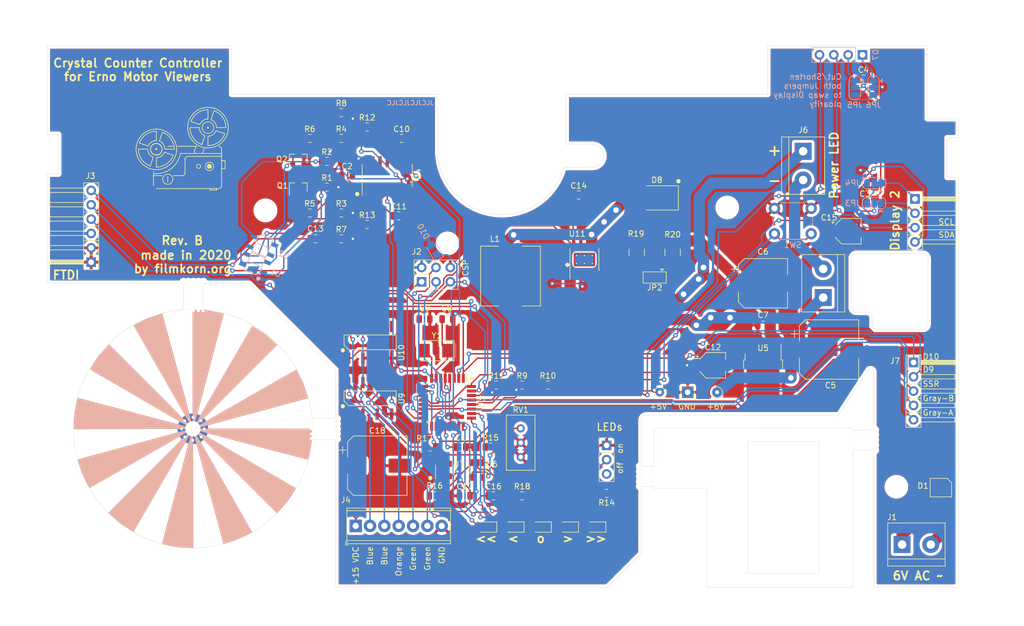
<source format=kicad_pcb>
(kicad_pcb (version 20171130) (host pcbnew "(5.1.5-0-10_14)")
  (layers (0 F.Cu signal) (31 B.Cu signal) (34 B.Paste user) (35 F.Paste user) (36 B.SilkS user) (37 F.SilkS user) (38 B.Mask user) (39 F.Mask user hide) (44 Edge.Cuts user))
  (net 0 "")
  (net 1 "Net-(C1-Pad1)")
  (net 2 +5V)
  (net 3 "Net-(C8-Pad2)")
  (net 4 "Net-(C9-Pad1)")
  (net 5 "Net-(C10-Pad1)")
  (net 6 "Net-(C11-Pad1)")
  (net 7 /<<)
  (net 8 /<)
  (net 9 /o)
  (net 10 />)
  (net 11 />>)
  (net 12 "Net-(D1-Pad4)")
  (net 13 "Net-(D1-Pad3)")
  (net 14 "Net-(J4-Pad2)")
  (net 15 "Net-(JP1-Pad2)")
  (net 16 "Net-(Q1-Pad3)")
  (net 17 "Net-(Q1-Pad1)")
  (net 18 "Net-(Q2-Pad1)")
  (net 19 "Net-(Q2-Pad3)")
  (net 20 "Net-(R1-Pad2)")
  (net 21 "Net-(R2-Pad2)")
  (net 22 /SDA)
  (net 23 /SCL)
  (net 24 /~RST~)
  (net 25 "Net-(R12-Pad1)")
  (net 26 "Net-(R13-Pad1)")
  (net 27 "Net-(R15-Pad2)")
  (net 28 /SSR)
  (net 29 "Net-(R17-Pad1)")
  (net 30 /TX)
  (net 31 /RX)
  (net 32 "Net-(U3-Pad22)")
  (net 33 "Net-(U3-Pad19)")
  (net 34 /SCK)
  (net 35 /MISO)
  (net 36 /MOSI)
  (net 37 GND)
  (net 38 "Net-(C13-Pad1)")
  (net 39 "Net-(J4-Pad3)")
  (net 40 "Net-(J4-Pad4)")
  (net 41 "Net-(J4-Pad5)")
  (net 42 /BTTN)
  (net 43 /LEDP)
  (net 44 +6V)
  (net 45 "Net-(JP2-Pad3)")
  (net 46 "Net-(JP2-Pad1)")
  (net 47 "Net-(U11-Pad3)")
  (net 48 /LED-Net1)
  (net 49 /LED-Net4)
  (net 50 /LED-Net3)
  (net 51 /LED-Net2)
  (net 52 "Net-(D10-Pad1)")
  (net 53 /D10)
  (net 54 /GRAY-B)
  (net 55 /GRAY-A)
  (net 56 "Net-(D7-Pad1)")
  (net 57 "Net-(D7-Pad2)")
  (net 58 "Net-(D9-Pad2)")
  (net 59 "Net-(D9-Pad1)")
  (net 60 +15V)
  (net 61 "Net-(J4-Pad6)")
  (net 62 "Net-(R15-Pad1)")
  (net 63 /DAC)
  (net 64 "Net-(R16-Pad1)")
  (net 65 /VCTRL)
  (net 66 "Net-(U7-Pad5)")
  (net 67 "Net-(U7-Pad4)")
  (net 68 "Net-(U10-Pad6)")
  (net 69 "Net-(U10-Pad5)")
  (net 70 /D9)
  (module Connector_PinHeader_2.54mm:PinHeader_1x06_P2.54mm_Horizontal_shorter (layer F.Cu) (at 73.152 57.15 180)
    (fp_text reference J3 (at 2.286 8.89) (layer F.SilkS))
    (fp_text value FTDI)
    (pad 6 thru_hole oval (at 2.159 6.3246 180) (size 1.7 1.7) (drill 1) (layers *.Cu *.Mask) (net 38 "Net-(C13-Pad1)"))
    (pad 5 thru_hole oval (at 2.159 3.7846 180) (size 1.7 1.7) (drill 1) (layers *.Cu *.Mask) (net 30 /TX))
    (pad 4 thru_hole oval (at 2.159 1.2446 180) (size 1.7 1.7) (drill 1) (layers *.Cu *.Mask) (net 31 /RX))
    (pad 3 thru_hole oval (at 2.159 -1.2954 180) (size 1.7 1.7) (drill 1) (layers *.Cu *.Mask) (net 2 +5V))
    (pad 2 thru_hole oval (at 2.159 -3.8354 180) (size 1.7 1.7) (drill 1) (layers *.Cu *.Mask) (net 37 GND))
    (pad 1 thru_hole rect (at 2.159 -6.3754 180) (size 1.7 1.7) (drill 1) (layers *.Cu *.Mask) (net 37 GND))
  )
  (module Connector_PinHeader_2.54mm:PinHeader_1x05_P2.54mm_Horizontal_shorter (layer F.Cu) (at 213.868 81.28)
    (fp_text reference J7 (at -0.508 -0.254) (layer F.SilkS))
    (fp_text value Conn_01x05)
    (pad 5 thru_hole oval (at 2.7686 10.16) (size 1.7 1.7) (drill 1) (layers *.Cu *.Mask) (net 53 /D10))
    (pad 4 thru_hole oval (at 2.7686 7.62) (size 1.7 1.7) (drill 1) (layers *.Cu *.Mask) (net 70 /D9))
    (pad 3 thru_hole oval (at 2.7686 5.08) (size 1.7 1.7) (drill 1) (layers *.Cu *.Mask) (net 28 /SSR))
    (pad 2 thru_hole oval (at 2.7686 2.54) (size 1.7 1.7) (drill 1) (layers *.Cu *.Mask) (net 54 /GRAY-B))
    (pad 1 thru_hole rect (at 2.7686 0) (size 1.7 1.7) (drill 1) (layers *.Cu *.Mask) (net 55 /GRAY-A))
  )
  (module Connector_PinHeader_2.54mm:PinHeader_1x04_P2.54mm_Horizontal_shorter (layer F.Cu) (at 214.122 52.324)
    (fp_text reference D9 hide)
    (fp_text value "OLED 128x64")
    (pad 4 thru_hole oval (at 2.7686 7.62) (size 1.7 1.7) (drill 1) (layers *.Cu *.Mask) (net 22 /SDA))
    (pad 3 thru_hole oval (at 2.7686 5.08) (size 1.7 1.7) (drill 1) (layers *.Cu *.Mask) (net 23 /SCL))
    (pad 2 thru_hole oval (at 2.7686 2.54) (size 1.7 1.7) (drill 1) (layers *.Cu *.Mask) (net 58 "Net-(D9-Pad2)"))
    (pad 1 thru_hole rect (at 2.7686 0) (size 1.7 1.7) (drill 1) (layers *.Cu *.Mask) (net 59 "Net-(D9-Pad1)"))
  )
  (module ErnoCCC:QRE1113GR-slim (layer B.Cu) (at 99.931 64 158)
    (fp_text reference U1 (at -3.973563 0.044784 338) (layer B.SilkS) (effects (justify mirror)))
    (fp_text value QRE1113)
    (pad 4 smd rect (at -2 1.2286 158) (size 1.2 0.7) (layers B.Cu B.Paste B.Mask) (net 37 GND))
    (pad 3 smd rect (at 2 1.2286 158) (size 1.2 0.7) (layers B.Cu B.Paste B.Mask) (net 17 "Net-(Q1-Pad1)"))
    (pad 2 smd rect (at 2 -0.6952 158) (size 1.2 0.7) (layers B.Cu B.Paste B.Mask) (net 37 GND))
    (pad 1 smd rect (at -2 -0.6952 158) (size 1.2 0.7) (layers B.Cu B.Paste B.Mask) (net 20 "Net-(R1-Pad2)"))
  )
  (module ErnoCCC:QRE1113GR-slim (layer B.Cu) (at 101.4 60.4 338)
    (fp_text reference U2 (at 4.116288 0.308473 338) (layer B.SilkS) (effects (justify mirror)))
    (fp_text value QRE1113)
    (pad 4 smd rect (at -2 1.2286 338) (size 1.2 0.7) (layers B.Cu B.Paste B.Mask) (net 37 GND))
    (pad 3 smd rect (at 2 1.2286 338) (size 1.2 0.7) (layers B.Cu B.Paste B.Mask) (net 18 "Net-(Q2-Pad1)"))
    (pad 2 smd rect (at 2 -0.6952 338) (size 1.2 0.7) (layers B.Cu B.Paste B.Mask) (net 37 GND))
    (pad 1 smd rect (at -2 -0.6952 338) (size 1.2 0.7) (layers B.Cu B.Paste B.Mask) (net 21 "Net-(R2-Pad2)"))
  )
  (module MountingHole:MountingHole_3.2mm_M3 (layer F.Cu) (at 183.642 53.848)
    (fp_text reference REF** hide)
    (fp_text value MountingHole_3.2mm_M3)
    (pad 1 np_thru_hole circle (at 0 0) (size 3.2 3.2) (drill 3.2) (layers *.Cu *.Mask))
  )
  (module MountingHole:MountingHole_3.2mm_M3 (layer F.Cu) (at 101.854 54.356)
    (fp_text reference REF** hide)
    (fp_text value MountingHole_3.2mm_M3)
    (pad 1 np_thru_hole circle (at 0 0) (size 3.2 3.2) (drill 3.2) (layers *.Cu *.Mask))
  )
  (module Capacitor_SMD:CP_Elec_4x4.5 (layer F.Cu) (at 205.105 58.039)
    (fp_text reference C15 (at -3.429 -2.413) (layer F.SilkS))
    (fp_text value 10u)
    (pad 2 smd roundrect (at 1.8 0) (size 2.6 1.6) (layers F.Cu F.Paste F.Mask) (roundrect_rratio 0.15625) (net 37 GND))
    (pad 1 smd roundrect (at -1.8 0) (size 2.6 1.6) (layers F.Cu F.Paste F.Mask) (roundrect_rratio 0.15625) (net 44 +6V))
  )
  (module Capacitor_SMD:CP_Elec_4x4.5 (layer F.Cu) (at 181.102 81.788)
    (fp_text reference C12 (at 0 -3.2) (layer F.SilkS))
    (fp_text value 10u)
    (pad 2 smd roundrect (at 1.8 0) (size 2.6 1.6) (layers F.Cu F.Paste F.Mask) (roundrect_rratio 0.15625) (net 37 GND))
    (pad 1 smd roundrect (at -1.8 0) (size 2.6 1.6) (layers F.Cu F.Paste F.Mask) (roundrect_rratio 0.15625) (net 2 +5V))
  )
  (module Capacitor_SMD:CP_Elec_10x10 (layer F.Cu) (at 121.666 99.568)
    (fp_text reference C18 (at 0 -6.2) (layer F.SilkS))
    (fp_text value 470u)
    (pad 2 smd roundrect (at 4 0) (size 4 2.5) (layers F.Cu F.Paste F.Mask) (roundrect_rratio 0.1) (net 37 GND))
    (pad 1 smd roundrect (at -4 0) (size 4 2.5) (layers F.Cu F.Paste F.Mask) (roundrect_rratio 0.1) (net 60 +15V))
  )
  (module Resistor_SMD:R_0805_2012Metric (layer F.Cu) (at 147.32 104.902)
    (fp_text reference R18 (at 0 -1.65) (layer F.SilkS))
    (fp_text value 47k)
    (pad 2 smd roundrect (at 0.9375 0) (size 0.975 1.4) (layers F.Cu F.Paste F.Mask) (net 27 "Net-(R15-Pad2)"))
    (pad 1 smd roundrect (at -0.9375 0) (size 0.975 1.4) (layers F.Cu F.Paste F.Mask) (net 65 /VCTRL))
  )
  (module Resistor_SMD:R_0805_2012Metric (layer F.Cu) (at 131.826 104.902 180)
    (fp_text reference R16 (at 0 1.778) (layer F.SilkS))
    (fp_text value 5k6)
    (pad 2 smd roundrect (at 0.9375 0 180) (size 0.975 1.4) (layers F.Cu F.Paste F.Mask) (net 63 /DAC))
    (pad 1 smd roundrect (at -0.9375 0 180) (size 0.975 1.4) (layers F.Cu F.Paste F.Mask) (net 64 "Net-(R16-Pad1)"))
  )
  (module Resistor_SMD:R_0805_2012Metric (layer F.Cu) (at 141.732 96.266)
    (fp_text reference R15 (at 0 -1.65) (layer F.SilkS))
    (fp_text value 27k)
    (pad 2 smd roundrect (at 0.9375 0) (size 0.975 1.4) (layers F.Cu F.Paste F.Mask) (net 27 "Net-(R15-Pad2)"))
    (pad 1 smd roundrect (at -0.9375 0) (size 0.975 1.4) (layers F.Cu F.Paste F.Mask) (net 62 "Net-(R15-Pad1)"))
  )
  (module Package_TO_SOT_SMD:SOT-23-6 (layer F.Cu) (at 133.604 100.33 90)
    (fp_text reference U7 (at 1.016 2.54 180) (layer F.SilkS))
    (fp_text value MCP4725)
    (pad 5 smd rect (at 1.1 0 90) (size 1.06 0.65) (layers F.Cu F.Paste F.Mask) (net 66 "Net-(U7-Pad5)"))
    (pad 6 smd rect (at 1.1 -0.95 90) (size 1.06 0.65) (layers F.Cu F.Paste F.Mask) (net 37 GND))
    (pad 4 smd rect (at 1.1 0.95 90) (size 1.06 0.65) (layers F.Cu F.Paste F.Mask) (net 67 "Net-(U7-Pad4)"))
    (pad 3 smd rect (at -1.1 0.95 90) (size 1.06 0.65) (layers F.Cu F.Paste F.Mask) (net 2 +5V))
    (pad 2 smd rect (at -1.1 0 90) (size 1.06 0.65) (layers F.Cu F.Paste F.Mask) (net 37 GND))
    (pad 1 smd rect (at -1.1 -0.95 90) (size 1.06 0.65) (layers F.Cu F.Paste F.Mask) (net 63 /DAC))
  )
  (module Package_TO_SOT_SMD:TSOT-23-5 (layer F.Cu) (at 139.446 100.33 270)
    (fp_text reference U6 (at -1.016 -2.54 180) (layer F.SilkS))
    (fp_text value NCS20071)
    (pad 5 smd rect (at 1.31 -0.95 270) (size 1.22 0.65) (layers F.Cu F.Paste F.Mask) (net 60 +15V))
    (pad 4 smd rect (at 1.31 0.95 270) (size 1.22 0.65) (layers F.Cu F.Paste F.Mask) (net 27 "Net-(R15-Pad2)"))
    (pad 3 smd rect (at -1.31 0.95 270) (size 1.22 0.65) (layers F.Cu F.Paste F.Mask) (net 64 "Net-(R16-Pad1)"))
    (pad 2 smd rect (at -1.31 0 270) (size 1.22 0.65) (layers F.Cu F.Paste F.Mask) (net 37 GND))
    (pad 1 smd rect (at -1.31 -0.95 270) (size 1.22 0.65) (layers F.Cu F.Paste F.Mask) (net 65 /VCTRL))
  )
  (module Potentiometer_THT:Potentiometer_Bourns_3296W_Vertical (layer F.Cu) (at 147.066 98.044 270)
    (fp_text reference RV1 (at -8.382 0 180) (layer F.SilkS))
    (fp_text value 4k7)
    (pad 3 thru_hole circle (at -5.08 0 270) (size 1.44 1.44) (drill 0.8) (layers *.Cu *.Mask) (net 62 "Net-(R15-Pad1)"))
    (pad 2 thru_hole circle (at -2.54 0 270) (size 1.44 1.44) (drill 0.8) (layers *.Cu *.Mask) (net 37 GND))
    (pad 1 thru_hole circle (at 0 0 270) (size 1.44 1.44) (drill 0.8) (layers *.Cu *.Mask) (net 37 GND))
  )
  (module TerminalBlock_Phoenix:TerminalBlock_Phoenix_MPT-0,5-7-2.54_1x07_P2.54mm_Horizontal (layer F.Cu) (at 117.838 110.236)
    (fp_text reference J4 (at -1.76 -4.572) (layer F.SilkS))
    (fp_text value "Erno Controller")
    (pad 7 thru_hole circle (at 15.24 0) (size 2.2 2.2) (drill 1.1) (layers *.Cu *.Mask) (net 37 GND))
    (pad 6 thru_hole circle (at 12.7 0) (size 2.2 2.2) (drill 1.1) (layers *.Cu *.Mask) (net 61 "Net-(J4-Pad6)"))
    (pad 5 thru_hole circle (at 10.16 0) (size 2.2 2.2) (drill 1.1) (layers *.Cu *.Mask) (net 41 "Net-(J4-Pad5)"))
    (pad 4 thru_hole circle (at 7.62 0) (size 2.2 2.2) (drill 1.1) (layers *.Cu *.Mask) (net 40 "Net-(J4-Pad4)"))
    (pad 3 thru_hole circle (at 5.08 0) (size 2.2 2.2) (drill 1.1) (layers *.Cu *.Mask) (net 39 "Net-(J4-Pad3)"))
    (pad 2 thru_hole circle (at 2.54 0) (size 2.2 2.2) (drill 1.1) (layers *.Cu *.Mask) (net 14 "Net-(J4-Pad2)"))
    (pad 1 thru_hole rect (at 0 0) (size 2.2 2.2) (drill 1.1) (layers *.Cu *.Mask) (net 60 +15V))
  )
  (module Capacitor_SMD:C_0805_2012Metric (layer F.Cu) (at 137.16 104.902)
    (fp_text reference C17 (at 0 -1.65) (layer F.SilkS))
    (fp_text value 1u)
    (pad 2 smd roundrect (at 0.9375 0) (size 0.975 1.4) (layers F.Cu F.Paste F.Mask) (net 2 +5V))
    (pad 1 smd roundrect (at -0.9375 0) (size 0.975 1.4) (layers F.Cu F.Paste F.Mask) (net 37 GND))
  )
  (module Capacitor_SMD:C_0805_2012Metric (layer F.Cu) (at 142.24 104.902)
    (fp_text reference C16 (at 0 -1.65) (layer F.SilkS))
    (fp_text value 100n)
    (pad 2 smd roundrect (at 0.9375 0) (size 0.975 1.4) (layers F.Cu F.Paste F.Mask) (net 37 GND))
    (pad 1 smd roundrect (at -0.9375 0) (size 0.975 1.4) (layers F.Cu F.Paste F.Mask) (net 60 +15V))
  )
  (module ErnoCCC:MouseBites4x1 (layer F.Cu) (at 204.3 95.1 270)
    (fp_text reference REF** hide)
    (fp_text value "Mouse Bites 4x1")
    (pad "" np_thru_hole circle (at 1.3462 -1.8791 270) (size 0.5 0.5) (drill 0.5) (layers *.Cu *.Mask))
    (pad "" np_thru_hole circle (at 0.4445 -1.8791 270) (size 0.5 0.5) (drill 0.5) (layers *.Cu *.Mask))
    (pad "" np_thru_hole circle (at -0.4445 -1.8791 270) (size 0.5 0.5) (drill 0.5) (layers *.Cu *.Mask))
    (pad "" np_thru_hole circle (at -1.3335 -1.8791 270) (size 0.5 0.5) (drill 0.5) (layers *.Cu *.Mask))
  )
  (module ErnoCCC:MouseBites4x1 (layer F.Cu) (at 172.2 101.4 90)
    (fp_text reference REF** hide)
    (fp_text value "Mouse Bites 4x1")
    (pad "" np_thru_hole circle (at 1.3462 -1.8791 90) (size 0.5 0.5) (drill 0.5) (layers *.Cu *.Mask))
    (pad "" np_thru_hole circle (at 0.4445 -1.8791 90) (size 0.5 0.5) (drill 0.5) (layers *.Cu *.Mask))
    (pad "" np_thru_hole circle (at -0.4445 -1.8791 90) (size 0.5 0.5) (drill 0.5) (layers *.Cu *.Mask))
    (pad "" np_thru_hole circle (at -1.3335 -1.8791 90) (size 0.5 0.5) (drill 0.5) (layers *.Cu *.Mask))
  )
  (module ErnoCCC:MouseBites5x1_curved (layer F.Cu) (at 111.4552 93.0402 90)
    (fp_text reference REF** hide)
    (fp_text value "Mouse Bites 5x1")
    (pad "" np_thru_hole circle (at 1.7272 -1.524 90) (size 0.5 0.5) (drill 0.5) (layers *.Cu *.Mask))
    (pad "" np_thru_hole circle (at 0.8382 -1.4732 90) (size 0.5 0.5) (drill 0.5) (layers *.Cu *.Mask))
    (pad "" np_thru_hole circle (at -0.0127 -1.4478 90) (size 0.5 0.5) (drill 0.5) (layers *.Cu *.Mask))
    (pad "" np_thru_hole circle (at -0.889 -1.4732 90) (size 0.5 0.5) (drill 0.5) (layers *.Cu *.Mask))
    (pad "" np_thru_hole circle (at -1.7018 -1.524 90) (size 0.5 0.5) (drill 0.5) (layers *.Cu *.Mask))
  )
  (module ErnoCCC:MouseBites5x1 (layer F.Cu) (at 112.5982 93.0402 270)
    (fp_text reference REF** hide)
    (fp_text value "Mouse Bites 5x1")
    (pad "" np_thru_hole circle (at 1.778 -1.8791 270) (size 0.5 0.5) (drill 0.5) (layers *.Cu *.Mask))
    (pad "" np_thru_hole circle (at 0.8763 -1.8791 270) (size 0.5 0.5) (drill 0.5) (layers *.Cu *.Mask))
    (pad "" np_thru_hole circle (at -0.0127 -1.8791 270) (size 0.5 0.5) (drill 0.5) (layers *.Cu *.Mask))
    (pad "" np_thru_hole circle (at -0.9017 -1.8791 270) (size 0.5 0.5) (drill 0.5) (layers *.Cu *.Mask))
    (pad "" np_thru_hole circle (at -1.7587 -1.8791 270) (size 0.5 0.5) (drill 0.5) (layers *.Cu *.Mask))
  )
  (module ErnoCCC:MouseBites5x1 (layer F.Cu) (at 207.9244 95.0214 270)
    (fp_text reference REF** hide)
    (fp_text value "Mouse Bites 5x1")
    (pad "" np_thru_hole circle (at 1.778 -1.8791 270) (size 0.5 0.5) (drill 0.5) (layers *.Cu *.Mask))
    (pad "" np_thru_hole circle (at 0.8763 -1.8791 270) (size 0.5 0.5) (drill 0.5) (layers *.Cu *.Mask))
    (pad "" np_thru_hole circle (at -0.0127 -1.8791 270) (size 0.5 0.5) (drill 0.5) (layers *.Cu *.Mask))
    (pad "" np_thru_hole circle (at -0.9017 -1.8791 270) (size 0.5 0.5) (drill 0.5) (layers *.Cu *.Mask))
    (pad "" np_thru_hole circle (at -1.7587 -1.8791 270) (size 0.5 0.5) (drill 0.5) (layers *.Cu *.Mask))
  )
  (module ErnoCCC:MouseBites5x1 (layer F.Cu) (at 170.0784 101.473 90)
    (fp_text reference REF** hide)
    (fp_text value "Mouse Bites 5x1")
    (pad "" np_thru_hole circle (at 1.778 -1.8791 90) (size 0.5 0.5) (drill 0.5) (layers *.Cu *.Mask))
    (pad "" np_thru_hole circle (at 0.8763 -1.8791 90) (size 0.5 0.5) (drill 0.5) (layers *.Cu *.Mask))
    (pad "" np_thru_hole circle (at -0.0127 -1.8791 90) (size 0.5 0.5) (drill 0.5) (layers *.Cu *.Mask))
    (pad "" np_thru_hole circle (at -0.9017 -1.8791 90) (size 0.5 0.5) (drill 0.5) (layers *.Cu *.Mask))
    (pad "" np_thru_hole circle (at -1.7587 -1.8791 90) (size 0.5 0.5) (drill 0.5) (layers *.Cu *.Mask))
  )
  (module ErnoCCC:MouseBites5x1 (layer F.Cu) (at 89.1032 68.9102)
    (fp_text reference REF** hide)
    (fp_text value "Mouse Bites 5x1")
    (pad "" np_thru_hole circle (at -1.7587 -1.8791) (size 0.5 0.5) (drill 0.5) (layers *.Cu *.Mask))
    (pad "" np_thru_hole circle (at -0.9017 -1.8791) (size 0.5 0.5) (drill 0.5) (layers *.Cu *.Mask))
    (pad "" np_thru_hole circle (at -0.0127 -1.8791) (size 0.5 0.5) (drill 0.5) (layers *.Cu *.Mask))
    (pad "" np_thru_hole circle (at 0.8763 -1.8791) (size 0.5 0.5) (drill 0.5) (layers *.Cu *.Mask))
    (pad "" np_thru_hole circle (at 1.778 -1.8791) (size 0.5 0.5) (drill 0.5) (layers *.Cu *.Mask))
  )
  (module ErnoCCC:MouseBites5x1_curved (layer F.Cu) (at 89.1032 70.6374 180)
    (fp_text reference REF** hide)
    (fp_text value "Mouse Bites 5x1 curved")
    (pad "" np_thru_hole circle (at -1.7018 -1.524 180) (size 0.5 0.5) (drill 0.5) (layers *.Cu *.Mask))
    (pad "" np_thru_hole circle (at -0.889 -1.4732 180) (size 0.5 0.5) (drill 0.5) (layers *.Cu *.Mask))
    (pad "" np_thru_hole circle (at -0.0127 -1.4478 180) (size 0.5 0.5) (drill 0.5) (layers *.Cu *.Mask))
    (pad "" np_thru_hole circle (at 0.8382 -1.4732 180) (size 0.5 0.5) (drill 0.5) (layers *.Cu *.Mask))
    (pad "" np_thru_hole circle (at 1.7272 -1.524 180) (size 0.5 0.5) (drill 0.5) (layers *.Cu *.Mask))
  )
  (module MountingHole:MountingHole_2.7mm_Pad_Via (layer F.Cu) (at 89.009 93.041)
    (fp_text reference REF** hide)
    (fp_text value MountingHole_2.7mm_Pad_Via)
    (pad 1 thru_hole circle (at 1.431891 -1.431891) (size 0.8 0.8) (drill 0.5) (layers *.Cu *.Mask))
    (pad 1 thru_hole circle (at 0 -2.025) (size 0.8 0.8) (drill 0.5) (layers *.Cu *.Mask))
    (pad 1 thru_hole circle (at -1.431891 -1.431891) (size 0.8 0.8) (drill 0.5) (layers *.Cu *.Mask))
    (pad 1 thru_hole circle (at -2.025 0) (size 0.8 0.8) (drill 0.5) (layers *.Cu *.Mask))
    (pad 1 thru_hole circle (at -1.431891 1.431891) (size 0.8 0.8) (drill 0.5) (layers *.Cu *.Mask))
    (pad 1 thru_hole circle (at 0 2.025) (size 0.8 0.8) (drill 0.5) (layers *.Cu *.Mask))
    (pad 1 thru_hole circle (at 1.431891 1.431891) (size 0.8 0.8) (drill 0.5) (layers *.Cu *.Mask))
    (pad 1 thru_hole circle (at 2.025 0) (size 0.8 0.8) (drill 0.5) (layers *.Cu *.Mask))
    (pad 1 thru_hole circle (at 0 0) (size 5.4 5.4) (drill 2.7) (layers *.Cu *.Mask))
  )
  (module MountingHole:MountingHole_3.2mm_M3 (layer F.Cu) (at 134.112 60.198)
    (fp_text reference REF** hide)
    (fp_text value MountingHole_3.2mm_M3)
    (pad 1 np_thru_hole circle (at 0 0) (size 3.2 3.2) (drill 3.2) (layers *.Cu *.Mask))
  )
  (module MountingHole:MountingHole_3.7mm (layer F.Cu) (at 174.9 97.3)
    (fp_text reference REF** hide)
    (fp_text value MountingHole_3.7mm)
    (pad 1 np_thru_hole circle (at 0 0) (size 3.7 3.7) (drill 3.7) (layers *.Cu *.Mask))
  )
  (module MountingHole:MountingHole_3.2mm_M3 (layer F.Cu) (at 213.6 103.3)
    (fp_text reference REF** hide)
    (fp_text value MountingHole_3.2mm_M3)
    (pad 1 np_thru_hole circle (at 0 0) (size 3.2 3.2) (drill 3.2) (layers *.Cu *.Mask))
  )
  (module Jumper:SolderJumper-3_P1.3mm_Bridged2Bar12_Pad1.0x1.5mm (layer F.Cu) (at 170.797 66.244 180)
    (fp_text reference JP2 (at 0 -1.8) (layer F.SilkS))
    (fp_text value "R1 Select")
    (fp_poly (pts (xy -0.9 0.2) (xy -0.4 0.2) (xy -0.4 0.6) (xy -0.9 0.6)) (layer F.Cu) (width 0))
    (fp_poly (pts (xy -0.9 -0.6) (xy -0.4 -0.6) (xy -0.4 -0.2) (xy -0.9 -0.2)) (layer F.Cu) (width 0))
    (pad 2 smd rect (at 0 0 180) (size 1 1.5) (layers F.Cu F.Mask) (net 51 /LED-Net2))
    (pad 3 smd rect (at 1.3 0 180) (size 1 1.5) (layers F.Cu F.Mask) (net 45 "Net-(JP2-Pad3)"))
    (pad 1 smd rect (at -1.3 0 180) (size 1 1.5) (layers F.Cu F.Mask) (net 46 "Net-(JP2-Pad1)"))
  )
  (module Jumper:SolderJumper-3_P1.3mm_Bridged12_RoundedPad1.0x1.5mm (layer B.Cu) (at 209.55 32.639 270)
    (fp_text reference JP6 (at 3.048 0 180) (layer B.SilkS) (effects (justify mirror)))
    (fp_text value "GND Ctrl")
    (fp_poly (pts (xy -0.9 0.3) (xy -0.4 0.3) (xy -0.4 -0.3) (xy -0.9 -0.3)) (layer B.Cu) (width 0))
    (pad 1 smd custom (at -1.3 0 270) (size 1 0.5) (layers B.Cu B.Mask) (net 56 "Net-(D7-Pad1)") (options (clearance outline) (anchor rect)) (primitives (gr_circle (center 0 -0.25) (end 0.5 -0.25) (width 0)) (gr_circle (center 0 0.25) (end 0.5 0.25) (width 0)) (gr_poly (pts (xy 0.55 0.75) (xy 0 0.75) (xy 0 -0.75) (xy 0.55 -0.75)) (width 0))))
    (pad 2 smd rect (at 0 0 270) (size 1 1.5) (layers B.Cu B.Mask) (net 37 GND))
    (pad 3 smd custom (at 1.3 0 270) (size 1 0.5) (layers B.Cu B.Mask) (net 57 "Net-(D7-Pad2)") (options (clearance outline) (anchor rect)) (primitives (gr_circle (center 0 -0.25) (end 0.5 -0.25) (width 0)) (gr_circle (center 0 0.25) (end 0.5 0.25) (width 0)) (gr_poly (pts (xy -0.55 0.75) (xy 0 0.75) (xy 0 -0.75) (xy -0.55 -0.75)) (width 0))))
  )
  (module Jumper:SolderJumper-3_P1.3mm_Bridged12_RoundedPad1.0x1.5mm (layer B.Cu) (at 206.248 32.639 270)
    (fp_text reference JP5 (at 3.048 0 180) (layer B.SilkS) (effects (justify mirror)))
    (fp_text value "VCC Ctrl")
    (fp_poly (pts (xy -0.9 0.3) (xy -0.4 0.3) (xy -0.4 -0.3) (xy -0.9 -0.3)) (layer B.Cu) (width 0))
    (pad 1 smd custom (at -1.3 0 270) (size 1 0.5) (layers B.Cu B.Mask) (net 57 "Net-(D7-Pad2)") (options (clearance outline) (anchor rect)) (primitives (gr_circle (center 0 -0.25) (end 0.5 -0.25) (width 0)) (gr_circle (center 0 0.25) (end 0.5 0.25) (width 0)) (gr_poly (pts (xy 0.55 0.75) (xy 0 0.75) (xy 0 -0.75) (xy 0.55 -0.75)) (width 0))))
    (pad 2 smd rect (at 0 0 270) (size 1 1.5) (layers B.Cu B.Mask) (net 2 +5V))
    (pad 3 smd custom (at 1.3 0 270) (size 1 0.5) (layers B.Cu B.Mask) (net 37 GND) (options (clearance outline) (anchor rect)) (primitives (gr_circle (center 0 -0.25) (end 0.5 -0.25) (width 0)) (gr_circle (center 0 0.25) (end 0.5 0.25) (width 0)) (gr_poly (pts (xy -0.55 0.75) (xy 0 0.75) (xy 0 -0.75) (xy -0.55 -0.75)) (width 0))))
  )
  (module Jumper:SolderJumper-3_P1.3mm_Bridged12_RoundedPad1.0x1.5mm (layer B.Cu) (at 209.677 49.53 180)
    (fp_text reference JP4 (at 3.81 0) (layer B.SilkS) (effects (justify mirror)))
    (fp_text value "GND Ctrl")
    (fp_poly (pts (xy -0.9 0.3) (xy -0.4 0.3) (xy -0.4 -0.3) (xy -0.9 -0.3)) (layer B.Cu) (width 0))
    (pad 1 smd custom (at -1.3 0 180) (size 1 0.5) (layers B.Cu B.Mask) (net 59 "Net-(D9-Pad1)") (options (clearance outline) (anchor rect)) (primitives (gr_circle (center 0 -0.25) (end 0.5 -0.25) (width 0)) (gr_circle (center 0 0.25) (end 0.5 0.25) (width 0)) (gr_poly (pts (xy 0.55 0.75) (xy 0 0.75) (xy 0 -0.75) (xy 0.55 -0.75)) (width 0))))
    (pad 2 smd rect (at 0 0 180) (size 1 1.5) (layers B.Cu B.Mask) (net 37 GND))
    (pad 3 smd custom (at 1.3 0 180) (size 1 0.5) (layers B.Cu B.Mask) (net 58 "Net-(D9-Pad2)") (options (clearance outline) (anchor rect)) (primitives (gr_circle (center 0 -0.25) (end 0.5 -0.25) (width 0)) (gr_circle (center 0 0.25) (end 0.5 0.25) (width 0)) (gr_poly (pts (xy -0.55 0.75) (xy 0 0.75) (xy 0 -0.75) (xy -0.55 -0.75)) (width 0))))
  )
  (module Jumper:SolderJumper-3_P1.3mm_Bridged12_RoundedPad1.0x1.5mm (layer B.Cu) (at 209.677 53.086 180)
    (fp_text reference JP3 (at 3.81 0) (layer B.SilkS) (effects (justify mirror)))
    (fp_text value "VCC Ctrl")
    (fp_poly (pts (xy -0.9 0.3) (xy -0.4 0.3) (xy -0.4 -0.3) (xy -0.9 -0.3)) (layer B.Cu) (width 0))
    (pad 1 smd custom (at -1.3 0 180) (size 1 0.5) (layers B.Cu B.Mask) (net 58 "Net-(D9-Pad2)") (options (clearance outline) (anchor rect)) (primitives (gr_circle (center 0 -0.25) (end 0.5 -0.25) (width 0)) (gr_circle (center 0 0.25) (end 0.5 0.25) (width 0)) (gr_poly (pts (xy 0.55 0.75) (xy 0 0.75) (xy 0 -0.75) (xy 0.55 -0.75)) (width 0))))
    (pad 2 smd rect (at 0 0 180) (size 1 1.5) (layers B.Cu B.Mask) (net 2 +5V))
    (pad 3 smd custom (at 1.3 0 180) (size 1 0.5) (layers B.Cu B.Mask) (net 37 GND) (options (clearance outline) (anchor rect)) (primitives (gr_circle (center 0 -0.25) (end 0.5 -0.25) (width 0)) (gr_circle (center 0 0.25) (end 0.5 0.25) (width 0)) (gr_poly (pts (xy -0.55 0.75) (xy 0 0.75) (xy 0 -0.75) (xy -0.55 -0.75)) (width 0))))
  )
  (module LED_SMD:LED_0805_2012Metric_Castellated (layer B.Cu) (at 131.699 61.341 120)
    (fp_text reference D10 (at 3.771708 0 -60) (layer B.SilkS) (effects (justify mirror)))
    (fp_text value Peephole)
    (pad 2 smd roundrect (at 0.9625 0 120) (size 1.325 1.3) (layers B.Cu B.Paste B.Mask) (roundrect_rratio 0.192308) (net 2 +5V))
    (pad 1 smd roundrect (at -0.9625 0 120) (size 1.325 1.3) (layers B.Cu B.Paste B.Mask) (roundrect_rratio 0.192308) (net 52 "Net-(D10-Pad1)"))
  )
  (module TerminalBlock:TerminalBlock_bornier-2_P5.08mm (layer F.Cu) (at 197.086 43.892 270)
    (fp_text reference J6 (at -3.76 -0.018 180) (layer F.SilkS))
    (fp_text value "LED OUT")
    (pad 2 thru_hole circle (at 5.08 0 270) (size 3 3) (drill 1.52) (layers *.Cu *.Mask) (net 50 /LED-Net3))
    (pad 1 thru_hole rect (at 0 0 270) (size 3 3) (drill 1.52) (layers *.Cu *.Mask) (net 51 /LED-Net2))
  )
  (module Connector_PinHeader_2.54mm:PinHeader_1x03_P2.54mm_Vertical (layer F.Cu) (at 162.288 95.962)
    (fp_text reference JP1 hide)
    (fp_text value "LED Jumper")
    (pad 1 thru_hole rect (at 0 0) (size 1.7 1.7) (drill 1) (layers *.Cu *.Mask) (net 37 GND))
    (pad 2 thru_hole oval (at 0 2.54) (size 1.7 1.7) (drill 1) (layers *.Cu *.Mask) (net 15 "Net-(JP1-Pad2)"))
    (pad 3 thru_hole oval (at 0 5.08) (size 1.7 1.7) (drill 1) (layers *.Cu *.Mask))
  )
  (module TerminalBlock:TerminalBlock_bornier-2_P5.08mm (layer F.Cu) (at 214.612 113.538)
    (fp_text reference J1 (at -1.778 -4.8514) (layer F.SilkS))
    (fp_text value 6VAC)
    (pad 2 thru_hole circle (at 5.08 0) (size 3 3) (drill 1.52) (layers *.Cu *.Mask) (net 12 "Net-(D1-Pad4)"))
    (pad 1 thru_hole rect (at 0 0) (size 3 3) (drill 1.52) (layers *.Cu *.Mask) (net 13 "Net-(D1-Pad3)"))
  )
  (module Package_QFP:TQFP-32_7x7mm_P0.8mm (layer F.Cu) (at 134.094 88.342 270)
    (fp_text reference U3 (at 0 -6.05 90) (layer F.SilkS))
    (fp_text value ATmega328P)
    (pad 32 smd rect (at -2.8 -4.25) (size 1.6 0.55) (layers F.Cu F.Paste F.Mask) (net 55 /GRAY-A))
    (pad 31 smd rect (at -2 -4.25) (size 1.6 0.55) (layers F.Cu F.Paste F.Mask) (net 30 /TX))
    (pad 30 smd rect (at -1.2 -4.25) (size 1.6 0.55) (layers F.Cu F.Paste F.Mask) (net 31 /RX))
    (pad 29 smd rect (at -0.4 -4.25) (size 1.6 0.55) (layers F.Cu F.Paste F.Mask) (net 24 /~RST~))
    (pad 28 smd rect (at 0.4 -4.25) (size 1.6 0.55) (layers F.Cu F.Paste F.Mask) (net 23 /SCL))
    (pad 27 smd rect (at 1.2 -4.25) (size 1.6 0.55) (layers F.Cu F.Paste F.Mask) (net 22 /SDA))
    (pad 26 smd rect (at 2 -4.25) (size 1.6 0.55) (layers F.Cu F.Paste F.Mask) (net 10 />))
    (pad 25 smd rect (at 2.8 -4.25) (size 1.6 0.55) (layers F.Cu F.Paste F.Mask) (net 9 /o))
    (pad 24 smd rect (at 4.25 -2.8 270) (size 1.6 0.55) (layers F.Cu F.Paste F.Mask) (net 8 /<))
    (pad 23 smd rect (at 4.25 -2 270) (size 1.6 0.55) (layers F.Cu F.Paste F.Mask) (net 7 /<<))
    (pad 22 smd rect (at 4.25 -1.2 270) (size 1.6 0.55) (layers F.Cu F.Paste F.Mask) (net 32 "Net-(U3-Pad22)"))
    (pad 21 smd rect (at 4.25 -0.4 270) (size 1.6 0.55) (layers F.Cu F.Paste F.Mask) (net 37 GND))
    (pad 20 smd rect (at 4.25 0.4 270) (size 1.6 0.55) (layers F.Cu F.Paste F.Mask) (net 1 "Net-(C1-Pad1)"))
    (pad 19 smd rect (at 4.25 1.2 270) (size 1.6 0.55) (layers F.Cu F.Paste F.Mask) (net 33 "Net-(U3-Pad19)"))
    (pad 18 smd rect (at 4.25 2 270) (size 1.6 0.55) (layers F.Cu F.Paste F.Mask) (net 2 +5V))
    (pad 17 smd rect (at 4.25 2.8 270) (size 1.6 0.55) (layers F.Cu F.Paste F.Mask) (net 34 /SCK))
    (pad 16 smd rect (at 2.8 4.25) (size 1.6 0.55) (layers F.Cu F.Paste F.Mask) (net 35 /MISO))
    (pad 15 smd rect (at 2 4.25) (size 1.6 0.55) (layers F.Cu F.Paste F.Mask) (net 36 /MOSI))
    (pad 14 smd rect (at 1.2 4.25) (size 1.6 0.55) (layers F.Cu F.Paste F.Mask) (net 53 /D10))
    (pad 13 smd rect (at 0.4 4.25) (size 1.6 0.55) (layers F.Cu F.Paste F.Mask) (net 70 /D9))
    (pad 12 smd rect (at -0.4 4.25) (size 1.6 0.55) (layers F.Cu F.Paste F.Mask) (net 55 /GRAY-A))
    (pad 11 smd rect (at -1.2 4.25) (size 1.6 0.55) (layers F.Cu F.Paste F.Mask) (net 11 />>))
    (pad 10 smd rect (at -2 4.25) (size 1.6 0.55) (layers F.Cu F.Paste F.Mask) (net 28 /SSR))
    (pad 9 smd rect (at -2.8 4.25) (size 1.6 0.55) (layers F.Cu F.Paste F.Mask) (net 43 /LEDP))
    (pad 8 smd rect (at -4.25 2.8 270) (size 1.6 0.55) (layers F.Cu F.Paste F.Mask) (net 4 "Net-(C9-Pad1)"))
    (pad 7 smd rect (at -4.25 2 270) (size 1.6 0.55) (layers F.Cu F.Paste F.Mask) (net 3 "Net-(C8-Pad2)"))
    (pad 6 smd rect (at -4.25 1.2 270) (size 1.6 0.55) (layers F.Cu F.Paste F.Mask) (net 2 +5V))
    (pad 5 smd rect (at -4.25 0.4 270) (size 1.6 0.55) (layers F.Cu F.Paste F.Mask) (net 37 GND))
    (pad 4 smd rect (at -4.25 -0.4 270) (size 1.6 0.55) (layers F.Cu F.Paste F.Mask) (net 2 +5V))
    (pad 3 smd rect (at -4.25 -1.2 270) (size 1.6 0.55) (layers F.Cu F.Paste F.Mask) (net 37 GND))
    (pad 2 smd rect (at -4.25 -2 270) (size 1.6 0.55) (layers F.Cu F.Paste F.Mask) (net 42 /BTTN))
    (pad 1 smd rect (at -4.25 -2.8 270) (size 1.6 0.55) (layers F.Cu F.Paste F.Mask) (net 54 /GRAY-B))
  )
  (module Package_TO_SOT_SMD:TO-252-2 (layer F.Cu) (at 189.992 83.312 270)
    (fp_text reference U5 (at -4.572 0 180) (layer F.SilkS))
    (fp_text value LD29150DT50R)
    (pad 2 smd rect (at 2.1 0 270) (size 6.4 5.8) (layers F.Cu F.Mask) (net 37 GND))
    (pad 3 smd rect (at -4.2 2.28 270) (size 2.2 1.2) (layers F.Cu F.Paste F.Mask) (net 2 +5V))
    (pad 1 smd rect (at -4.2 -2.28 270) (size 2.2 1.2) (layers F.Cu F.Paste F.Mask) (net 44 +6V))
  )
  (module Capacitor_SMD:CP_Elec_8x10.5 (layer F.Cu) (at 189.974 67.26)
    (fp_text reference C6 (at 0 -5.588) (layer F.SilkS))
    (fp_text value 100u)
    (pad 2 smd roundrect (at 3.7 0) (size 4.4 2.5) (layers F.Cu F.Paste F.Mask) (roundrect_rratio 0.1) (net 37 GND))
    (pad 1 smd roundrect (at -3.7 0) (size 4.4 2.5) (layers F.Cu F.Paste F.Mask) (roundrect_rratio 0.1) (net 44 +6V))
  )
  (module Capacitor_SMD:CP_Elec_10x10 (layer F.Cu) (at 201.676 78.994)
    (fp_text reference C5 (at 0.254 6.35) (layer F.SilkS))
    (fp_text value 470u)
    (pad 2 smd roundrect (at 4 0) (size 4 2.5) (layers F.Cu F.Paste F.Mask) (roundrect_rratio 0.1) (net 37 GND))
    (pad 1 smd roundrect (at -4 0) (size 4 2.5) (layers F.Cu F.Paste F.Mask) (roundrect_rratio 0.1) (net 44 +6V))
  )
  (module Diode_SMD:D_SMB (layer F.Cu) (at 171.432 52.147 180)
    (fp_text reference D8 (at 0.254 3.175 180) (layer F.SilkS))
    (fp_text value B2100)
    (pad 2 smd rect (at 2.15 0 180) (size 2.5 2.3) (layers F.Cu F.Paste F.Mask) (net 48 /LED-Net1))
    (pad 1 smd rect (at -2.15 0 180) (size 2.5 2.3) (layers F.Cu F.Paste F.Mask) (net 44 +6V))
  )
  (module ErnoCCC:HDS-4 (layer F.Cu) (at 221.488 102.616 180)
    (fp_text reference D1 (at 3.175 -0.508 180) (layer F.SilkS))
    (fp_text value HDS20M)
    (pad 2 smd rect (at 1.27 2.049999 180) (size 1 1.5) (layers F.Cu F.Paste F.Mask) (net 37 GND))
    (pad 3 smd rect (at 1.27 -3.573999 180) (size 1 1.5) (layers F.Cu F.Paste F.Mask) (net 13 "Net-(D1-Pad3)"))
    (pad 1 smd rect (at -1.27 2.049999 180) (size 1 1.5) (layers F.Cu F.Paste F.Mask) (net 44 +6V))
    (pad 4 smd rect (at -1.27 -3.573999 180) (size 1 1.5) (layers F.Cu F.Paste F.Mask) (net 12 "Net-(D1-Pad4)"))
  )
  (module Package_SO:SOIC-8-1EP_3.9x4.9mm_P1.27mm_EP2.41x3.81mm_ThermalVias (layer F.Cu) (at 158.351 63.069 90)
    (fp_text reference U11 (at 4.572 -1.27) (layer F.SilkS))
    (fp_text value AL8862SP-13)
    (pad 8 smd roundrect (at 2.475 -1.905 90) (size 1.95 0.6) (layers F.Cu F.Paste F.Mask) (net 43 /LEDP))
    (pad 7 smd roundrect (at 2.475 -0.635 90) (size 1.95 0.6) (layers F.Cu F.Paste F.Mask) (net 37 GND))
    (pad 6 smd roundrect (at 2.475 0.635 90) (size 1.95 0.6) (layers F.Cu F.Paste F.Mask) (net 48 /LED-Net1))
    (pad 5 smd roundrect (at 2.475 1.905 90) (size 1.95 0.6) (layers F.Cu F.Paste F.Mask) (net 48 /LED-Net1))
    (pad 4 smd roundrect (at -2.475 1.905 90) (size 1.95 0.6) (layers F.Cu F.Paste F.Mask) (net 44 +6V))
    (pad 3 smd roundrect (at -2.475 0.635 90) (size 1.95 0.6) (layers F.Cu F.Paste F.Mask) (net 47 "Net-(U11-Pad3)"))
    (pad 2 smd roundrect (at -2.475 -0.635 90) (size 1.95 0.6) (layers F.Cu F.Paste F.Mask) (net 37 GND))
    (pad 1 smd roundrect (at -2.475 -1.905 90) (size 1.95 0.6) (layers F.Cu F.Paste F.Mask) (net 51 /LED-Net2))
    (pad 9 smd roundrect (at 0 0 90) (size 1.9 3.3) (layers B.Cu) (roundrect_rratio 0.131579))
    (pad 9 thru_hole circle (at 0.7 1.4 90) (size 0.5 0.5) (drill 0.2) (layers *.Cu))
    (pad 9 thru_hole circle (at -0.7 1.4 90) (size 0.5 0.5) (drill 0.2) (layers *.Cu))
    (pad 9 thru_hole circle (at 0.7 0 90) (size 0.5 0.5) (drill 0.2) (layers *.Cu))
    (pad 9 thru_hole circle (at -0.7 0 90) (size 0.5 0.5) (drill 0.2) (layers *.Cu))
    (pad 9 thru_hole circle (at 0.7 -1.4 90) (size 0.5 0.5) (drill 0.2) (layers *.Cu))
    (pad 9 thru_hole circle (at -0.7 -1.4 90) (size 0.5 0.5) (drill 0.2) (layers *.Cu))
    (pad 9 smd roundrect (at 0 0 90) (size 2.41 3.81) (layers F.Cu F.Mask) (roundrect_rratio 0.103734))
  )
  (module Resistor_SMD:R_1210_3225Metric (layer F.Cu) (at 173.972 61.799 90)
    (fp_text reference R20 (at 3.175 0 180) (layer F.SilkS))
    (fp_text value 0R1)
    (pad 2 smd roundrect (at 1.4 0 90) (size 1.25 2.65) (layers F.Cu F.Paste F.Mask) (roundrect_rratio 0.2) (net 44 +6V))
    (pad 1 smd roundrect (at -1.4 0 90) (size 1.25 2.65) (layers F.Cu F.Paste F.Mask) (roundrect_rratio 0.2) (net 46 "Net-(JP2-Pad1)"))
  )
  (module Resistor_SMD:R_1210_3225Metric (layer F.Cu) (at 167.622 61.799 90)
    (fp_text reference R19 (at 3.302 -0.127 180) (layer F.SilkS))
    (fp_text value 0R15)
    (pad 2 smd roundrect (at 1.4 0 90) (size 1.25 2.65) (layers F.Cu F.Paste F.Mask) (roundrect_rratio 0.2) (net 44 +6V))
    (pad 1 smd roundrect (at -1.4 0 90) (size 1.25 2.65) (layers F.Cu F.Paste F.Mask) (roundrect_rratio 0.2) (net 45 "Net-(JP2-Pad3)"))
  )
  (module Inductor_SMD:L_10.4x10.4_H4.8 (layer F.Cu) (at 145.27 65.99 270)
    (fp_text reference L1 (at -6.59 2.77 180) (layer F.SilkS))
    (fp_text value 68µH)
    (pad 2 smd rect (at 4.15 0 270) (size 2.7 3.6) (layers F.Cu F.Paste F.Mask) (net 49 /LED-Net4))
    (pad 1 smd rect (at -4.15 0 270) (size 2.7 3.6) (layers F.Cu F.Paste F.Mask) (net 48 /LED-Net1))
  )
  (module TerminalBlock:TerminalBlock_bornier-2_P5.08mm (layer F.Cu) (at 200.642 69.8 90)
    (fp_text reference J5 hide)
    (fp_text value SWITCH)
    (pad 2 thru_hole circle (at 5.08 0 90) (size 3 3) (drill 1.52) (layers *.Cu *.Mask) (net 50 /LED-Net3))
    (pad 1 thru_hole rect (at 0 0 90) (size 3 3) (drill 1.52) (layers *.Cu *.Mask) (net 49 /LED-Net4))
  )
  (module Capacitor_SMD:C_0805_2012Metric (layer F.Cu) (at 157.335 51.639)
    (fp_text reference C14 (at 0 -1.65) (layer F.SilkS))
    (fp_text value 47n)
    (pad 2 smd roundrect (at 0.9375 0) (size 0.975 1.4) (layers F.Cu F.Paste F.Mask) (net 37 GND))
    (pad 1 smd roundrect (at -0.9375 0) (size 0.975 1.4) (layers F.Cu F.Paste F.Mask) (net 43 /LEDP))
  )
  (module ErnoCCC:SOIC-8 (layer F.Cu) (at 120.396 87.63)
    (fp_text reference U9 (at 5.606 0.05 90) (layer F.SilkS))
    (fp_text value CPC2317N)
    (pad 4 smd rect (at 3.81 2.8) (size 0.6 2) (layers F.Cu F.Paste F.Mask) (net 37 GND))
    (pad 5 smd rect (at 3.81 -2.8) (size 0.6 2) (layers F.Cu F.Paste F.Mask) (net 65 /VCTRL))
    (pad 3 smd rect (at 1.27 2.8) (size 0.6 2) (layers F.Cu F.Paste F.Mask) (net 29 "Net-(R17-Pad1)"))
    (pad 6 smd rect (at 1.27 -2.8) (size 0.6 2) (layers F.Cu F.Paste F.Mask) (net 40 "Net-(J4-Pad4)"))
    (pad 2 smd rect (at -1.27 2.8) (size 0.6 2) (layers F.Cu F.Paste F.Mask) (net 37 GND))
    (pad 7 smd rect (at -1.27 -2.8) (size 0.6 2) (layers F.Cu F.Paste F.Mask) (net 39 "Net-(J4-Pad3)"))
    (pad 1 smd rect (at -3.81 2.8) (size 0.6 2) (layers F.Cu F.Paste F.Mask) (net 29 "Net-(R17-Pad1)"))
    (pad 8 smd rect (at -3.81 -2.8) (size 0.6 2) (layers F.Cu F.Paste F.Mask) (net 14 "Net-(J4-Pad2)"))
  )
  (module ErnoCCC:SOIC-8 (layer F.Cu) (at 120.396 77.724)
    (fp_text reference U10 (at 5.53 1.842 90) (layer F.SilkS))
    (fp_text value CPC2317N)
    (pad 8 smd rect (at -3.81 -2.8) (size 0.6 2) (layers F.Cu F.Paste F.Mask) (net 41 "Net-(J4-Pad5)"))
    (pad 1 smd rect (at -3.81 2.8) (size 0.6 2) (layers F.Cu F.Paste F.Mask) (net 29 "Net-(R17-Pad1)"))
    (pad 7 smd rect (at -1.27 -2.8) (size 0.6 2) (layers F.Cu F.Paste F.Mask) (net 61 "Net-(J4-Pad6)"))
    (pad 2 smd rect (at -1.27 2.8) (size 0.6 2) (layers F.Cu F.Paste F.Mask) (net 37 GND))
    (pad 6 smd rect (at 1.27 -2.8) (size 0.6 2) (layers F.Cu F.Paste F.Mask) (net 68 "Net-(U10-Pad6)"))
    (pad 3 smd rect (at 1.27 2.8) (size 0.6 2) (layers F.Cu F.Paste F.Mask) (net 29 "Net-(R17-Pad1)"))
    (pad 5 smd rect (at 3.81 -2.8) (size 0.6 2) (layers F.Cu F.Paste F.Mask) (net 69 "Net-(U10-Pad5)"))
    (pad 4 smd rect (at 3.81 2.8) (size 0.6 2) (layers F.Cu F.Paste F.Mask) (net 37 GND))
  )
  (module Capacitor_SMD:C_0805_2012Metric (layer F.Cu) (at 136.398 96.266)
    (fp_text reference C1 (at 0 -1.65) (layer F.SilkS))
    (fp_text value 100n)
    (pad 2 smd roundrect (at 0.9375 0) (size 0.975 1.4) (layers F.Cu F.Paste F.Mask) (net 37 GND))
    (pad 1 smd roundrect (at -0.9375 0) (size 0.975 1.4) (layers F.Cu F.Paste F.Mask) (net 1 "Net-(C1-Pad1)"))
  )
  (module Capacitor_SMD:C_0805_2012Metric (layer F.Cu) (at 116.314 48.21 180)
    (fp_text reference C2 (at 0 1.651) (layer F.SilkS))
    (fp_text value 100n)
    (pad 2 smd roundrect (at 0.9375 0 180) (size 0.975 1.4) (layers F.Cu F.Paste F.Mask) (net 37 GND))
    (pad 1 smd roundrect (at -0.9375 0 180) (size 0.975 1.4) (layers F.Cu F.Paste F.Mask) (net 2 +5V))
  )
  (module Capacitor_SMD:C_0805_2012Metric (layer F.Cu) (at 209.804 51.308 90)
    (fp_text reference C3 (at -0.127 -1.778 180) (layer F.SilkS))
    (fp_text value 100n)
    (pad 2 smd roundrect (at 0.9375 0 90) (size 0.975 1.4) (layers F.Cu F.Paste F.Mask) (net 37 GND))
    (pad 1 smd roundrect (at -0.9375 0 90) (size 0.975 1.4) (layers F.Cu F.Paste F.Mask) (net 2 +5V))
  )
  (module Capacitor_SMD:C_0805_2012Metric (layer F.Cu) (at 207.772 31.115)
    (fp_text reference C4 (at 0 -1.65) (layer F.SilkS))
    (fp_text value 100n)
    (pad 1 smd roundrect (at -0.9375 0) (size 0.975 1.4) (layers F.Cu F.Paste F.Mask) (net 2 +5V))
    (pad 2 smd roundrect (at 0.9375 0) (size 0.975 1.4) (layers F.Cu F.Paste F.Mask) (net 37 GND))
  )
  (module Capacitor_SMD:C_0805_2012Metric (layer F.Cu) (at 189.992 74.676 180)
    (fp_text reference C7 (at 0 1.778) (layer F.SilkS))
    (fp_text value 330n)
    (pad 2 smd roundrect (at 0.9375 0 180) (size 0.975 1.4) (layers F.Cu F.Paste F.Mask) (net 37 GND))
    (pad 1 smd roundrect (at -0.9375 0 180) (size 0.975 1.4) (layers F.Cu F.Paste F.Mask) (net 44 +6V))
  )
  (module Capacitor_SMD:C_0805_2012Metric (layer F.Cu) (at 134.094 73.61 180)
    (fp_text reference C8 (at 0.127 1.905) (layer F.SilkS))
    (fp_text value 22p)
    (pad 2 smd roundrect (at 0.9375 0 180) (size 0.975 1.4) (layers F.Cu F.Paste F.Mask) (net 3 "Net-(C8-Pad2)"))
    (pad 1 smd roundrect (at -0.9375 0 180) (size 0.975 1.4) (layers F.Cu F.Paste F.Mask) (net 37 GND))
  )
  (module Capacitor_SMD:C_0805_2012Metric (layer F.Cu) (at 130.03 73.61)
    (fp_text reference C9 (at 0 -1.905) (layer F.SilkS))
    (fp_text value 22p)
    (pad 1 smd roundrect (at -0.9375 0) (size 0.975 1.4) (layers F.Cu F.Paste F.Mask) (net 4 "Net-(C9-Pad1)"))
    (pad 2 smd roundrect (at 0.9375 0) (size 0.975 1.4) (layers F.Cu F.Paste F.Mask) (net 37 GND))
  )
  (module Capacitor_SMD:C_0805_2012Metric (layer F.Cu) (at 125.966 41.606)
    (fp_text reference C10 (at 0 -1.65) (layer F.SilkS))
    (fp_text value 100n)
    (pad 1 smd roundrect (at -0.9375 0) (size 0.975 1.4) (layers F.Cu F.Paste F.Mask) (net 5 "Net-(C10-Pad1)"))
    (pad 2 smd roundrect (at 0.9375 0) (size 0.975 1.4) (layers F.Cu F.Paste F.Mask) (net 37 GND))
  )
  (module Capacitor_SMD:C_0805_2012Metric (layer F.Cu) (at 125.458 55.322)
    (fp_text reference C11 (at 0 -1.65) (layer F.SilkS))
    (fp_text value 100n)
    (pad 1 smd roundrect (at -0.9375 0) (size 0.975 1.4) (layers F.Cu F.Paste F.Mask) (net 6 "Net-(C11-Pad1)"))
    (pad 2 smd roundrect (at 0.9375 0) (size 0.975 1.4) (layers F.Cu F.Paste F.Mask) (net 37 GND))
  )
  (module LED_SMD:LED_0805_2012Metric_Castellated (layer F.Cu) (at 140.952 110.44 180)
    (fp_text reference D2 hide)
    (fp_text value <<)
    (pad 1 smd roundrect (at -0.9625 0 180) (size 1.325 1.3) (layers F.Cu F.Paste F.Mask) (roundrect_rratio 0.192308) (net 52 "Net-(D10-Pad1)"))
    (pad 2 smd roundrect (at 0.9625 0 180) (size 1.325 1.3) (layers F.Cu F.Paste F.Mask) (roundrect_rratio 0.192308) (net 7 /<<))
  )
  (module LED_SMD:LED_0805_2012Metric_Castellated (layer F.Cu) (at 145.778 110.44 180)
    (fp_text reference D3 hide)
    (fp_text value <)
    (pad 2 smd roundrect (at 0.9625 0 180) (size 1.325 1.3) (layers F.Cu F.Paste F.Mask) (roundrect_rratio 0.192308) (net 8 /<))
    (pad 1 smd roundrect (at -0.9625 0 180) (size 1.325 1.3) (layers F.Cu F.Paste F.Mask) (roundrect_rratio 0.192308) (net 52 "Net-(D10-Pad1)"))
  )
  (module LED_SMD:LED_0805_2012Metric_Castellated (layer F.Cu) (at 150.604 110.44 180)
    (fp_text reference D4 hide)
    (fp_text value o)
    (pad 1 smd roundrect (at -0.9625 0 180) (size 1.325 1.3) (layers F.Cu F.Paste F.Mask) (roundrect_rratio 0.192308) (net 52 "Net-(D10-Pad1)"))
    (pad 2 smd roundrect (at 0.9625 0 180) (size 1.325 1.3) (layers F.Cu F.Paste F.Mask) (roundrect_rratio 0.192308) (net 9 /o))
  )
  (module LED_SMD:LED_0805_2012Metric_Castellated (layer F.Cu) (at 155.43 110.44 180)
    (fp_text reference D5 hide)
    (fp_text value >)
    (pad 2 smd roundrect (at 0.9625 0 180) (size 1.325 1.3) (layers F.Cu F.Paste F.Mask) (roundrect_rratio 0.192308) (net 10 />))
    (pad 1 smd roundrect (at -0.9625 0 180) (size 1.325 1.3) (layers F.Cu F.Paste F.Mask) (roundrect_rratio 0.192308) (net 52 "Net-(D10-Pad1)"))
  )
  (module LED_SMD:LED_0805_2012Metric_Castellated (layer F.Cu) (at 160.256 110.44 180)
    (fp_text reference D6 hide)
    (fp_text value >>)
    (pad 1 smd roundrect (at -0.9625 0 180) (size 1.325 1.3) (layers F.Cu F.Paste F.Mask) (roundrect_rratio 0.192308) (net 52 "Net-(D10-Pad1)"))
    (pad 2 smd roundrect (at 0.9625 0 180) (size 1.325 1.3) (layers F.Cu F.Paste F.Mask) (roundrect_rratio 0.192308) (net 11 />>))
  )
  (module Resistor_SMD:R_0805_2012Metric (layer F.Cu) (at 112.758 50.242 180)
    (fp_text reference R1 (at 0 1.651) (layer F.SilkS))
    (fp_text value 220)
    (pad 2 smd roundrect (at 0.9375 0 180) (size 0.975 1.4) (layers F.Cu F.Paste F.Mask) (net 20 "Net-(R1-Pad2)"))
    (pad 1 smd roundrect (at -0.9375 0 180) (size 0.975 1.4) (layers F.Cu F.Paste F.Mask) (net 2 +5V))
  )
  (module Resistor_SMD:R_0805_2012Metric (layer F.Cu) (at 112.758 45.67 180)
    (fp_text reference R2 (at 0 1.651) (layer F.SilkS))
    (fp_text value 220)
    (pad 2 smd roundrect (at 0.9375 0 180) (size 0.975 1.4) (layers F.Cu F.Paste F.Mask) (net 21 "Net-(R2-Pad2)"))
    (pad 1 smd roundrect (at -0.9375 0 180) (size 0.975 1.4) (layers F.Cu F.Paste F.Mask) (net 2 +5V))
  )
  (module Resistor_SMD:R_0805_2012Metric (layer F.Cu) (at 115.298 54.814 180)
    (fp_text reference R3 (at 0 1.651) (layer F.SilkS))
    (fp_text value 47k)
    (pad 1 smd roundrect (at -0.9375 0 180) (size 0.975 1.4) (layers F.Cu F.Paste F.Mask) (net 2 +5V))
    (pad 2 smd roundrect (at 0.9375 0 180) (size 0.975 1.4) (layers F.Cu F.Paste F.Mask) (net 17 "Net-(Q1-Pad1)"))
  )
  (module Resistor_SMD:R_0805_2012Metric (layer F.Cu) (at 115.298 41.606)
    (fp_text reference R4 (at 0 -1.65) (layer F.SilkS))
    (fp_text value 47k)
    (pad 1 smd roundrect (at -0.9375 0) (size 0.975 1.4) (layers F.Cu F.Paste F.Mask) (net 2 +5V))
    (pad 2 smd roundrect (at 0.9375 0) (size 0.975 1.4) (layers F.Cu F.Paste F.Mask) (net 18 "Net-(Q2-Pad1)"))
  )
  (module Resistor_SMD:R_0805_2012Metric (layer F.Cu) (at 109.71 54.814)
    (fp_text reference R5 (at 0 -1.65) (layer F.SilkS))
    (fp_text value 470k)
    (pad 1 smd roundrect (at -0.9375 0) (size 0.975 1.4) (layers F.Cu F.Paste F.Mask) (net 17 "Net-(Q1-Pad1)"))
    (pad 2 smd roundrect (at 0.9375 0) (size 0.975 1.4) (layers F.Cu F.Paste F.Mask) (net 16 "Net-(Q1-Pad3)"))
  )
  (module Resistor_SMD:R_0805_2012Metric (layer F.Cu) (at 109.71 41.606)
    (fp_text reference R6 (at 0 -1.65) (layer F.SilkS))
    (fp_text value 470k)
    (pad 2 smd roundrect (at 0.9375 0) (size 0.975 1.4) (layers F.Cu F.Paste F.Mask) (net 19 "Net-(Q2-Pad3)"))
    (pad 1 smd roundrect (at -0.9375 0) (size 0.975 1.4) (layers F.Cu F.Paste F.Mask) (net 18 "Net-(Q2-Pad1)"))
  )
  (module Resistor_SMD:R_0805_2012Metric (layer F.Cu) (at 115.298 59.386)
    (fp_text reference R7 (at 0 -1.65) (layer F.SilkS))
    (fp_text value 3k3)
    (pad 1 smd roundrect (at -0.9375 0) (size 0.975 1.4) (layers F.Cu F.Paste F.Mask) (net 16 "Net-(Q1-Pad3)"))
    (pad 2 smd roundrect (at 0.9375 0) (size 0.975 1.4) (layers F.Cu F.Paste F.Mask) (net 2 +5V))
  )
  (module Resistor_SMD:R_0805_2012Metric (layer F.Cu) (at 115.298 37.034)
    (fp_text reference R8 (at 0 -1.65) (layer F.SilkS))
    (fp_text value 3k3)
    (pad 2 smd roundrect (at 0.9375 0) (size 0.975 1.4) (layers F.Cu F.Paste F.Mask) (net 2 +5V))
    (pad 1 smd roundrect (at -0.9375 0) (size 0.975 1.4) (layers F.Cu F.Paste F.Mask) (net 19 "Net-(Q2-Pad3)"))
  )
  (module Resistor_SMD:R_0805_2012Metric (layer F.Cu) (at 147.302 85.294)
    (fp_text reference R9 (at 0 -1.65) (layer F.SilkS))
    (fp_text value 2k2)
    (pad 2 smd roundrect (at 0.9375 0) (size 0.975 1.4) (layers F.Cu F.Paste F.Mask) (net 22 /SDA))
    (pad 1 smd roundrect (at -0.9375 0) (size 0.975 1.4) (layers F.Cu F.Paste F.Mask) (net 2 +5V))
  )
  (module Resistor_SMD:R_0805_2012Metric (layer F.Cu) (at 151.874 85.294)
    (fp_text reference R10 (at 0 -1.65) (layer F.SilkS))
    (fp_text value 2k2)
    (pad 1 smd roundrect (at -0.9375 0) (size 0.975 1.4) (layers F.Cu F.Paste F.Mask) (net 2 +5V))
    (pad 2 smd roundrect (at 0.9375 0) (size 0.975 1.4) (layers F.Cu F.Paste F.Mask) (net 23 /SCL))
  )
  (module Resistor_SMD:R_0805_2012Metric (layer F.Cu) (at 142.73 85.294)
    (fp_text reference R11 (at 0 -1.65) (layer F.SilkS))
    (fp_text value 10k)
    (pad 2 smd roundrect (at 0.9375 0) (size 0.975 1.4) (layers F.Cu F.Paste F.Mask) (net 24 /~RST~))
    (pad 1 smd roundrect (at -0.9375 0) (size 0.975 1.4) (layers F.Cu F.Paste F.Mask) (net 2 +5V))
  )
  (module Resistor_SMD:R_0805_2012Metric (layer F.Cu) (at 119.87 39.574)
    (fp_text reference R12 (at 0 -1.65) (layer F.SilkS))
    (fp_text value 3k3)
    (pad 1 smd roundrect (at -0.9375 0) (size 0.975 1.4) (layers F.Cu F.Paste F.Mask) (net 25 "Net-(R12-Pad1)"))
    (pad 2 smd roundrect (at 0.9375 0) (size 0.975 1.4) (layers F.Cu F.Paste F.Mask) (net 5 "Net-(C10-Pad1)"))
  )
  (module Resistor_SMD:R_0805_2012Metric (layer F.Cu) (at 119.87 56.846)
    (fp_text reference R13 (at 0 -1.65) (layer F.SilkS))
    (fp_text value 3k3)
    (pad 2 smd roundrect (at 0.9375 0) (size 0.975 1.4) (layers F.Cu F.Paste F.Mask) (net 6 "Net-(C11-Pad1)"))
    (pad 1 smd roundrect (at -0.9375 0) (size 0.975 1.4) (layers F.Cu F.Paste F.Mask) (net 26 "Net-(R13-Pad1)"))
  )
  (module Resistor_SMD:R_0805_2012Metric (layer F.Cu) (at 162.288 104.471 180)
    (fp_text reference R14 (at 0 -1.65) (layer F.SilkS))
    (fp_text value 560R)
    (pad 1 smd roundrect (at -0.9375 0 180) (size 0.975 1.4) (layers F.Cu F.Paste F.Mask) (net 52 "Net-(D10-Pad1)"))
    (pad 2 smd roundrect (at 0.9375 0 180) (size 0.975 1.4) (layers F.Cu F.Paste F.Mask) (net 15 "Net-(JP1-Pad2)"))
  )
  (module Resistor_SMD:R_0805_2012Metric (layer F.Cu) (at 131.064 96.266)
    (fp_text reference R17 (at -1.016 -1.524) (layer F.SilkS))
    (fp_text value 470)
    (pad 2 smd roundrect (at 0.9375 0) (size 0.975 1.4) (layers F.Cu F.Paste F.Mask) (net 28 /SSR))
    (pad 1 smd roundrect (at -0.9375 0) (size 0.975 1.4) (layers F.Cu F.Paste F.Mask) (net 29 "Net-(R17-Pad1)"))
  )
  (module TestPoint:TestPoint_THTPad_D1.5mm_Drill0.7mm (layer F.Cu) (at 181.846 86.564)
    (fp_text reference TP1 hide)
    (fp_text value +6VDC)
    (pad 1 thru_hole circle (at 0 0) (size 1.5 1.5) (drill 0.7) (layers *.Cu *.Mask) (net 44 +6V))
  )
  (module TestPoint:TestPoint_THTPad_2.0x2.0mm_Drill1.0mm (layer F.Cu) (at 176.639 86.564)
    (fp_text reference TP2 hide)
    (fp_text value GND)
    (pad 1 thru_hole rect (at 0 0) (size 2 2) (drill 1) (layers *.Cu *.Mask) (net 37 GND))
  )
  (module TestPoint:TestPoint_THTPad_D1.5mm_Drill0.7mm (layer F.Cu) (at 171.686 86.564)
    (fp_text reference TP3 hide)
    (fp_text value +5VDC)
    (pad 1 thru_hole circle (at 0 0) (size 1.5 1.5) (drill 0.7) (layers *.Cu *.Mask) (net 2 +5V))
  )
  (module Package_SO:SOIC-14_3.9x8.7mm_P1.27mm (layer F.Cu) (at 123.426 48.21 90)
    (fp_text reference U4 (at 0.254 5.461 90) (layer F.SilkS))
    (fp_text value 74HC14)
    (pad 1 smd roundrect (at -2.475 -3.81 90) (size 1.95 0.6) (layers F.Cu F.Paste F.Mask) (net 19 "Net-(Q2-Pad3)"))
    (pad 2 smd roundrect (at -2.475 -2.54 90) (size 1.95 0.6) (layers F.Cu F.Paste F.Mask) (net 26 "Net-(R13-Pad1)"))
    (pad 3 smd roundrect (at -2.475 -1.27 90) (size 1.95 0.6) (layers F.Cu F.Paste F.Mask) (net 6 "Net-(C11-Pad1)"))
    (pad 4 smd roundrect (at -2.475 0 90) (size 1.95 0.6) (layers F.Cu F.Paste F.Mask) (net 55 /GRAY-A))
    (pad 5 smd roundrect (at -2.475 1.27 90) (size 1.95 0.6) (layers F.Cu F.Paste F.Mask) (net 16 "Net-(Q1-Pad3)"))
    (pad 6 smd roundrect (at -2.475 2.54 90) (size 1.95 0.6) (layers F.Cu F.Paste F.Mask) (net 25 "Net-(R12-Pad1)"))
    (pad 7 smd roundrect (at -2.475 3.81 90) (size 1.95 0.6) (layers F.Cu F.Paste F.Mask) (net 37 GND))
    (pad 8 smd roundrect (at 2.475 3.81 90) (size 1.95 0.6) (layers F.Cu F.Paste F.Mask) (net 54 /GRAY-B))
    (pad 9 smd roundrect (at 2.475 2.54 90) (size 1.95 0.6) (layers F.Cu F.Paste F.Mask) (net 5 "Net-(C10-Pad1)"))
    (pad 10 smd roundrect (at 2.475 1.27 90) (size 1.95 0.6) (layers F.Cu F.Paste F.Mask))
    (pad 11 smd roundrect (at 2.475 0 90) (size 1.95 0.6) (layers F.Cu F.Paste F.Mask))
    (pad 12 smd roundrect (at 2.475 -1.27 90) (size 1.95 0.6) (layers F.Cu F.Paste F.Mask))
    (pad 13 smd roundrect (at 2.475 -2.54 90) (size 1.95 0.6) (layers F.Cu F.Paste F.Mask))
    (pad 14 smd roundrect (at 2.475 -3.81 90) (size 1.95 0.6) (layers F.Cu F.Paste F.Mask) (net 2 +5V))
  )
  (module Capacitor_SMD:C_0805_2012Metric (layer F.Cu) (at 110.726 59.386)
    (fp_text reference C13 (at 0 -1.778) (layer F.SilkS))
    (fp_text value 100n)
    (pad 1 smd roundrect (at -0.9375 0) (size 0.975 1.4) (layers F.Cu F.Paste F.Mask) (net 38 "Net-(C13-Pad1)"))
    (pad 2 smd roundrect (at 0.9375 0) (size 0.975 1.4) (layers F.Cu F.Paste F.Mask) (net 24 /~RST~))
  )
  (module Connector_PinHeader_2.54mm:PinHeader_1x04_P2.54mm_Vertical (layer B.Cu) (at 207.6 26.8 90)
    (fp_text reference D7 (at 0 2.33 270) (layer B.SilkS) (effects (justify mirror)))
    (fp_text value "OLED 128x64")
    (pad 1 thru_hole rect (at 0 0 90) (size 1.7 1.7) (drill 1) (layers *.Cu *.Mask) (net 56 "Net-(D7-Pad1)"))
    (pad 2 thru_hole oval (at 0 -2.54 90) (size 1.7 1.7) (drill 1) (layers *.Cu *.Mask) (net 57 "Net-(D7-Pad2)"))
    (pad 3 thru_hole oval (at 0 -5.08 90) (size 1.7 1.7) (drill 1) (layers *.Cu *.Mask) (net 23 /SCL))
    (pad 4 thru_hole oval (at 0 -7.62 90) (size 1.7 1.7) (drill 1) (layers *.Cu *.Mask) (net 22 /SDA))
  )
  (module Connector_PinHeader_2.54mm:PinHeader_2x03_P2.54mm_Vertical (layer F.Cu) (at 129.522 67.006 90)
    (fp_text reference J2 (at 5.334 -0.889 180) (layer F.SilkS))
    (fp_text value ICSP)
    (pad 1 thru_hole rect (at 0 0 90) (size 1.7 1.7) (drill 1) (layers *.Cu *.Mask) (net 35 /MISO))
    (pad 2 thru_hole oval (at 2.54 0 90) (size 1.7 1.7) (drill 1) (layers *.Cu *.Mask) (net 2 +5V))
    (pad 3 thru_hole oval (at 0 2.54 90) (size 1.7 1.7) (drill 1) (layers *.Cu *.Mask) (net 34 /SCK))
    (pad 4 thru_hole oval (at 2.54 2.54 90) (size 1.7 1.7) (drill 1) (layers *.Cu *.Mask) (net 36 /MOSI))
    (pad 5 thru_hole oval (at 0 5.08 90) (size 1.7 1.7) (drill 1) (layers *.Cu *.Mask) (net 24 /~RST~))
    (pad 6 thru_hole oval (at 2.54 5.08 90) (size 1.7 1.7) (drill 1) (layers *.Cu *.Mask) (net 37 GND))
  )
  (module Package_TO_SOT_SMD:SOT-23 (layer F.Cu) (at 107.678 50.242 90)
    (fp_text reference Q1 (at 0.254 -2.794 180) (layer F.SilkS))
    (fp_text value BC847)
    (pad 1 smd rect (at -1 -0.95 90) (size 0.9 0.8) (layers F.Cu F.Paste F.Mask) (net 17 "Net-(Q1-Pad1)"))
    (pad 2 smd rect (at -1 0.95 90) (size 0.9 0.8) (layers F.Cu F.Paste F.Mask) (net 37 GND))
    (pad 3 smd rect (at 1 0 90) (size 0.9 0.8) (layers F.Cu F.Paste F.Mask) (net 16 "Net-(Q1-Pad3)"))
  )
  (module Package_TO_SOT_SMD:SOT-23 (layer F.Cu) (at 107.678 45.162 90)
    (fp_text reference Q2 (at -0.127 -2.921 180) (layer F.SilkS))
    (fp_text value BC847)
    (pad 3 smd rect (at 1 0 90) (size 0.9 0.8) (layers F.Cu F.Paste F.Mask) (net 19 "Net-(Q2-Pad3)"))
    (pad 2 smd rect (at -1 0.95 90) (size 0.9 0.8) (layers F.Cu F.Paste F.Mask) (net 37 GND))
    (pad 1 smd rect (at -1 -0.95 90) (size 0.9 0.8) (layers F.Cu F.Paste F.Mask) (net 18 "Net-(Q2-Pad1)"))
  )
  (module Button_Switch_THT:SW_PUSH_6mm_H7.3mm (layer B.Cu) (at 192.006 58.497)
    (fp_text reference SW1 (at 3.25 2) (layer B.SilkS) (effects (justify mirror)))
    (fp_text value SW_Push)
    (pad 2 thru_hole circle (at 0 -4.5 270) (size 2 2) (drill 1.1) (layers *.Cu *.Mask) (net 37 GND))
    (pad 1 thru_hole circle (at 0 0 270) (size 2 2) (drill 1.1) (layers *.Cu *.Mask) (net 42 /BTTN))
    (pad 2 thru_hole circle (at 6.5 -4.5 270) (size 2 2) (drill 1.1) (layers *.Cu *.Mask) (net 37 GND))
    (pad 1 thru_hole circle (at 6.5 0 270) (size 2 2) (drill 1.1) (layers *.Cu *.Mask) (net 42 /BTTN))
  )
  (module Crystal:Crystal_SMD_Abracon_ABM3-2Pin_5.0x3.2mm (layer F.Cu) (at 132.062 79.198 180)
    (fp_text reference Y1 (at -0.127 2.667) (layer F.SilkS))
    (fp_text value 16MHz)
    (pad 1 smd rect (at -2.05 0 180) (size 1.9 2.4) (layers F.Cu F.Paste F.Mask) (net 3 "Net-(C8-Pad2)"))
    (pad 2 smd rect (at 2.05 0 180) (size 1.9 2.4) (layers F.Cu F.Paste F.Mask) (net 4 "Net-(C9-Pad1)"))
  )
  (gr_text • (at 115.57 78.994) (layer F.SilkS) (effects (font (size 2 2) (thickness 0.2))))
  (gr_text • (at 115.57 88.9) (layer F.SilkS) (effects (font (size 2 2) (thickness 0.2))))
  (gr_text • (at 155.194 64.008 90) (layer F.SilkS) (effects (font (size 2 2) (thickness 0.2))))
  (gr_text • (at 100.584 66.294) (layer B.SilkS) (effects (font (size 2 2) (thickness 0.2)) (justify mirror)))
  (gr_text • (at 118.11 51.308) (layer F.SilkS) (effects (font (size 2 2) (thickness 0.2))))
  (gr_text • (at 131.064 101.6) (layer F.SilkS) (effects (font (size 2 2) (thickness 0.2))))
  (gr_text • (at 138.43 83.82) (layer F.SilkS) (effects (font (size 2 2) (thickness 0.2))))
  (gr_text • (at 175.006 49.022) (layer F.SilkS) (effects (font (size 2 2) (thickness 0.2))))
  (gr_text SCL (at 220.98 56.388) (layer F.SilkS) (effects (font (size 1 1)) (justify left)))
  (gr_text SDA (at 220.98 58.674) (layer F.SilkS) (effects (font (size 1 1)) (justify left)))
  (gr_text D10 (at 218.186 80.264) (layer F.SilkS) (effects (font (size 1 1)) (justify left)))
  (gr_text D9 (at 218.186 82.55) (layer F.SilkS) (effects (font (size 1 1)) (justify left)))
  (gr_text SSR (at 218.186 85.09) (layer F.SilkS) (effects (font (size 1 1)) (justify left)))
  (gr_text Gray-B (at 218.186 87.63) (layer F.SilkS) (effects (font (size 1 1)) (justify left)))
  (gr_text Gray-A (at 218.186 90.17) (layer F.SilkS) (effects (font (size 1 1)) (justify left)))
  (gr_text GND (at 133.096 113.792 90) (layer F.SilkS) (effects (font (size 1 1)) (justify right)))
  (gr_text "+15 VDC" (at 117.856 113.792 90) (layer F.SilkS) (effects (font (size 1 1)) (justify right)))
  (gr_text "Cut/Shorten \nboth Jumpers \nto swap Display \nploarity" (at 204 33.1) (layer B.SilkS) (effects (font (size 1 1)) (justify left mirror)))
  (gr_line (start 209.3 73.3) (end 209.311 74.511) (layer Edge.Cuts) (width 0.05))
  (gr_line (start 206.513 72.39) (end 208.411 72.411) (layer Edge.Cuts) (width 0.05))
  (gr_arc (start 210.2 74.511) (end 209.311 74.511) (angle -90) (layer Edge.Cuts) (width 0.05))
  (gr_arc (start 208.411 73.3) (end 209.3 73.3) (angle -90) (layer Edge.Cuts) (width 0.05))
  (gr_line (start 90.8558 67.7064) (end 90.8558 71.5364) (layer Edge.Cuts) (width 0.05))
  (gr_line (start 87.376 67.7064) (end 87.376 71.5364) (layer Edge.Cuts) (width 0.05))
  (gr_arc (start 91.2622 71.5364) (end 90.8558 71.5364) (angle -90) (layer Edge.Cuts) (width 0.05))
  (gr_arc (start 86.9696 71.5364) (end 86.9696 71.9428) (angle -90) (layer Edge.Cuts) (width 0.05))
  (gr_arc (start 91.2622 67.7064) (end 91.2622 67.3) (angle -90) (layer Edge.Cuts) (width 0.05))
  (gr_arc (start 86.9696 67.7064) (end 87.376 67.7064) (angle -90) (layer Edge.Cuts) (width 0.05))
  (gr_line (start 110.4392 94.9452) (end 113.8936 94.9452) (layer Edge.Cuts) (width 0.05))
  (gr_line (start 113.8936 91.186) (end 110.4646 91.186) (layer Edge.Cuts) (width 0.05))
  (gr_arc (start 110.4646 90.7796) (end 110.0582 90.7796) (angle -90) (layer Edge.Cuts) (width 0.05))
  (gr_arc (start 110.43158 95.3516) (end 110.43666 94.9452) (angle -83.54676536) (layer Edge.Cuts) (width 0.05))
  (gr_arc (start 113.8936 95.3516) (end 114.3 95.3516) (angle -90) (layer Edge.Cuts) (width 0.05))
  (gr_arc (start 113.8936 90.7796) (end 113.8936 91.186) (angle -90) (layer Edge.Cuts) (width 0.05))
  (gr_line (start 206.3064 93.3064) (end 209.1944 93.218) (layer Edge.Cuts) (width 0.05))
  (gr_line (start 206.2988 96.8756) (end 209.1944 96.8756) (layer Edge.Cuts) (width 0.05))
  (gr_arc (start 206.3064 92.9) (end 205.9 92.9) (angle -90) (layer Edge.Cuts) (width 0.05))
  (gr_arc (start 206.2988 97.282) (end 206.2988 96.8756) (angle -79.38034472) (layer Edge.Cuts) (width 0.05))
  (gr_arc (start 209.1944 97.282) (end 209.6008 97.282) (angle -90) (layer Edge.Cuts) (width 0.05))
  (gr_arc (start 209.1944 92.8116) (end 209.1944 93.218) (angle -90) (layer Edge.Cuts) (width 0.05))
  (gr_line (start 168.8084 99.6462) (end 170.2054 99.6442) (layer Edge.Cuts) (width 0.05))
  (gr_line (start 168.8084 103.2002) (end 170.2054 103.2002) (layer Edge.Cuts) (width 0.05))
  (gr_arc (start 168.8084 103.6066) (end 168.8084 103.2002) (angle -90) (layer Edge.Cuts) (width 0.05))
  (gr_arc (start 168.8084 99.2378) (end 168.4 99.2378) (angle -90) (layer Edge.Cuts) (width 0.05))
  (gr_arc (start 170.2054 103.6066) (end 170.6118 103.6) (angle -89.06958931) (layer Edge.Cuts) (width 0.05))
  (gr_arc (start 170.2054 99.2378) (end 170.2054 99.6442) (angle -90) (layer Edge.Cuts) (width 0.05))
  (gr_text ICSP (at 137.287 64.77 90) (layer F.SilkS) (effects (font (size 1 1))))
  (gr_text - (at 192.024 49.022) (layer F.SilkS) (effects (font (size 2 2) (thickness 0.3))))
  (gr_text + (at 192.024 43.688) (layer F.SilkS) (effects (font (size 2 2) (thickness 0.3))))
  (gr_text JLCJLCJLCJLC (at 127.508 35.306) (layer B.SilkS) (effects (font (size 0.8 0.8)) (justify mirror)))
  (gr_arc (start 169.3 91.5) (end 169.3 90.6) (angle -90) (layer Edge.Cuts) (width 0.05))
  (gr_arc (start 209.001361 83.011601) (end 209.6 83) (angle -119.3902406) (layer Edge.Cuts) (width 0.05))
  (gr_line (start 168.401874 103.6066) (end 168.4 115.1) (layer Edge.Cuts) (width 0.05))
  (gr_line (start 205.901874 115.114) (end 205.9 121.1) (layer Edge.Cuts) (width 0.05))
  (gr_line (start 209.6 115.1) (end 209.6 121.1) (layer Edge.Cuts) (width 0.05))
  (gr_line (start 170.6118 92.9132) (end 170.6118 99.2378) (layer Edge.Cuts) (width 0.05))
  (gr_line (start 180 103.6) (end 170.6118 103.6) (layer Edge.Cuts) (width 0.05))
  (gr_line (start 180 121.1) (end 180 103.6) (layer Edge.Cuts) (width 0.05))
  (gr_line (start 205.899361 97.207105) (end 205.901874 115.114) (layer Edge.Cuts) (width 0.05))
  (gr_line (start 205.9 92.9) (end 170.6118 92.9132) (layer Edge.Cuts) (width 0.05))
  (gr_line (start 205.9 121.1) (end 180 121.1) (layer Edge.Cuts) (width 0.05))
  (gr_line (start 199.9 95.3) (end 187.3 95.3) (layer Edge.Cuts) (width 0.05))
  (gr_line (start 187.3 95.3) (end 187.3 118.6) (layer Edge.Cuts) (width 0.05))
  (gr_line (start 199.9 118.6) (end 187.3 118.6) (layer Edge.Cuts) (width 0.05))
  (gr_line (start 199.9 95.3) (end 199.9 118.6) (layer Edge.Cuts) (width 0.05))
  (gr_line (start 209.6 97.282) (end 209.6 115.1) (layer Edge.Cuts) (width 0.05))
  (gr_line (start 209.6008 92.8116) (end 209.6 83) (layer Edge.Cuts) (width 0.05))
  (gr_line (start 224.6 69.4) (end 224.6 121.1) (layer Edge.Cuts) (width 0.05))
  (gr_line (start 209.6 121.1) (end 224.6 121.1) (layer Edge.Cuts) (width 0.05))
  (gr_arc (start 218.313 62.865) (end 219.202 62.865) (angle -90) (layer Edge.Cuts) (width 0.05))
  (gr_arc (start 206.513 62.865) (end 206.513 61.976) (angle -90) (layer Edge.Cuts) (width 0.05))
  (gr_arc (start 206.513 71.501) (end 205.624 71.501) (angle -90) (layer Edge.Cuts) (width 0.05))
  (gr_arc (start 218.311 74.511) (end 218.3 75.4) (angle -90.70891048) (layer Edge.Cuts) (width 0.05))
  (gr_line (start 205.624 71.501) (end 205.624 62.865) (layer Edge.Cuts) (width 0.05))
  (gr_line (start 218.3 75.4) (end 210.2 75.4) (layer Edge.Cuts) (width 0.05))
  (gr_line (start 219.202 62.865) (end 219.2 74.511) (layer Edge.Cuts) (width 0.05))
  (gr_line (start 206.513 61.976) (end 218.313 61.976) (layer Edge.Cuts) (width 0.05))
  (gr_line (start 159.766 46.736) (end 154.70095 46.733153) (layer Edge.Cuts) (width 0.05))
  (gr_line (start 159.766 42.672) (end 155.1 42.672) (layer Edge.Cuts) (width 0.05))
  (gr_arc (start 159.766 44.704) (end 159.766 46.736) (angle -180) (layer Edge.Cuts) (width 0.05))
  (gr_line (start 114.3 90.7796) (end 114.3 82.6) (layer Edge.Cuts) (width 0.05))
  (gr_arc (start 89 93) (end 110.0582 90.7796) (angle -77.84907433) (layer Edge.Cuts) (width 0.05))
  (gr_arc (start 89 93) (end 86.9696 71.9428) (angle -258.2480445) (layer Edge.Cuts) (width 0.05))
  (gr_line (start 99 67.3) (end 91.2622 67.3) (layer Edge.Cuts) (width 0.05))
  (gr_arc (start 143.75 43.75) (end 132.4 43.75) (angle -164.7617781) (layer Edge.Cuts) (width 0.05))
  (gr_line (start 168.4 115.1) (end 162.4 121.1) (layer Edge.Cuts) (width 0.05))
  (gr_line (start 63.2 40.9) (end 63.2 25.2) (layer Edge.Cuts) (width 0.05))
  (gr_line (start 65.2 40.9) (end 63.2 40.9) (layer Edge.Cuts) (width 0.05))
  (gr_line (start 65.2 47.9) (end 65.2 40.9) (layer Edge.Cuts) (width 0.05))
  (gr_line (start 63.2 47.9) (end 65.2 47.9) (layer Edge.Cuts) (width 0.05))
  (gr_line (start 63.2 67.3) (end 63.2 47.9) (layer Edge.Cuts) (width 0.05))
  (gr_line (start 86.9696 67.3) (end 63.2 67.3) (layer Edge.Cuts) (width 0.05))
  (gr_line (start 114.3 82.6) (end 99 67.3) (layer Edge.Cuts) (width 0.05))
  (gr_line (start 114.3 121.1) (end 114.3 95.3516) (layer Edge.Cuts) (width 0.05))
  (gr_line (start 162.4 121.1) (end 114.3 121.1) (layer Edge.Cuts) (width 0.05))
  (gr_line (start 168.4 91.5) (end 168.4 99.2378) (layer Edge.Cuts) (width 0.05))
  (gr_line (start 203.4 90.6) (end 169.3 90.6) (layer Edge.Cuts) (width 0.05))
  (gr_line (start 208.697468 82.495702) (end 203.4 90.6) (layer Edge.Cuts) (width 0.05))
  (gr_line (start 224.6 48.5) (end 224.6 69.4) (layer Edge.Cuts) (width 0.05))
  (gr_line (start 222.6 48.5) (end 224.6 48.5) (layer Edge.Cuts) (width 0.05))
  (gr_line (start 222.6 41.5) (end 222.6 48.5) (layer Edge.Cuts) (width 0.05))
  (gr_line (start 224.6 41.5) (end 222.6 41.5) (layer Edge.Cuts) (width 0.05))
  (gr_line (start 224.6 38.1) (end 224.6 41.5) (layer Edge.Cuts) (width 0.05))
  (gr_line (start 221.1 38.1) (end 224.6 38.1) (layer Edge.Cuts) (width 0.05))
  (gr_line (start 219.1 38.1) (end 221.1 38.1) (layer Edge.Cuts) (width 0.05))
  (gr_line (start 219.1 25.2) (end 219.1 38.1) (layer Edge.Cuts) (width 0.05))
  (gr_line (start 190.8 25.2) (end 219.1 25.2) (layer Edge.Cuts) (width 0.05))
  (gr_line (start 190.8 33.8) (end 190.8 25.2) (layer Edge.Cuts) (width 0.05))
  (gr_line (start 155.1 33.8) (end 190.8 33.8) (layer Edge.Cuts) (width 0.05))
  (gr_line (start 155.1 42.672) (end 155.1 33.8) (layer Edge.Cuts) (width 0.05))
  (gr_line (start 132.4 33.8) (end 132.4 43.75) (layer Edge.Cuts) (width 0.05))
  (gr_line (start 95.9 33.8) (end 132.4 33.8) (layer Edge.Cuts) (width 0.05))
  (gr_line (start 95.9 25.2) (end 95.9 33.8) (layer Edge.Cuts) (width 0.05))
  (gr_line (start 63.2 25.2) (end 95.9 25.2) (layer Edge.Cuts) (width 0.05))
  (gr_arc (start 90.025 43.765) (end 89.263 43.765) (angle -30.96375653) (layer F.SilkS) (width 0.12))
  (gr_line (start 91.041 43.384) (end 90.66 44.273) (layer F.SilkS) (width 0.12))
  (gr_line (start 89.644 43.003) (end 89.263 43.765) (layer F.SilkS) (width 0.12))
  (gr_line (start 91.93 46.559) (end 91.93 46.559) (layer F.SilkS) (width 0.12))
  (gr_circle (center 91.93 46.559) (end 91.93 46.686) (layer F.SilkS) (width 0.12))
  (gr_circle (center 91.93 46.559) (end 92.057 46.686) (layer F.SilkS) (width 0.12))
  (gr_circle (center 91.93 46.559) (end 92.057 46.813) (layer F.SilkS) (width 0.12))
  (gr_line (start 84.564 48.337) (end 84.564 49.353) (layer F.SilkS) (width 0.12))
  (gr_line (start 83.548 48.21) (end 82.024 48.21) (layer F.SilkS) (width 0.12))
  (gr_line (start 87.104 48.21) (end 85.58 48.21) (layer F.SilkS) (width 0.12))
  (gr_circle (center 84.564 48.845) (end 85.199 49.48) (layer F.SilkS) (width 0.12))
  (gr_line (start 92.057 50.75) (end 92.057 50.496) (layer F.SilkS) (width 0.12))
  (gr_line (start 93.2 50.75) (end 92.057 50.75) (layer F.SilkS) (width 0.12))
  (gr_line (start 93.2 50.496) (end 93.2 50.75) (layer F.SilkS) (width 0.12))
  (gr_arc (start 88.12 45.289) (end 88.12 44.781) (angle -90) (layer F.SilkS) (width 0.12))
  (gr_arc (start 87.104 47.702) (end 87.104 48.21) (angle -90) (layer F.SilkS) (width 0.12))
  (gr_line (start 87.612 45.289) (end 87.612 47.702) (layer F.SilkS) (width 0.12))
  (gr_line (start 94.089 44.781) (end 88.12 44.781) (layer F.SilkS) (width 0.12))
  (gr_circle (center 90.025 46.559) (end 90.279 46.813) (layer F.SilkS) (width 0.12))
  (gr_circle (center 91.93 46.559) (end 92.311 47.194) (layer F.SilkS) (width 0.12))
  (gr_circle (center 91.93 46.559) (end 92.184 46.813) (layer F.SilkS) (width 0.12))
  (gr_line (start 94.724 46.94) (end 94.089 46.94) (layer F.SilkS) (width 0.12))
  (gr_line (start 94.724 45.543) (end 94.724 46.94) (layer F.SilkS) (width 0.12))
  (gr_line (start 94.089 45.543) (end 94.724 45.543) (layer F.SilkS) (width 0.12))
  (gr_line (start 94.089 45.543) (end 94.597 45.543) (layer F.SilkS) (width 0.12))
  (gr_line (start 82.024 47.575) (end 82.024 47.448) (layer F.SilkS) (width 0.12))
  (gr_arc (start 93.581 43.511) (end 94.089 43.511) (angle -90) (layer F.SilkS) (width 0.12))
  (gr_arc (start 93.581 49.988) (end 93.581 50.496) (angle -90) (layer F.SilkS) (width 0.12))
  (gr_line (start 85.453 43.003) (end 84.564 43.003) (layer F.SilkS) (width 0.12))
  (gr_arc (start 82.532 43.547102) (end 82.024 47.829) (angle -87.15410507) (layer F.SilkS) (width 0.12))
  (gr_line (start 94.089 44.273) (end 86.85 44.273) (layer F.SilkS) (width 0.12))
  (gr_arc (start 82.532 43.511) (end 82.532 45.035) (angle -68.96248897) (layer F.SilkS) (width 0.12))
  (gr_arc (start 82.532 43.511) (end 82.532 40.336) (angle -70.20112365) (layer F.SilkS) (width 0.12))
  (gr_arc (start 82.532 43.511) (end 79.357 43.511) (angle -70.20112365) (layer F.SilkS) (width 0.12))
  (gr_line (start 83.607434 40.523682) (end 83.079084 42.088581) (layer F.SilkS) (width 0.12))
  (gr_arc (start 82.532 43.511) (end 84.056 43.511) (angle -68.96248897) (layer F.SilkS) (width 0.12))
  (gr_line (start 81.984916 44.933419) (end 81.456566 46.498318) (layer F.SilkS) (width 0.12))
  (gr_line (start 82.532 40.336) (end 82.532 41.987) (layer F.SilkS) (width 0.12))
  (gr_line (start 79.544682 42.435566) (end 81.109581 42.963916) (layer F.SilkS) (width 0.12))
  (gr_arc (start 82.532 43.511) (end 81.008 43.511) (angle -68.96248897) (layer F.SilkS) (width 0.12))
  (gr_arc (start 82.532 43.511) (end 85.707 43.511) (angle -70.20112365) (layer F.SilkS) (width 0.12))
  (gr_circle (center 82.532 43.511) (end 83.04 44.4) (layer F.SilkS) (width 0.12))
  (gr_circle (center 82.532 43.511) (end 82.659 43.511) (layer F.SilkS) (width 0.12))
  (gr_line (start 79.357 43.511) (end 81.008 43.511) (layer F.SilkS) (width 0.12))
  (gr_arc (start 82.532 43.511) (end 82.532 46.686) (angle -70.20112365) (layer F.SilkS) (width 0.12))
  (gr_arc (start 82.532 43.511) (end 82.532 41.987) (angle -68.96248897) (layer F.SilkS) (width 0.12))
  (gr_line (start 84.056 43.511) (end 85.707 43.511) (layer F.SilkS) (width 0.12))
  (gr_line (start 82.532 45.035) (end 82.532 46.686) (layer F.SilkS) (width 0.12))
  (gr_line (start 83.954419 44.058084) (end 85.519318 44.586434) (layer F.SilkS) (width 0.12))
  (gr_circle (center 91.676 39.701) (end 91.803 39.701) (layer F.SilkS) (width 0.12))
  (gr_line (start 93.098419 40.248084) (end 94.663318 40.776434) (layer F.SilkS) (width 0.12))
  (gr_line (start 91.676 41.225) (end 91.676 42.876) (layer F.SilkS) (width 0.12))
  (gr_line (start 91.128916 41.123419) (end 90.600566 42.688318) (layer F.SilkS) (width 0.12))
  (gr_line (start 88.501 39.701) (end 90.152 39.701) (layer F.SilkS) (width 0.12))
  (gr_line (start 88.688682 38.625566) (end 90.253581 39.153916) (layer F.SilkS) (width 0.12))
  (gr_line (start 91.676 36.526) (end 91.676 38.177) (layer F.SilkS) (width 0.12))
  (gr_line (start 93.2 39.701) (end 94.851 39.701) (layer F.SilkS) (width 0.12))
  (gr_line (start 92.751434 36.713682) (end 92.223084 38.278581) (layer F.SilkS) (width 0.12))
  (gr_arc (start 91.676 39.701) (end 93.2 39.701) (angle -68.96248897) (layer F.SilkS) (width 0.12))
  (gr_arc (start 91.676 39.701) (end 91.676 41.225) (angle -68.96248897) (layer F.SilkS) (width 0.12))
  (gr_arc (start 91.676 39.701) (end 90.152 39.701) (angle -68.96248897) (layer F.SilkS) (width 0.12))
  (gr_arc (start 91.676 39.701) (end 91.676 38.177) (angle -68.96248897) (layer F.SilkS) (width 0.12))
  (gr_arc (start 91.676 39.701) (end 94.851 39.701) (angle -70.20112365) (layer F.SilkS) (width 0.12))
  (gr_arc (start 91.676 39.701) (end 91.676 42.876) (angle -70.20112365) (layer F.SilkS) (width 0.12))
  (gr_arc (start 91.676 39.701) (end 88.501 39.701) (angle -70.20112365) (layer F.SilkS) (width 0.12))
  (gr_arc (start 91.676 39.701) (end 91.676 36.526) (angle -70.20112365) (layer F.SilkS) (width 0.12))
  (gr_circle (center 82.532 43.547102) (end 83.04 44.436102) (layer F.SilkS) (width 0.12))
  (gr_circle (center 91.676 39.701) (end 92.184 40.59) (layer F.SilkS) (width 0.12))
  (gr_line (start 82.024 49.988) (end 82.024 47.829) (layer F.SilkS) (width 0.12))
  (gr_line (start 93.581 50.496) (end 82.532 50.496) (layer F.SilkS) (width 0.12))
  (gr_line (start 94.089 43.511) (end 94.089 49.988) (layer F.SilkS) (width 0.12))
  (gr_line (start 86.342 43.003) (end 89.644 43.003) (layer F.SilkS) (width 0.12))
  (gr_circle (center 82.532 43.547102) (end 85.072 46.087102) (layer F.SilkS) (width 0.12))
  (gr_circle (center 91.676 39.701) (end 94.216 42.241) (layer F.SilkS) (width 0.12))
  (gr_text "Rev. B" (at 87.122 59.69) (layer F.SilkS) (effects (font (size 1.5 1.5) (thickness 0.3))))
  (gr_text GND (at 176.512 89.104) (layer F.SilkS) (effects (font (size 1 1))))
  (gr_text +5V (at 171.432 89.104) (layer F.SilkS) (effects (font (size 1 1))))
  (gr_text +6V (at 181.592 89.104) (layer F.SilkS) (effects (font (size 1 1))))
  (gr_text "made in 2020\nby filmkorn.org" (at 96.012 63.5) (layer F.SilkS) (effects (font (size 1.5 1.5) (thickness 0.3)) (justify right)))
  (gr_text "Crystal Counter Controller\nfor Erno Motor Viewers" (at 79.248 29.464) (layer F.SilkS) (effects (font (size 1.5 1.5) (thickness 0.3))))
  (gr_text FTDI (at 66.548 65.786) (layer F.SilkS) (effects (font (size 1.5 1.5) (thickness 0.3))))
  (gr_text Green (at 130.556 113.792 90) (layer F.SilkS) (effects (font (size 1 1)) (justify right)))
  (gr_text Green (at 127.998 113.792 90) (layer F.SilkS) (effects (font (size 1 1)) (justify right)))
  (gr_text Blue (at 120.378 113.792 90) (layer F.SilkS) (effects (font (size 1 1)) (justify right)))
  (gr_text Blue (at 122.918 113.792 90) (layer F.SilkS) (effects (font (size 1 1)) (justify right)))
  (gr_text Orange (at 125.458 113.792 90) (layer F.SilkS) (effects (font (size 1 1)) (justify right)))
  (gr_text "6V AC ~~" (at 217.406 119.076) (layer F.SilkS) (effects (font (size 1.5 1.5) (thickness 0.3))))
  (gr_text "Power LED" (at 202.565 46.355 90) (layer F.SilkS) (effects (font (size 1.5 1.5) (thickness 0.3))))
  (gr_text "Display 2" (at 213.36 56.134 90) (layer F.SilkS) (effects (font (size 1.5 1.5) (thickness 0.3))))
  (gr_text >> (at 160.383 112.472) (layer F.SilkS) (effects (font (size 1.5 1.5) (thickness 0.3))))
  (gr_text > (at 155.43 112.472) (layer F.SilkS) (effects (font (size 1.5 1.5) (thickness 0.3))))
  (gr_text o (at 150.604 112.472) (layer F.SilkS) (effects (font (size 1.5 1.5) (thickness 0.3))))
  (gr_text < (at 145.778 112.472) (layer F.SilkS) (effects (font (size 1.5 1.5) (thickness 0.3))))
  (gr_text << (at 140.952 112.472) (layer F.SilkS) (effects (font (size 1.5 1.5) (thickness 0.3))))
  (gr_text LEDs (at 162.814 92.71) (layer F.SilkS) (effects (font (size 1.3 1.3) (thickness 0.2))))
  (gr_text "off  on" (at 164.66 98.298 90) (layer F.SilkS) (effects (font (size 1 1))))
  (gr_poly (pts (xy 86.303901 113.9452) (xy 83.5988 113.3864) (xy 88.9836 93.0156) (xy 89.009 114.073979)) (layer F.Cu) (width 0.1))
  (gr_poly (pts (xy 81.008 73.61) (xy 83.548 72.7718) (xy 89.0344 93.0664) (xy 78.595 74.8038)) (layer B.SilkS) (width 0.1))
  (gr_poly (pts (xy 72.3212 80.214) (xy 74.15 78.182) (xy 89.009 93.041) (xy 70.848 82.5)) (layer B.SilkS) (width 0.1))
  (gr_poly (pts (xy 68.1048 90.335901) (xy 68.6636 87.6308) (xy 89.0344 93.0156) (xy 67.976021 93.041)) (layer B.SilkS) (width 0.1))
  (gr_poly (pts (xy 69.5272 101.042) (xy 68.689 98.502) (xy 88.9836 93.0156) (xy 70.721 103.455)) (layer B.SilkS) (width 0.1))
  (gr_poly (pts (xy 76.182 109.7288) (xy 74.15 107.9) (xy 89.009 93.041) (xy 78.468 111.202)) (layer B.SilkS) (width 0.1))
  (gr_poly (pts (xy 97.01 112.5228) (xy 94.47 113.361) (xy 88.9836 93.0664) (xy 99.423 111.329)) (layer B.SilkS) (width 0.1))
  (gr_poly (pts (xy 105.6968 105.868) (xy 103.868 107.9) (xy 89.009 93.041) (xy 107.17 103.582)) (layer B.SilkS) (width 0.1))
  (gr_poly (pts (xy 109.9132 95.746099) (xy 109.3544 98.4512) (xy 88.9836 93.0664) (xy 110.041979 93.041)) (layer B.SilkS) (width 0.1))
  (gr_poly (pts (xy 108.4908 85.04) (xy 109.329 87.58) (xy 89.0344 93.0664) (xy 107.297 82.627)) (layer B.SilkS) (width 0.1))
  (gr_poly (pts (xy 101.836 76.3532) (xy 103.868 78.182) (xy 89.009 93.041) (xy 99.55 74.88)) (layer B.SilkS) (width 0.1))
  (gr_poly (pts (xy 91.714099 72.1368) (xy 94.4192 72.6956) (xy 89.0344 93.0664) (xy 89.009 72.008021)) (layer B.SilkS) (width 0.1))
  (gr_poly (pts (xy 81.008 73.5592) (xy 83.548 72.721) (xy 89.0344 93.0156) (xy 78.595 74.753)) (layer F.Cu) (width 0.1))
  (gr_poly (pts (xy 72.3212 80.214) (xy 74.15 78.182) (xy 89.009 93.041) (xy 70.848 82.5)) (layer F.Cu) (width 0.1))
  (gr_poly (pts (xy 68.1048 90.335901) (xy 68.6636 87.6308) (xy 89.0344 93.0156) (xy 67.976021 93.041)) (layer F.Cu) (width 0.1))
  (gr_poly (pts (xy 69.5272 101.042) (xy 68.689 98.502) (xy 88.9836 93.0156) (xy 70.721 103.455)) (layer F.Cu) (width 0.1))
  (gr_poly (pts (xy 76.182 109.7288) (xy 74.15 107.9) (xy 89.009 93.041) (xy 78.468 111.202)) (layer F.Cu) (width 0.1))
  (gr_poly (pts (xy 86.303901 113.9452) (xy 83.5988 113.3864) (xy 88.9836 93.0156) (xy 89.009 114.073979)) (layer B.SilkS) (width 0.1))
  (gr_poly (pts (xy 97.01 112.5228) (xy 94.47 113.361) (xy 88.9836 93.0664) (xy 99.423 111.329)) (layer F.Cu) (width 0.1))
  (gr_poly (pts (xy 105.6968 105.868) (xy 103.868 107.9) (xy 89.009 93.041) (xy 107.17 103.582)) (layer F.Cu) (width 0.1))
  (gr_poly (pts (xy 109.9132 95.746099) (xy 109.3544 98.4512) (xy 88.9836 93.0664) (xy 110.041979 93.041)) (layer F.Cu) (width 0.1))
  (gr_poly (pts (xy 108.4908 85.04) (xy 109.329 87.58) (xy 89.0344 93.0664) (xy 107.297 82.627)) (layer F.Cu) (width 0.1))
  (gr_poly (pts (xy 101.836 76.3532) (xy 103.868 78.182) (xy 89.009 93.041) (xy 99.55 74.88)) (layer F.Cu) (width 0.1))
  (gr_poly (pts (xy 91.714099 72.1368) (xy 94.4192 72.6956) (xy 89.0344 93.0664) (xy 89.009 72.008021)) (layer F.Cu) (width 0.1))
  (segment (start 116.8 57.6) (end 116.8 58.44615) (width 0.25) (layer F.Cu) (net 0))
  (via (at 133.858 94.234) (size 0.8) (drill 0.4) (layers F.Cu B.Cu) (net 1))
  (segment (start 133.694 94.07) (end 133.858 94.234) (width 0.25) (layer F.Cu) (net 1))
  (segment (start 133.694 92.592) (end 133.694 94.07) (width 0.25) (layer F.Cu) (net 1))
  (segment (start 133.858 96.012) (end 134.112 96.266) (width 0.25) (layer B.Cu) (net 1))
  (via (at 134.112 96.266) (size 0.8) (drill 0.4) (layers F.Cu B.Cu) (net 1))
  (segment (start 133.858 94.234) (end 133.858 96.012) (width 0.25) (layer B.Cu) (net 1))
  (segment (start 134.112 96.266) (end 135.382 96.266) (width 0.25) (layer F.Cu) (net 1))
  (via (at 114.79 50.242) (size 0.8) (drill 0.4) (layers F.Cu B.Cu) (net 2))
  (segment (start 113.6955 50.242) (end 114.79 50.242) (width 0.25) (layer F.Cu) (net 2))
  (segment (start 116.2355 54.814) (end 117.33 54.814) (width 0.25) (layer F.Cu) (net 2))
  (via (at 117.33 54.814) (size 0.8) (drill 0.4) (layers F.Cu B.Cu) (net 2))
  (via (at 117.33 59.386) (size 0.8) (drill 0.4) (layers F.Cu B.Cu) (net 2))
  (segment (start 116.2355 59.386) (end 117.33 59.386) (width 0.25) (layer F.Cu) (net 2))
  (via (at 118.346 45.162) (size 0.8) (drill 0.4) (layers F.Cu B.Cu) (net 2))
  (segment (start 118.919 45.735) (end 118.346 45.162) (width 0.25) (layer F.Cu) (net 2))
  (segment (start 119.616 45.735) (end 118.919 45.735) (width 0.25) (layer F.Cu) (net 2))
  (segment (start 117.2515 48.21) (end 119.362 46.0995) (width 0.25) (layer F.Cu) (net 2))
  (segment (start 119.362 46.0995) (end 119.362 45.67) (width 0.25) (layer F.Cu) (net 2))
  (via (at 133.552839 86.851161) (size 0.8) (drill 0.4) (layers F.Cu B.Cu) (net 2))
  (segment (start 134.212475 86.667012) (end 134.602 86.277487) (width 0.25) (layer F.Cu) (net 2))
  (segment (start 133.516473 86.667012) (end 134.212475 86.667012) (width 0.25) (layer F.Cu) (net 2))
  (segment (start 133.093999 84.092) (end 133.093999 86.244538) (width 0.25) (layer F.Cu) (net 2))
  (segment (start 133.093999 86.244538) (end 133.516473 86.667012) (width 0.25) (layer F.Cu) (net 2))
  (segment (start 132.894 84.092) (end 133.093999 84.092) (width 0.25) (layer F.Cu) (net 2))
  (segment (start 147.76016 84.26899) (end 150.34099 84.26899) (width 0.25) (layer F.Cu) (net 2))
  (segment (start 146.73515 85.294) (end 147.76016 84.26899) (width 0.25) (layer F.Cu) (net 2))
  (segment (start 146.3645 85.294) (end 146.73515 85.294) (width 0.25) (layer F.Cu) (net 2))
  (segment (start 150.34099 84.26899) (end 151.366 85.294) (width 0.25) (layer F.Cu) (net 2))
  (via (at 113.266 43.919989) (size 0.8) (drill 0.4) (layers F.Cu B.Cu) (net 2))
  (segment (start 114.3605 42.825489) (end 113.266 43.919989) (width 0.25) (layer F.Cu) (net 2))
  (segment (start 114.3605 41.606) (end 114.3605 42.825489) (width 0.25) (layer F.Cu) (net 2))
  (segment (start 113.6955 44.349489) (end 113.266 43.919989) (width 0.25) (layer F.Cu) (net 2))
  (segment (start 113.6955 45.67) (end 113.6955 44.349489) (width 0.25) (layer F.Cu) (net 2))
  (segment (start 129.522 64.466) (end 129.522 61.545) (width 0.25) (layer B.Cu) (net 2))
  (segment (start 117.33 38.1285) (end 116.2355 37.034) (width 0.25) (layer F.Cu) (net 2))
  (segment (start 117.33 38.1) (end 117.33 38.1285) (width 0.25) (layer F.Cu) (net 2))
  (via (at 117.33 38.1) (size 0.8) (drill 0.4) (layers F.Cu B.Cu) (net 2))
  (segment (start 129.522 61.545) (end 130.225 61.545) (width 0.25) (layer B.Cu) (net 2))
  (segment (start 130.225 61.545) (end 131.191 60.579) (width 0.25) (layer B.Cu) (net 2))
  (segment (start 134.602 86.277487) (end 134.602 84.602) (width 0.25) (layer F.Cu) (net 2))
  (segment (start 134.602 84.602) (end 134.6 84.6) (width 0.25) (layer F.Cu) (net 2))
  (via (at 132.753422 91.16584) (size 0.8) (drill 0.4) (layers F.Cu B.Cu) (net 2))
  (segment (start 132.094 91.542) (end 132.47016 91.16584) (width 0.25) (layer F.Cu) (net 2))
  (segment (start 132.094 92.592) (end 132.094 91.542) (width 0.25) (layer F.Cu) (net 2))
  (segment (start 133.737497 87.035819) (end 133.737497 90.547971) (width 0.25) (layer B.Cu) (net 2))
  (segment (start 133.737497 90.547971) (end 133.119628 91.16584) (width 0.25) (layer B.Cu) (net 2))
  (segment (start 132.47016 91.16584) (end 132.753422 91.16584) (width 0.25) (layer F.Cu) (net 2))
  (segment (start 133.552839 86.851161) (end 133.737497 87.035819) (width 0.25) (layer B.Cu) (net 2))
  (segment (start 133.119628 91.16584) (end 132.753422 91.16584) (width 0.25) (layer B.Cu) (net 2))
  (segment (start 146.3645 86.06449) (end 146.286 86.14299) (width 0.25) (layer F.Cu) (net 2))
  (via (at 146.286 86.14299) (size 0.8) (drill 0.4) (layers F.Cu B.Cu) (net 2))
  (segment (start 146.3645 85.294) (end 146.3645 86.06449) (width 0.25) (layer F.Cu) (net 2))
  (via (at 141.99734 86.59334) (size 0.8) (drill 0.4) (layers F.Cu B.Cu) (net 2))
  (segment (start 141.7925 86.3885) (end 141.99734 86.59334) (width 0.25) (layer F.Cu) (net 2))
  (segment (start 141.7925 85.294) (end 141.7925 86.3885) (width 0.25) (layer F.Cu) (net 2))
  (segment (start 181.578 79.112) (end 178.902 81.788) (width 0.25) (layer F.Cu) (net 2))
  (segment (start 187.712 79.112) (end 181.578 79.112) (width 0.25) (layer F.Cu) (net 2))
  (via (at 176.53 81.788) (size 0.8) (drill 0.4) (layers F.Cu B.Cu) (net 2))
  (segment (start 178.902 81.788) (end 176.53 81.788) (width 0.25) (layer F.Cu) (net 2))
  (segment (start 171.754 86.564) (end 171.686 86.564) (width 0.25) (layer B.Cu) (net 2))
  (segment (start 176.53 81.788) (end 171.754 86.564) (width 0.25) (layer B.Cu) (net 2))
  (segment (start 155.324015 86.31901) (end 170.38035 86.31901) (width 0.25) (layer F.Cu) (net 2))
  (segment (start 151.997523 86.355023) (end 155.288002 86.355023) (width 0.25) (layer F.Cu) (net 2))
  (segment (start 155.288002 86.355023) (end 155.324015 86.31901) (width 0.25) (layer F.Cu) (net 2))
  (segment (start 150.9365 85.294) (end 151.997523 86.355023) (width 0.25) (layer F.Cu) (net 2))
  (segment (start 170.62534 86.564) (end 171.686 86.564) (width 0.25) (layer F.Cu) (net 2))
  (segment (start 170.38035 86.31901) (end 170.62534 86.564) (width 0.25) (layer F.Cu) (net 2))
  (via (at 207.772 32.258) (size 0.8) (drill 0.4) (layers F.Cu B.Cu) (net 2))
  (segment (start 207.391 32.639) (end 207.772 32.258) (width 0.25) (layer B.Cu) (net 2))
  (segment (start 206.248 32.639) (end 207.391 32.639) (width 0.25) (layer B.Cu) (net 2))
  (segment (start 207.772 32.0525) (end 206.8345 31.115) (width 0.25) (layer F.Cu) (net 2))
  (segment (start 207.772 32.258) (end 207.772 32.0525) (width 0.25) (layer F.Cu) (net 2))
  (via (at 209.677 54.483) (size 0.8) (drill 0.4) (layers F.Cu B.Cu) (net 2))
  (segment (start 209.677 53.086) (end 209.677 54.483) (width 0.25) (layer B.Cu) (net 2))
  (segment (start 209.677 54.483) (end 209.677 52.294) (width 0.25) (layer F.Cu) (net 2))
  (via (at 139.22899 104.14) (size 0.8) (drill 0.4) (layers F.Cu B.Cu) (net 2))
  (segment (start 138.0975 104.902) (end 138.8595 104.14) (width 0.25) (layer F.Cu) (net 2))
  (segment (start 138.8595 104.14) (end 139.22899 104.14) (width 0.25) (layer F.Cu) (net 2))
  (via (at 132.588 94.488) (size 0.8) (drill 0.4) (layers F.Cu B.Cu) (net 2))
  (segment (start 132.094 93.994) (end 132.588 94.488) (width 0.25) (layer F.Cu) (net 2))
  (segment (start 132.094 92.592) (end 132.094 93.994) (width 0.25) (layer F.Cu) (net 2))
  (segment (start 138.0975 103.8075) (end 136.398 102.108) (width 0.25) (layer F.Cu) (net 2))
  (segment (start 138.0975 104.902) (end 138.0975 103.8075) (width 0.25) (layer F.Cu) (net 2))
  (via (at 136.398 102.108) (size 0.8) (drill 0.4) (layers F.Cu B.Cu) (net 2))
  (segment (start 136.398 102.108) (end 136.398 101.092) (width 0.25) (layer B.Cu) (net 2))
  (segment (start 136.398 101.092) (end 135.89 100.584) (width 0.25) (layer B.Cu) (net 2))
  (via (at 135.89 100.584) (size 0.8) (drill 0.4) (layers F.Cu B.Cu) (net 2))
  (segment (start 135.89 100.584) (end 135.128 101.346) (width 0.25) (layer F.Cu) (net 2))
  (segment (start 135.128 101.346) (end 134.62 101.346) (width 0.25) (layer F.Cu) (net 2))
  (segment (start 207.311508 54.483) (end 209.677 54.483) (width 0.25) (layer F.Cu) (net 2))
  (segment (start 207.01 54.61) (end 207.311508 54.483) (width 0.25) (layer F.Cu) (net 2))
  (via (at 207.01 54.61) (size 0.8) (drill 0.4) (layers F.Cu B.Cu) (net 2))
  (segment (start 208.171999 32.657999) (end 207.772 32.258) (width 0.25) (layer F.Cu) (net 2))
  (segment (start 210.82901 51.14199) (end 210.82901 35.31501) (width 0.25) (layer F.Cu) (net 2))
  (segment (start 210.82901 35.31501) (end 208.171999 32.657999) (width 0.25) (layer F.Cu) (net 2))
  (segment (start 210.6145 51.3565) (end 210.82901 51.14199) (width 0.25) (layer F.Cu) (net 2))
  (segment (start 209.677 52.294) (end 210.6145 51.3565) (width 0.25) (layer F.Cu) (net 2))
  (segment (start 210.6145 51.3565) (end 210.70201 51.26899) (width 0.25) (layer F.Cu) (net 2))
  (segment (start 134.112 80.648) (end 132.062 82.698) (width 0.25) (layer F.Cu) (net 3))
  (segment (start 134.112 79.198) (end 134.112 80.648) (width 0.25) (layer F.Cu) (net 3))
  (segment (start 132.062 82.698) (end 132.062 83.77) (width 0.25) (layer F.Cu) (net 3))
  (segment (start 132.062 83.77) (end 131.894001 83.77) (width 0.25) (layer F.Cu) (net 3))
  (segment (start 133.1565 73.61) (end 133.1565 78.2605) (width 0.25) (layer F.Cu) (net 3))
  (segment (start 133.1565 78.2605) (end 134.094 79.198) (width 0.25) (layer F.Cu) (net 3))
  (segment (start 131.294 84.092) (end 131.294 80.462) (width 0.25) (layer F.Cu) (net 4))
  (segment (start 131.294 80.462) (end 130.03 79.198) (width 0.25) (layer F.Cu) (net 4))
  (segment (start 130.03 79.198) (end 129.014 78.182) (width 0.25) (layer F.Cu) (net 4))
  (segment (start 129.014 78.182) (end 129.014 73.61) (width 0.25) (layer F.Cu) (net 4))
  (segment (start 125.0285 42.306) (end 125.966 43.2435) (width 0.25) (layer F.Cu) (net 5))
  (segment (start 125.0285 41.606) (end 125.0285 42.306) (width 0.25) (layer F.Cu) (net 5))
  (segment (start 125.966 43.2435) (end 125.966 45.67) (width 0.25) (layer F.Cu) (net 5))
  (segment (start 120.378 41.098) (end 120.886 41.606) (width 0.25) (layer F.Cu) (net 5))
  (segment (start 120.886 41.606) (end 124.95 41.606) (width 0.25) (layer F.Cu) (net 5))
  (segment (start 120.378 40.082) (end 120.378 41.098) (width 0.25) (layer F.Cu) (net 5))
  (segment (start 120.8075 39.574) (end 120.378 40.082) (width 0.25) (layer F.Cu) (net 5))
  (segment (start 122.456 50.985) (end 122.456 53.336) (width 0.25) (layer F.Cu) (net 6))
  (segment (start 122.156 50.685) (end 122.456 50.985) (width 0.25) (layer F.Cu) (net 6))
  (segment (start 122.456 53.336) (end 124.442 55.322) (width 0.25) (layer F.Cu) (net 6))
  (segment (start 122.456 53.336) (end 122.456 55.276) (width 0.25) (layer F.Cu) (net 6))
  (segment (start 122.456 55.276) (end 120.886 56.846) (width 0.25) (layer F.Cu) (net 6))
  (segment (start 135.502 94.234) (end 135.128 94.234) (width 0.25) (layer F.Cu) (net 7))
  (segment (start 136.094 93.642) (end 135.502 94.234) (width 0.25) (layer F.Cu) (net 7))
  (via (at 135.128 94.234) (size 0.8) (drill 0.4) (layers F.Cu B.Cu) (net 7))
  (segment (start 136.094 92.592) (end 136.094 93.642) (width 0.25) (layer F.Cu) (net 7))
  (via (at 138.43 109.22) (size 0.8) (drill 0.4) (layers F.Cu B.Cu) (net 7))
  (segment (start 138.43 109.22) (end 139.7 110.49) (width 0.25) (layer F.Cu) (net 7))
  (segment (start 139.7 110.49) (end 140.208 110.49) (width 0.25) (layer F.Cu) (net 7))
  (segment (start 135.128 94.234) (end 135.128 105.918) (width 0.25) (layer B.Cu) (net 7))
  (segment (start 135.128 105.918) (end 138.43 109.22) (width 0.25) (layer B.Cu) (net 7))
  (via (at 138.684 108.204) (size 0.8) (drill 0.4) (layers F.Cu B.Cu) (net 8))
  (segment (start 139.083999 107.804001) (end 140.564912 107.804001) (width 0.25) (layer F.Cu) (net 8))
  (segment (start 142.139923 109.379012) (end 143.669012 109.379012) (width 0.25) (layer F.Cu) (net 8))
  (segment (start 143.669012 109.379012) (end 144.78 110.49) (width 0.25) (layer F.Cu) (net 8))
  (segment (start 138.684 108.204) (end 139.083999 107.804001) (width 0.25) (layer F.Cu) (net 8))
  (segment (start 140.564912 107.804001) (end 142.139923 109.379012) (width 0.25) (layer F.Cu) (net 8))
  (segment (start 136.905785 92.592) (end 137.19699 92.883205) (width 0.25) (layer F.Cu) (net 8))
  (segment (start 136.894 92.592) (end 136.905785 92.592) (width 0.25) (layer F.Cu) (net 8))
  (via (at 137.19699 92.883205) (size 0.8) (drill 0.4) (layers F.Cu B.Cu) (net 8))
  (segment (start 137.19699 93.44889) (end 137.19699 92.883205) (width 0.25) (layer B.Cu) (net 8))
  (segment (start 137.19699 106.71699) (end 137.19699 93.44889) (width 0.25) (layer B.Cu) (net 8))
  (segment (start 138.684 108.204) (end 137.19699 106.71699) (width 0.25) (layer B.Cu) (net 8))
  (segment (start 149.606 110.49) (end 147.791001 108.675001) (width 0.25) (layer F.Cu) (net 9))
  (segment (start 140.302543 106.645987) (end 139.902544 106.245988) (width 0.25) (layer F.Cu) (net 9))
  (segment (start 140.302543 106.905222) (end 140.302543 106.645987) (width 0.25) (layer F.Cu) (net 9))
  (segment (start 142.072322 108.675001) (end 140.302543 106.905222) (width 0.25) (layer F.Cu) (net 9))
  (segment (start 147.791001 108.675001) (end 142.072322 108.675001) (width 0.25) (layer F.Cu) (net 9))
  (via (at 139.902544 106.245988) (size 0.8) (drill 0.4) (layers F.Cu B.Cu) (net 9))
  (segment (start 138.344 91.142) (end 138.344 91.85268) (width 0.25) (layer F.Cu) (net 9))
  (via (at 138.94266 92.45134) (size 0.8) (drill 0.4) (layers F.Cu B.Cu) (net 9))
  (segment (start 138.344 91.85268) (end 138.94266 92.45134) (width 0.25) (layer F.Cu) (net 9))
  (segment (start 139.902544 105.680303) (end 139.954 105.628847) (width 0.25) (layer B.Cu) (net 9))
  (segment (start 139.954 105.628847) (end 139.954 93.46268) (width 0.25) (layer B.Cu) (net 9))
  (segment (start 139.342659 92.851339) (end 138.94266 92.45134) (width 0.25) (layer B.Cu) (net 9))
  (segment (start 139.954 93.46268) (end 139.342659 92.851339) (width 0.25) (layer B.Cu) (net 9))
  (segment (start 139.902544 106.245988) (end 139.902544 105.680303) (width 0.25) (layer B.Cu) (net 9))
  (via (at 140.208 90.932) (size 0.8) (drill 0.4) (layers F.Cu B.Cu) (net 10))
  (segment (start 139.618 90.342) (end 140.208 90.932) (width 0.25) (layer F.Cu) (net 10))
  (segment (start 138.344 90.342) (end 139.618 90.342) (width 0.25) (layer F.Cu) (net 10))
  (segment (start 154.432 110.49) (end 151.526773 107.584773) (width 0.25) (layer F.Cu) (net 10))
  (segment (start 151.526773 107.584773) (end 142.573099 107.584773) (width 0.25) (layer F.Cu) (net 10))
  (segment (start 142.573099 107.584773) (end 142.007414 107.584773) (width 0.25) (layer F.Cu) (net 10))
  (via (at 142.007414 107.584773) (size 0.8) (drill 0.4) (layers F.Cu B.Cu) (net 10))
  (segment (start 140.59601 91.885695) (end 140.59601 101.780078) (width 0.25) (layer B.Cu) (net 10))
  (segment (start 140.208 91.497685) (end 140.59601 91.885695) (width 0.25) (layer B.Cu) (net 10))
  (segment (start 141.607415 107.184774) (end 142.007414 107.584773) (width 0.25) (layer B.Cu) (net 10))
  (segment (start 140.59601 101.780078) (end 140.607999 101.792067) (width 0.25) (layer B.Cu) (net 10))
  (segment (start 140.208 90.932) (end 140.208 91.497685) (width 0.25) (layer B.Cu) (net 10))
  (segment (start 141.607415 106.877855) (end 141.607415 107.184774) (width 0.25) (layer B.Cu) (net 10))
  (segment (start 140.607999 101.792067) (end 140.607999 105.878439) (width 0.25) (layer B.Cu) (net 10))
  (segment (start 140.607999 105.878439) (end 141.607415 106.877855) (width 0.25) (layer B.Cu) (net 10))
  (via (at 128.445511 87.624416) (size 0.8) (drill 0.4) (layers F.Cu B.Cu) (net 11))
  (segment (start 128.927927 87.142) (end 128.445511 87.624416) (width 0.25) (layer F.Cu) (net 11))
  (segment (start 129.844 87.142) (end 128.927927 87.142) (width 0.25) (layer F.Cu) (net 11))
  (segment (start 130.98801 101.730327) (end 130.98801 107.62001) (width 0.25) (layer B.Cu) (net 11))
  (segment (start 128.84551 99.587827) (end 130.98801 101.730327) (width 0.25) (layer B.Cu) (net 11))
  (segment (start 128.84551 88.024415) (end 128.84551 99.587827) (width 0.25) (layer B.Cu) (net 11))
  (segment (start 128.445511 87.624416) (end 128.84551 88.024415) (width 0.25) (layer B.Cu) (net 11))
  (via (at 131.826 108.458) (size 0.8) (drill 0.4) (layers F.Cu B.Cu) (net 11))
  (segment (start 130.98801 107.62001) (end 131.826 108.458) (width 0.25) (layer B.Cu) (net 11))
  (segment (start 136.38181 108.458) (end 140.19181 112.268) (width 0.25) (layer F.Cu) (net 11))
  (segment (start 131.826 108.458) (end 136.38181 108.458) (width 0.25) (layer F.Cu) (net 11))
  (segment (start 140.19181 112.268) (end 158.242 112.268) (width 0.25) (layer F.Cu) (net 11))
  (segment (start 158.242 112.268) (end 158.242 111.506) (width 0.25) (layer F.Cu) (net 11))
  (segment (start 158.242 111.506) (end 159.258 110.49) (width 0.25) (layer F.Cu) (net 11))
  (segment (start 222.758 110.472) (end 222.758 106.189999) (width 2) (layer F.Cu) (net 12))
  (segment (start 219.692 113.538) (end 222.758 110.472) (width 2) (layer F.Cu) (net 12))
  (segment (start 214.612 111.795999) (end 220.218 106.189999) (width 2) (layer F.Cu) (net 13))
  (segment (start 214.612 113.538) (end 214.612 111.795999) (width 2) (layer F.Cu) (net 13))
  (via (at 116.686009 86.868) (size 0.8) (drill 0.4) (layers F.Cu B.Cu) (net 14))
  (segment (start 116.586 84.836) (end 116.686009 84.936009) (width 0.25) (layer F.Cu) (net 14))
  (segment (start 120.378 90.559991) (end 117.086008 87.267999) (width 0.25) (layer B.Cu) (net 14))
  (segment (start 117.086008 87.267999) (end 116.686009 86.868) (width 0.25) (layer B.Cu) (net 14))
  (segment (start 116.686009 84.936009) (end 116.686009 86.302315) (width 0.25) (layer F.Cu) (net 14))
  (segment (start 120.378 110.236) (end 120.378 90.559991) (width 0.25) (layer B.Cu) (net 14))
  (segment (start 116.686009 86.302315) (end 116.686009 86.868) (width 0.25) (layer F.Cu) (net 14))
  (segment (start 160.864973 103.985473) (end 160.864973 99.993027) (width 0.25) (layer F.Cu) (net 15))
  (segment (start 161.3505 104.471) (end 160.864973 103.985473) (width 0.25) (layer F.Cu) (net 15))
  (segment (start 160.864973 99.993027) (end 162.306 98.552) (width 0.25) (layer F.Cu) (net 15))
  (segment (start 110.6475 54.814) (end 107.678 51.8445) (width 0.25) (layer F.Cu) (net 16))
  (segment (start 107.678 51.8445) (end 107.678 49.226) (width 0.25) (layer F.Cu) (net 16))
  (segment (start 114.3605 58.686) (end 115.6925 57.354) (width 0.25) (layer F.Cu) (net 16))
  (segment (start 114.3605 59.386) (end 114.3605 58.686) (width 0.25) (layer F.Cu) (net 16))
  (segment (start 115.6925 57.354) (end 116.314 57.354) (width 0.25) (layer F.Cu) (net 16))
  (segment (start 118.055002 54.015002) (end 118.055002 55.691498) (width 0.25) (layer F.Cu) (net 16))
  (segment (start 118.055002 55.691498) (end 116.314 57.354) (width 0.25) (layer F.Cu) (net 16))
  (segment (start 117.14 53.1) (end 118.055002 54.015002) (width 0.25) (layer F.Cu) (net 16))
  (segment (start 112.3615 53.1) (end 117.14 53.1) (width 0.25) (layer F.Cu) (net 16))
  (segment (start 110.6475 54.814) (end 112.3615 53.1) (width 0.25) (layer F.Cu) (net 16))
  (segment (start 124.696 50.685) (end 125.33301 51.32201) (width 0.25) (layer F.Cu) (net 16))
  (segment (start 123.47584 57.87101) (end 119.917992 57.87101) (width 0.25) (layer F.Cu) (net 16))
  (segment (start 125.33301 56.01384) (end 123.47584 57.87101) (width 0.25) (layer F.Cu) (net 16))
  (segment (start 119.917992 57.87101) (end 117.377992 60.41101) (width 0.25) (layer F.Cu) (net 16))
  (segment (start 115.42299 60.07784) (end 115.42299 58.24501) (width 0.25) (layer F.Cu) (net 16))
  (segment (start 117.377992 60.41101) (end 115.75616 60.41101) (width 0.25) (layer F.Cu) (net 16))
  (segment (start 125.33301 51.32201) (end 125.33301 56.01384) (width 0.25) (layer F.Cu) (net 16))
  (segment (start 115.75616 60.41101) (end 115.42299 60.07784) (width 0.25) (layer F.Cu) (net 16))
  (segment (start 115.42299 58.24501) (end 116.314 57.354) (width 0.25) (layer F.Cu) (net 16))
  (segment (start 106.728 51.942) (end 108.694 53.908) (width 0.25) (layer F.Cu) (net 17))
  (segment (start 106.728 51.242) (end 106.728 51.942) (width 0.25) (layer F.Cu) (net 17))
  (segment (start 108.694 53.908) (end 108.694 54.814) (width 0.25) (layer F.Cu) (net 17))
  (segment (start 109.09751 55.83901) (end 113.25699 55.83901) (width 0.25) (layer F.Cu) (net 17))
  (segment (start 108.7725 55.514) (end 109.09751 55.83901) (width 0.25) (layer F.Cu) (net 17))
  (segment (start 108.7725 54.814) (end 108.7725 55.514) (width 0.25) (layer F.Cu) (net 17))
  (segment (start 113.25699 55.83901) (end 114.282 54.814) (width 0.25) (layer F.Cu) (net 17))
  (via (at 102.108 58.42) (size 0.8) (drill 0.4) (layers F.Cu B.Cu) (net 17))
  (segment (start 100.566 62.434) (end 102.108 58.42) (width 0.25) (layer B.Cu) (net 17))
  (segment (start 99.26014 62.408603) (end 100.566 62.434) (width 0.25) (layer B.Cu) (net 17))
  (segment (start 98.451239 62.408603) (end 99.26014 62.408603) (width 0.25) (layer B.Cu) (net 17))
  (segment (start 105.664 58.42) (end 108.712 55.372) (width 0.25) (layer F.Cu) (net 17))
  (segment (start 102.108 58.42) (end 105.664 58.42) (width 0.25) (layer F.Cu) (net 17))
  (segment (start 106.728 46.162) (end 106.728 43.572) (width 0.25) (layer F.Cu) (net 18))
  (segment (start 106.728 43.572) (end 108.694 41.606) (width 0.25) (layer F.Cu) (net 18))
  (segment (start 115.42299 36.59214) (end 115.42299 37.72584) (width 0.25) (layer F.Cu) (net 18))
  (segment (start 114.83984 36.00899) (end 115.42299 36.59214) (width 0.25) (layer F.Cu) (net 18))
  (segment (start 115.42299 37.72584) (end 116.314 38.61685) (width 0.25) (layer F.Cu) (net 18))
  (segment (start 113.66951 36.00899) (end 114.83984 36.00899) (width 0.25) (layer F.Cu) (net 18))
  (segment (start 108.7725 41.606) (end 108.7725 40.906) (width 0.25) (layer F.Cu) (net 18))
  (segment (start 108.7725 40.906) (end 113.66951 36.00899) (width 0.25) (layer F.Cu) (net 18))
  (segment (start 116.314 38.61685) (end 116.314 41.606) (width 0.25) (layer F.Cu) (net 18))
  (via (at 105.664 46.482) (size 0.8) (drill 0.4) (layers F.Cu B.Cu) (net 18))
  (segment (start 106.063999 46.082001) (end 106.534001 46.082001) (width 0.25) (layer F.Cu) (net 18))
  (segment (start 105.664 46.482) (end 106.063999 46.082001) (width 0.25) (layer F.Cu) (net 18))
  (segment (start 106.534001 46.082001) (end 106.68 46.228) (width 0.25) (layer F.Cu) (net 18))
  (segment (start 105.192998 46.953002) (end 105.192998 56.61761) (width 0.25) (layer B.Cu) (net 18))
  (segment (start 105.664 46.482) (end 105.192998 46.953002) (width 0.25) (layer B.Cu) (net 18))
  (segment (start 102.358632 61.718632) (end 102.87 62.23) (width 0.25) (layer B.Cu) (net 18))
  (segment (start 105.192998 56.61761) (end 102.358632 59.527846) (width 0.25) (layer B.Cu) (net 18))
  (segment (start 102.358632 59.527846) (end 102.358632 61.718632) (width 0.25) (layer B.Cu) (net 18))
  (segment (start 110.6475 41.606) (end 108.1075 44.146) (width 0.25) (layer F.Cu) (net 19))
  (segment (start 108.1075 44.146) (end 107.678 44.146) (width 0.25) (layer F.Cu) (net 19))
  (segment (start 116.43899 48.90184) (end 118.28715 50.75) (width 0.25) (layer F.Cu) (net 19))
  (segment (start 115.190841 44.644991) (end 116.43899 45.89314) (width 0.25) (layer F.Cu) (net 19))
  (segment (start 114.3605 37.034) (end 114.3605 37.734) (width 0.25) (layer F.Cu) (net 19))
  (segment (start 115.190841 38.564341) (end 115.190841 44.644991) (width 0.25) (layer F.Cu) (net 19))
  (segment (start 116.43899 45.89314) (end 116.43899 48.90184) (width 0.25) (layer F.Cu) (net 19))
  (segment (start 114.3605 37.734) (end 115.190841 38.564341) (width 0.25) (layer F.Cu) (net 19))
  (segment (start 118.28715 50.75) (end 119.87 50.75) (width 0.25) (layer F.Cu) (net 19))
  (segment (start 110.6475 41.606) (end 110.6475 40.6685) (width 0.25) (layer F.Cu) (net 19))
  (segment (start 110.6475 40.6685) (end 114.282 37.034) (width 0.25) (layer F.Cu) (net 19))
  (segment (start 105.105661 62.466339) (end 108.694 58.878) (width 0.25) (layer B.Cu) (net 20))
  (segment (start 103.908925 65.761397) (end 105.105661 64.564661) (width 0.25) (layer B.Cu) (net 20))
  (via (at 111.742 51.766) (size 0.8) (drill 0.4) (layers F.Cu B.Cu) (net 20))
  (segment (start 105.105661 64.564661) (end 105.105661 62.466339) (width 0.25) (layer B.Cu) (net 20))
  (segment (start 111.742 51.766) (end 111.742 50.242) (width 0.25) (layer F.Cu) (net 20))
  (segment (start 108.694 58.878) (end 108.694 58.91) (width 0.25) (layer B.Cu) (net 20))
  (segment (start 111.742 55.862) (end 111.742 51.766) (width 0.25) (layer B.Cu) (net 20))
  (segment (start 108.694 58.91) (end 111.742 55.862) (width 0.25) (layer B.Cu) (net 20))
  (segment (start 103.908925 65.761397) (end 101.829397 65.761397) (width 0.25) (layer B.Cu) (net 20))
  (segment (start 101.829397 65.761397) (end 101.6 65.532) (width 0.25) (layer B.Cu) (net 20))
  (segment (start 97.663 56.769) (end 99.822 58.928) (width 0.25) (layer B.Cu) (net 21))
  (segment (start 97.663 52.324) (end 97.663 56.261) (width 0.25) (layer B.Cu) (net 21))
  (segment (start 97.663 56.261) (end 97.663 56.769) (width 0.25) (layer B.Cu) (net 21))
  (segment (start 97.663 52.324) (end 97.663 49.403) (width 0.25) (layer B.Cu) (net 21))
  (via (at 110.744 45.72) (size 0.8) (drill 0.4) (layers F.Cu B.Cu) (net 21))
  (segment (start 101.346 45.72) (end 110.744 45.72) (width 0.25) (layer B.Cu) (net 21))
  (segment (start 97.663 49.403) (end 101.346 45.72) (width 0.25) (layer B.Cu) (net 21))
  (segment (start 110.744 45.72) (end 111.506 45.72) (width 0.25) (layer F.Cu) (net 21))
  (segment (start 111.506 45.72) (end 111.76 45.466) (width 0.25) (layer F.Cu) (net 21))
  (segment (start 147.753973 85.779527) (end 148.2395 85.294) (width 0.25) (layer F.Cu) (net 22))
  (segment (start 141.841997 89.879001) (end 144.177996 87.543002) (width 0.25) (layer F.Cu) (net 22))
  (segment (start 144.177996 87.543002) (end 145.990498 87.543002) (width 0.25) (layer F.Cu) (net 22))
  (segment (start 140.030998 89.542) (end 140.367999 89.879001) (width 0.25) (layer F.Cu) (net 22))
  (segment (start 140.367999 89.879001) (end 141.841997 89.879001) (width 0.25) (layer F.Cu) (net 22))
  (segment (start 145.990498 87.543002) (end 147.753973 85.779527) (width 0.25) (layer F.Cu) (net 22))
  (segment (start 138.344 89.542) (end 140.030998 89.542) (width 0.25) (layer F.Cu) (net 22))
  (segment (start 209.55 46.99) (end 209.949999 46.590001) (width 0.25) (layer B.Cu) (net 22))
  (segment (start 209.949999 46.590001) (end 212.483003 46.590001) (width 0.25) (layer B.Cu) (net 22))
  (via (at 209.55 46.99) (size 0.8) (drill 0.4) (layers F.Cu B.Cu) (net 22))
  (segment (start 155.510415 86.769021) (end 168.659593 86.769021) (width 0.25) (layer F.Cu) (net 22))
  (segment (start 155.474402 86.805034) (end 155.510415 86.769021) (width 0.25) (layer F.Cu) (net 22))
  (segment (start 149.750534 86.805034) (end 155.474402 86.805034) (width 0.25) (layer F.Cu) (net 22))
  (segment (start 168.659593 86.769021) (end 168.934592 87.04402) (width 0.25) (layer F.Cu) (net 22))
  (segment (start 168.934592 87.04402) (end 169.500277 87.04402) (width 0.25) (layer F.Cu) (net 22))
  (segment (start 148.2395 85.294) (end 149.750534 86.805034) (width 0.25) (layer F.Cu) (net 22))
  (via (at 169.500277 87.04402) (size 0.8) (drill 0.4) (layers F.Cu B.Cu) (net 22))
  (segment (start 212.483003 46.590001) (end 214.484001 46.590001) (width 0.25) (layer B.Cu) (net 22))
  (segment (start 214.484001 46.590001) (end 218.44 50.546) (width 0.25) (layer B.Cu) (net 22))
  (segment (start 218.44 50.546) (end 218.44 58.674) (width 0.25) (layer B.Cu) (net 22))
  (segment (start 218.44 58.674) (end 216.916 60.198) (width 0.25) (layer B.Cu) (net 22))
  (segment (start 169.500277 86.478335) (end 169.500277 87.04402) (width 0.25) (layer B.Cu) (net 22))
  (segment (start 169.500277 79.672313) (end 169.500277 86.478335) (width 0.25) (layer B.Cu) (net 22))
  (segment (start 181.864 67.30859) (end 169.500277 79.672313) (width 0.25) (layer B.Cu) (net 22))
  (segment (start 182.118 58.166) (end 181.864 67.30859) (width 0.25) (layer B.Cu) (net 22))
  (segment (start 182.118 58.166) (end 185.166 58.166) (width 0.25) (layer B.Cu) (net 22))
  (via (at 192.786 51.816) (size 0.8) (drill 0.4) (layers F.Cu B.Cu) (net 22))
  (segment (start 191.516 51.816) (end 192.786 51.816) (width 0.25) (layer B.Cu) (net 22))
  (segment (start 185.166 58.166) (end 191.516 51.816) (width 0.25) (layer B.Cu) (net 22))
  (via (at 200.152 50.546) (size 0.8) (drill 0.4) (layers F.Cu B.Cu) (net 22))
  (segment (start 198.882 51.816) (end 200.152 50.546) (width 0.25) (layer F.Cu) (net 22))
  (segment (start 192.786 51.816) (end 198.882 51.816) (width 0.25) (layer F.Cu) (net 22))
  (segment (start 200.152 50.546) (end 200.152 26.924) (width 0.25) (layer B.Cu) (net 22))
  (segment (start 200.152 26.924) (end 199.898 26.67) (width 0.25) (layer B.Cu) (net 22))
  (segment (start 199.898 26.67) (end 199.898 26.924) (width 0.25) (layer B.Cu) (net 22))
  (segment (start 205.994 50.546) (end 209.55 46.99) (width 0.25) (layer F.Cu) (net 22))
  (segment (start 200.152 50.546) (end 205.994 50.546) (width 0.25) (layer F.Cu) (net 22))
  (segment (start 139.394 88.742) (end 139.707003 88.428997) (width 0.25) (layer F.Cu) (net 23))
  (segment (start 144.129164 86.31901) (end 144.14684 86.31901) (width 0.25) (layer F.Cu) (net 23))
  (segment (start 139.707003 88.428997) (end 142.019177 88.428997) (width 0.25) (layer F.Cu) (net 23))
  (segment (start 138.344 88.742) (end 139.394 88.742) (width 0.25) (layer F.Cu) (net 23))
  (segment (start 142.019177 88.428997) (end 144.129164 86.31901) (width 0.25) (layer F.Cu) (net 23))
  (segment (start 144.48001 85.98584) (end 144.48001 84.824986) (width 0.25) (layer F.Cu) (net 23))
  (segment (start 144.14684 86.31901) (end 144.48001 85.98584) (width 0.25) (layer F.Cu) (net 23))
  (segment (start 144.48001 84.824986) (end 145.486017 83.818979) (width 0.25) (layer F.Cu) (net 23))
  (segment (start 151.414979 83.818979) (end 152.89 85.294) (width 0.25) (layer F.Cu) (net 23))
  (segment (start 145.486017 83.818979) (end 151.414979 83.818979) (width 0.25) (layer F.Cu) (net 23))
  (segment (start 203.454 54.229) (end 203.454 54.356) (width 0.25) (layer B.Cu) (net 23))
  (via (at 203.454 54.356) (size 0.8) (drill 0.4) (layers F.Cu B.Cu) (net 23))
  (segment (start 203.054001 53.956001) (end 203.054001 27.540001) (width 0.25) (layer B.Cu) (net 23))
  (segment (start 203.454 54.356) (end 203.054001 53.956001) (width 0.25) (layer B.Cu) (net 23))
  (segment (start 203.054001 27.540001) (end 202.438 26.924) (width 0.25) (layer B.Cu) (net 23))
  (segment (start 200.914 54.356) (end 203.454 54.356) (width 0.25) (layer F.Cu) (net 23))
  (segment (start 183.537984 66.398016) (end 172.466 77.47) (width 0.25) (layer B.Cu) (net 23))
  (segment (start 172.466 77.47) (end 172.466 84.328) (width 0.25) (layer B.Cu) (net 23))
  (segment (start 172.466 84.328) (end 154.265 84.328) (width 0.25) (layer F.Cu) (net 23))
  (segment (start 154.265 84.328) (end 153.299 85.294) (width 0.25) (layer F.Cu) (net 23))
  (segment (start 153.299 85.294) (end 152.8115 85.294) (width 0.25) (layer F.Cu) (net 23))
  (via (at 172.466 84.328) (size 0.8) (drill 0.4) (layers F.Cu B.Cu) (net 23))
  (segment (start 183.537984 66.398016) (end 189.738 60.198) (width 0.25) (layer B.Cu) (net 23))
  (via (at 192.786 56.134) (size 0.8) (drill 0.4) (layers F.Cu B.Cu) (net 23))
  (segment (start 192.407998 56.134) (end 192.786 56.134) (width 0.25) (layer B.Cu) (net 23))
  (segment (start 189.738 58.803998) (end 192.407998 56.134) (width 0.25) (layer B.Cu) (net 23))
  (segment (start 189.738 60.198) (end 189.738 58.803998) (width 0.25) (layer B.Cu) (net 23))
  (segment (start 199.136 56.134) (end 199.898 55.372) (width 0.25) (layer F.Cu) (net 23))
  (segment (start 192.786 56.134) (end 199.136 56.134) (width 0.25) (layer F.Cu) (net 23))
  (segment (start 199.898 55.372) (end 200.914 54.356) (width 0.25) (layer F.Cu) (net 23))
  (segment (start 199.821 55.449) (end 199.898 55.372) (width 0.25) (layer F.Cu) (net 23))
  (segment (start 204.251131 55.153131) (end 205.775131 55.153131) (width 0.25) (layer B.Cu) (net 23))
  (segment (start 203.454 54.356) (end 204.251131 55.153131) (width 0.25) (layer B.Cu) (net 23))
  (segment (start 205.775131 55.153131) (end 208.026 57.404) (width 0.25) (layer B.Cu) (net 23))
  (segment (start 208.026 57.404) (end 216.916 57.404) (width 0.25) (layer B.Cu) (net 23))
  (segment (start 143.6675 85.294) (end 143.6675 83.8485) (width 0.25) (layer F.Cu) (net 24))
  (via (at 144.254 83.262) (size 0.8) (drill 0.4) (layers F.Cu B.Cu) (net 24))
  (segment (start 143.6675 83.8485) (end 144.254 83.262) (width 0.25) (layer F.Cu) (net 24))
  (segment (start 131.286999 70.321001) (end 128.429997 70.321001) (width 0.25) (layer F.Cu) (net 24))
  (segment (start 134.602 67.006) (end 131.286999 70.321001) (width 0.25) (layer F.Cu) (net 24))
  (segment (start 114.99442 64.573989) (end 111.76 61.339569) (width 0.25) (layer F.Cu) (net 24))
  (segment (start 126.688996 68.58) (end 123.233413 68.58) (width 0.25) (layer F.Cu) (net 24))
  (segment (start 128.429997 70.321001) (end 126.688996 68.58) (width 0.25) (layer F.Cu) (net 24))
  (segment (start 123.233413 68.58) (end 119.227402 64.573989) (width 0.25) (layer F.Cu) (net 24))
  (segment (start 111.76 61.339569) (end 111.76 59.436) (width 0.25) (layer F.Cu) (net 24))
  (segment (start 119.227402 64.573989) (end 114.99442 64.573989) (width 0.25) (layer F.Cu) (net 24))
  (segment (start 139.430988 87.978988) (end 141.832776 87.978988) (width 0.25) (layer F.Cu) (net 24))
  (segment (start 143.746 86.065763) (end 143.746 85.294) (width 0.25) (layer F.Cu) (net 24))
  (segment (start 141.832776 87.978988) (end 143.746 86.065763) (width 0.25) (layer F.Cu) (net 24))
  (segment (start 139.394 87.942) (end 139.430988 87.978988) (width 0.25) (layer F.Cu) (net 24))
  (segment (start 138.344 87.942) (end 139.394 87.942) (width 0.25) (layer F.Cu) (net 24))
  (segment (start 144.254 74.170557) (end 137.523009 67.439566) (width 0.25) (layer B.Cu) (net 24))
  (segment (start 134.636433 67.039567) (end 136.557325 67.039567) (width 0.25) (layer F.Cu) (net 24))
  (segment (start 134.62 67.056) (end 134.636433 67.039567) (width 0.25) (layer F.Cu) (net 24))
  (segment (start 137.523009 67.439566) (end 137.12301 67.039567) (width 0.25) (layer B.Cu) (net 24))
  (via (at 137.12301 67.039567) (size 0.8) (drill 0.4) (layers F.Cu B.Cu) (net 24))
  (segment (start 136.557325 67.039567) (end 137.12301 67.039567) (width 0.25) (layer F.Cu) (net 24))
  (segment (start 144.254 83.262) (end 144.254 74.170557) (width 0.25) (layer B.Cu) (net 24))
  (segment (start 118.854 39.574) (end 118.854 43.919989) (width 0.25) (layer F.Cu) (net 25))
  (via (at 118.854 43.919989) (size 0.8) (drill 0.4) (layers F.Cu B.Cu) (net 25))
  (segment (start 120.826999 43.919989) (end 124.95 48.04299) (width 0.25) (layer B.Cu) (net 25))
  (segment (start 118.854 43.919989) (end 120.826999 43.919989) (width 0.25) (layer B.Cu) (net 25))
  (via (at 124.95 48.04299) (size 0.8) (drill 0.4) (layers F.Cu B.Cu) (net 25))
  (segment (start 125.966 50.685) (end 125.966 49.05899) (width 0.25) (layer F.Cu) (net 25))
  (segment (start 125.966 49.05899) (end 125.349999 48.442989) (width 0.25) (layer F.Cu) (net 25))
  (segment (start 125.349999 48.442989) (end 124.95 48.04299) (width 0.25) (layer F.Cu) (net 25))
  (segment (start 120.886 50.685) (end 120.886 54.814) (width 0.25) (layer F.Cu) (net 26))
  (segment (start 120.886 54.814) (end 118.854 56.846) (width 0.25) (layer F.Cu) (net 26))
  (segment (start 148.2575 104.902) (end 148.2575 101.7755) (width 0.25) (layer F.Cu) (net 27))
  (segment (start 148.2575 101.7755) (end 142.748 96.266) (width 0.25) (layer F.Cu) (net 27))
  (via (at 141.622051 97.748221) (size 0.8) (drill 0.4) (layers F.Cu B.Cu) (net 27))
  (segment (start 142.494 96.876272) (end 141.622051 97.748221) (width 0.25) (layer F.Cu) (net 27))
  (segment (start 142.494 96.266) (end 142.494 96.876272) (width 0.25) (layer F.Cu) (net 27))
  (segment (start 138.496 100.78) (end 138.571001 100.704999) (width 0.25) (layer F.Cu) (net 27))
  (segment (start 141.622051 97.748221) (end 141.622051 101.132865) (width 0.25) (layer B.Cu) (net 27))
  (segment (start 141.622051 101.132865) (end 141.321012 101.433904) (width 0.25) (layer B.Cu) (net 27))
  (via (at 141.321012 101.433904) (size 0.8) (drill 0.4) (layers F.Cu B.Cu) (net 27))
  (segment (start 138.571001 100.704999) (end 140.981001 100.704999) (width 0.25) (layer F.Cu) (net 27))
  (segment (start 138.496 101.64) (end 138.496 100.78) (width 0.25) (layer F.Cu) (net 27))
  (segment (start 140.981001 100.704999) (end 141.321012 101.04501) (width 0.25) (layer F.Cu) (net 27))
  (segment (start 141.321012 101.04501) (end 141.321012 101.433904) (width 0.25) (layer F.Cu) (net 27))
  (via (at 131.318 86.614) (size 0.8) (drill 0.4) (layers F.Cu B.Cu) (net 28))
  (segment (start 131.046 86.342) (end 131.318 86.614) (width 0.25) (layer F.Cu) (net 28))
  (segment (start 129.844 86.342) (end 131.046 86.342) (width 0.25) (layer F.Cu) (net 28))
  (segment (start 132.08 95.809677) (end 132.06774 95.797417) (width 0.25) (layer F.Cu) (net 28))
  (segment (start 131.318 86.614) (end 131.318 94.481992) (width 0.25) (layer B.Cu) (net 28))
  (segment (start 132.06774 95.797417) (end 131.667741 95.397418) (width 0.25) (layer F.Cu) (net 28))
  (segment (start 131.667741 94.831733) (end 131.667741 95.397418) (width 0.25) (layer B.Cu) (net 28))
  (via (at 131.667741 95.397418) (size 0.8) (drill 0.4) (layers F.Cu B.Cu) (net 28))
  (segment (start 131.318 94.481992) (end 131.667741 94.831733) (width 0.25) (layer B.Cu) (net 28))
  (segment (start 132.08 96.266) (end 132.08 95.809677) (width 0.25) (layer F.Cu) (net 28))
  (segment (start 132.0015 96.266) (end 133.02651 95.24099) (width 0.25) (layer F.Cu) (net 28))
  (segment (start 133.02651 95.24099) (end 138.69301 95.24099) (width 0.25) (layer F.Cu) (net 28))
  (segment (start 138.69301 95.24099) (end 144.018 89.916) (width 0.25) (layer F.Cu) (net 28))
  (segment (start 144.018 89.916) (end 145.542 88.392) (width 0.25) (layer F.Cu) (net 28))
  (segment (start 145.542 88.392) (end 145.796 88.138) (width 0.25) (layer F.Cu) (net 28))
  (segment (start 145.796 88.138) (end 185.166 88.138) (width 0.25) (layer F.Cu) (net 28))
  (segment (start 185.965001 88.937001) (end 194.272999 88.937001) (width 0.25) (layer F.Cu) (net 28))
  (segment (start 185.166 88.138) (end 185.965001 88.937001) (width 0.25) (layer F.Cu) (net 28))
  (segment (start 194.272999 88.937001) (end 202.438 80.772) (width 0.25) (layer F.Cu) (net 28))
  (segment (start 202.438 80.772) (end 207.772 80.772) (width 0.25) (layer F.Cu) (net 28))
  (segment (start 207.772 80.772) (end 208.28 80.264) (width 0.25) (layer F.Cu) (net 28))
  (segment (start 208.28 80.264) (end 210.566 80.264) (width 0.25) (layer F.Cu) (net 28))
  (segment (start 210.566 80.264) (end 216.662 86.36) (width 0.25) (layer F.Cu) (net 28))
  (segment (start 118.461001 79.198999) (end 120.346999 79.198999) (width 0.25) (layer F.Cu) (net 29))
  (segment (start 117.136 80.524) (end 118.461001 79.198999) (width 0.25) (layer F.Cu) (net 29))
  (segment (start 116.586 80.524) (end 117.136 80.524) (width 0.25) (layer F.Cu) (net 29))
  (segment (start 120.346999 79.198999) (end 121.666 80.518) (width 0.25) (layer F.Cu) (net 29))
  (segment (start 120.966054 90.424) (end 121.666 90.424) (width 0.25) (layer F.Cu) (net 29))
  (segment (start 116.586 90.43) (end 116.586 89.18) (width 0.25) (layer F.Cu) (net 29))
  (segment (start 116.586 89.18) (end 116.661001 89.104999) (width 0.25) (layer F.Cu) (net 29))
  (segment (start 116.661001 89.104999) (end 119.647053 89.104999) (width 0.25) (layer F.Cu) (net 29))
  (segment (start 119.647053 89.104999) (end 120.966054 90.424) (width 0.25) (layer F.Cu) (net 29))
  (segment (start 130.1265 96.266) (end 127.508 96.266) (width 0.25) (layer F.Cu) (net 29))
  (segment (start 127.508 96.266) (end 121.666 90.424) (width 0.25) (layer F.Cu) (net 29))
  (segment (start 115.960999 80.599001) (end 115.960999 89.544999) (width 0.25) (layer F.Cu) (net 29))
  (segment (start 116.036 80.524) (end 115.960999 80.599001) (width 0.25) (layer F.Cu) (net 29))
  (segment (start 116.586 80.524) (end 116.036 80.524) (width 0.25) (layer F.Cu) (net 29))
  (segment (start 115.960999 89.544999) (end 116.586 90.17) (width 0.25) (layer F.Cu) (net 29))
  (via (at 96.012 65.024) (size 0.8) (drill 0.4) (layers F.Cu B.Cu) (net 30))
  (segment (start 96.012 65.024) (end 118.872 65.024) (width 0.25) (layer F.Cu) (net 30))
  (segment (start 119.888 66.04) (end 119.868999 66.020999) (width 0.25) (layer F.Cu) (net 30))
  (segment (start 118.872 65.024) (end 119.888 66.04) (width 0.25) (layer F.Cu) (net 30))
  (segment (start 137.911612 70.841318) (end 138.311611 70.441319) (width 0.25) (layer F.Cu) (net 30))
  (segment (start 122.936 69.088) (end 126.560585 69.088) (width 0.25) (layer F.Cu) (net 30))
  (via (at 138.311611 70.441319) (size 0.8) (drill 0.4) (layers F.Cu B.Cu) (net 30))
  (segment (start 119.888 66.04) (end 122.936 69.088) (width 0.25) (layer F.Cu) (net 30))
  (segment (start 126.560585 69.088) (end 128.313903 70.841318) (width 0.25) (layer F.Cu) (net 30))
  (segment (start 128.313903 70.841318) (end 137.911612 70.841318) (width 0.25) (layer F.Cu) (net 30))
  (segment (start 95.598988 64.610988) (end 84.422988 64.610988) (width 0.25) (layer B.Cu) (net 30))
  (segment (start 96.012 65.024) (end 95.598988 64.610988) (width 0.25) (layer B.Cu) (net 30))
  (segment (start 139.519588 86.342) (end 139.66929 86.192298) (width 0.25) (layer F.Cu) (net 30))
  (segment (start 139.66929 84.741708) (end 139.66929 85.626613) (width 0.25) (layer B.Cu) (net 30))
  (segment (start 138.178968 73.2347) (end 140.757001 75.812733) (width 0.25) (layer B.Cu) (net 30))
  (segment (start 139.66929 85.626613) (end 139.66929 86.192298) (width 0.25) (layer B.Cu) (net 30))
  (segment (start 140.757001 75.812733) (end 140.757001 83.653997) (width 0.25) (layer B.Cu) (net 30))
  (segment (start 138.178968 70.573962) (end 138.178968 73.2347) (width 0.25) (layer B.Cu) (net 30))
  (segment (start 140.757001 83.653997) (end 139.66929 84.741708) (width 0.25) (layer B.Cu) (net 30))
  (segment (start 138.311611 70.441319) (end 138.178968 70.573962) (width 0.25) (layer B.Cu) (net 30))
  (via (at 139.66929 86.192298) (size 0.8) (drill 0.4) (layers F.Cu B.Cu) (net 30))
  (segment (start 138.344 86.342) (end 139.519588 86.342) (width 0.25) (layer F.Cu) (net 30))
  (segment (start 84.422988 64.610988) (end 82.136988 64.610988) (width 0.25) (layer B.Cu) (net 30))
  (segment (start 82.136988 64.610988) (end 70.866 53.34) (width 0.25) (layer B.Cu) (net 30))
  (via (at 140.698 84.786) (size 0.8) (drill 0.4) (layers F.Cu B.Cu) (net 31))
  (via (at 140.698 84.786) (size 0.8) (drill 0.4) (layers F.Cu B.Cu) (net 31))
  (via (at 102.616 67.564) (size 0.8) (drill 0.4) (layers F.Cu B.Cu) (net 31))
  (segment (start 102.616 67.564) (end 102.87 67.564) (width 0.25) (layer B.Cu) (net 31))
  (segment (start 102.616 67.564) (end 106.411466 71.359466) (width 0.25) (layer F.Cu) (net 31))
  (segment (start 137.047534 71.359466) (end 137.033 71.374) (width 0.25) (layer F.Cu) (net 31))
  (segment (start 106.411466 71.359466) (end 137.047534 71.359466) (width 0.25) (layer F.Cu) (net 31))
  (segment (start 139.178979 71.649005) (end 138.903974 71.374) (width 0.25) (layer B.Cu) (net 31))
  (segment (start 141.207012 73.977059) (end 139.178979 71.949026) (width 0.25) (layer B.Cu) (net 31))
  (segment (start 141.207012 84.276988) (end 141.207012 73.977059) (width 0.25) (layer B.Cu) (net 31))
  (segment (start 139.178979 71.949026) (end 139.178979 71.649005) (width 0.25) (layer B.Cu) (net 31))
  (segment (start 140.698 84.786) (end 141.207012 84.276988) (width 0.25) (layer B.Cu) (net 31))
  (via (at 138.903974 71.374) (size 0.8) (drill 0.4) (layers F.Cu B.Cu) (net 31))
  (segment (start 137.062068 71.374) (end 137.047534 71.359466) (width 0.25) (layer F.Cu) (net 31))
  (segment (start 138.903974 71.374) (end 137.062068 71.374) (width 0.25) (layer F.Cu) (net 31))
  (segment (start 100.874999 67.564) (end 99.06 65.749001) (width 0.25) (layer B.Cu) (net 31))
  (segment (start 99.06 65.749001) (end 92.476003 65.749001) (width 0.25) (layer B.Cu) (net 31))
  (segment (start 102.616 67.564) (end 100.874999 67.564) (width 0.25) (layer B.Cu) (net 31))
  (segment (start 92.476003 65.749001) (end 91.788001 65.060999) (width 0.25) (layer B.Cu) (net 31))
  (segment (start 91.788001 65.060999) (end 82.332999 65.060999) (width 0.25) (layer B.Cu) (net 31))
  (segment (start 140.698 86.188908) (end 140.698 85.351685) (width 0.25) (layer F.Cu) (net 31))
  (segment (start 139.744908 87.142) (end 140.698 86.188908) (width 0.25) (layer F.Cu) (net 31))
  (segment (start 138.344 87.142) (end 139.744908 87.142) (width 0.25) (layer F.Cu) (net 31))
  (segment (start 140.698 85.351685) (end 140.698 84.786) (width 0.25) (layer F.Cu) (net 31))
  (segment (start 82.332999 65.060999) (end 80.046999 65.060999) (width 0.25) (layer B.Cu) (net 31))
  (segment (start 80.046999 65.060999) (end 70.866 55.88) (width 0.25) (layer B.Cu) (net 31))
  (via (at 133.012495 90.199969) (size 0.8) (drill 0.4) (layers F.Cu B.Cu) (net 34))
  (segment (start 133.260989 87.632315) (end 133.260989 89.38579) (width 0.25) (layer B.Cu) (net 34))
  (segment (start 131.294 92.592) (end 131.294 91.352779) (width 0.25) (layer F.Cu) (net 34))
  (segment (start 132.44681 90.199969) (end 133.012495 90.199969) (width 0.25) (layer F.Cu) (net 34))
  (segment (start 132.827837 87.199163) (end 133.260989 87.632315) (width 0.25) (layer B.Cu) (net 34))
  (segment (start 131.294 91.352779) (end 132.44681 90.199969) (width 0.25) (layer F.Cu) (net 34))
  (segment (start 132.08 67.056) (end 132.08 68.287103) (width 0.25) (layer B.Cu) (net 34))
  (segment (start 132.827837 83.519837) (end 132.827837 87.199163) (width 0.25) (layer B.Cu) (net 34))
  (segment (start 132.08 68.287103) (end 130.03 70.337103) (width 0.25) (layer B.Cu) (net 34))
  (segment (start 130.03 70.337103) (end 130.03 80.722) (width 0.25) (layer B.Cu) (net 34))
  (segment (start 133.012495 89.634284) (end 133.012495 90.199969) (width 0.25) (layer B.Cu) (net 34))
  (segment (start 133.260989 89.38579) (end 133.012495 89.634284) (width 0.25) (layer B.Cu) (net 34))
  (segment (start 130.03 80.722) (end 132.827837 83.519837) (width 0.25) (layer B.Cu) (net 34))
  (via (at 126.997987 89.358) (size 0.8) (drill 0.4) (layers F.Cu B.Cu) (net 35))
  (segment (start 129.844 91.142) (end 128.216302 91.142) (width 0.25) (layer F.Cu) (net 35))
  (segment (start 126.997987 89.923685) (end 126.997987 89.358) (width 0.25) (layer F.Cu) (net 35))
  (segment (start 128.216302 91.142) (end 126.997987 89.923685) (width 0.25) (layer F.Cu) (net 35))
  (segment (start 129.359 66.802) (end 129.54 66.802) (width 0.25) (layer B.Cu) (net 35))
  (segment (start 126.982 88.284315) (end 126.982 69.179) (width 0.25) (layer B.Cu) (net 35))
  (segment (start 126.982 69.179) (end 129.359 66.802) (width 0.25) (layer B.Cu) (net 35))
  (segment (start 127.272999 88.575314) (end 126.982 88.284315) (width 0.25) (layer B.Cu) (net 35))
  (segment (start 127.272999 89.082988) (end 127.272999 88.575314) (width 0.25) (layer B.Cu) (net 35))
  (segment (start 126.997987 89.358) (end 127.272999 89.082988) (width 0.25) (layer B.Cu) (net 35))
  (segment (start 128.982 90.342) (end 127.998 89.358) (width 0.25) (layer F.Cu) (net 36))
  (via (at 127.998 89.358) (size 0.8) (drill 0.4) (layers F.Cu B.Cu) (net 36))
  (segment (start 129.844 90.342) (end 128.982 90.342) (width 0.25) (layer F.Cu) (net 36))
  (via (at 128.27 69.088) (size 0.8) (drill 0.4) (layers F.Cu B.Cu) (net 36))
  (segment (start 127.870001 69.487999) (end 127.870001 69.704001) (width 0.25) (layer B.Cu) (net 36))
  (segment (start 128.016 69.85) (end 127.998 69.85) (width 0.25) (layer B.Cu) (net 36))
  (segment (start 127.870001 69.704001) (end 128.016 69.85) (width 0.25) (layer B.Cu) (net 36))
  (segment (start 128.27 69.088) (end 127.870001 69.487999) (width 0.25) (layer B.Cu) (net 36))
  (segment (start 132.062 64.466) (end 130.886999 65.641001) (width 0.25) (layer F.Cu) (net 36))
  (segment (start 128.669999 68.688001) (end 128.27 69.088) (width 0.25) (layer F.Cu) (net 36))
  (segment (start 130.886999 67.926003) (end 130.125001 68.688001) (width 0.25) (layer F.Cu) (net 36))
  (segment (start 130.125001 68.688001) (end 128.669999 68.688001) (width 0.25) (layer F.Cu) (net 36))
  (segment (start 130.886999 65.641001) (end 130.886999 67.926003) (width 0.25) (layer F.Cu) (net 36))
  (segment (start 127.998 88.249907) (end 127.72051 87.972417) (width 0.25) (layer B.Cu) (net 36))
  (segment (start 127.72051 87.100887) (end 128.00034 86.821057) (width 0.25) (layer B.Cu) (net 36))
  (segment (start 127.998 89.358) (end 127.998 88.249907) (width 0.25) (layer B.Cu) (net 36))
  (segment (start 127.72051 87.972417) (end 127.72051 87.100887) (width 0.25) (layer B.Cu) (net 36))
  (segment (start 128.00034 86.821057) (end 128.016 69.85) (width 0.25) (layer B.Cu) (net 36))
  (via (at 114.808 46.736) (size 0.8) (drill 0.4) (layers F.Cu B.Cu) (net 37))
  (segment (start 115.3765 47.3045) (end 114.808 46.736) (width 0.25) (layer F.Cu) (net 37))
  (segment (start 115.3765 48.21) (end 115.3765 47.3045) (width 0.25) (layer F.Cu) (net 37))
  (via (at 127 48.768) (size 0.8) (drill 0.4) (layers F.Cu B.Cu) (net 37))
  (segment (start 116.84 48.768) (end 127 48.768) (width 0.25) (layer B.Cu) (net 37))
  (segment (start 114.808 46.736) (end 116.84 48.768) (width 0.25) (layer B.Cu) (net 37))
  (segment (start 127 48.768) (end 127 50.292) (width 0.25) (layer F.Cu) (net 37))
  (segment (start 127 50.292) (end 127.508 50.8) (width 0.25) (layer F.Cu) (net 37))
  (via (at 133.87699 85.7) (size 0.8) (drill 0.4) (layers F.Cu B.Cu) (net 37))
  (segment (start 133.694 84.092) (end 133.694 85.51701) (width 0.25) (layer F.Cu) (net 37))
  (segment (start 133.694 85.51701) (end 133.87699 85.7) (width 0.25) (layer F.Cu) (net 37))
  (segment (start 133.769001 82.966999) (end 135.029001 82.966999) (width 0.25) (layer F.Cu) (net 37))
  (segment (start 135.029001 82.966999) (end 135.3 83.237998) (width 0.25) (layer F.Cu) (net 37))
  (segment (start 133.694 83.042) (end 133.769001 82.966999) (width 0.25) (layer F.Cu) (net 37))
  (segment (start 133.694 84.092) (end 133.694 83.042) (width 0.25) (layer F.Cu) (net 37))
  (segment (start 135.387001 80.658001) (end 135.387001 73.987001) (width 0.25) (layer F.Cu) (net 37))
  (segment (start 135.3 80.745002) (end 135.387001 80.658001) (width 0.25) (layer F.Cu) (net 37))
  (segment (start 135.3 83.237998) (end 135.3 80.745002) (width 0.25) (layer F.Cu) (net 37))
  (via (at 134.266339 91.043919) (size 0.8) (drill 0.4) (layers F.Cu B.Cu) (net 37))
  (segment (start 133.87699 85.7) (end 134.440006 86.263016) (width 0.25) (layer B.Cu) (net 37))
  (segment (start 134.266339 91.279663) (end 134.266339 91.043919) (width 0.25) (layer B.Cu) (net 37))
  (segment (start 134.440006 86.263016) (end 134.440006 90.304567) (width 0.25) (layer B.Cu) (net 37))
  (segment (start 134.440006 90.304567) (end 134.266339 90.478234) (width 0.25) (layer B.Cu) (net 37))
  (segment (start 134.602 92.406) (end 134.666338 92.341662) (width 0.25) (layer F.Cu) (net 37))
  (segment (start 134.666338 92.341662) (end 134.666338 91.443918) (width 0.25) (layer F.Cu) (net 37))
  (segment (start 134.266339 90.478234) (end 134.266339 91.043919) (width 0.25) (layer B.Cu) (net 37))
  (segment (start 134.666338 91.443918) (end 134.266339 91.043919) (width 0.25) (layer F.Cu) (net 37))
  (segment (start 209.724903 31.115) (end 211.094703 32.4848) (width 0.25) (layer F.Cu) (net 37))
  (via (at 211.094703 32.4848) (size 0.8) (drill 0.4) (layers F.Cu B.Cu) (net 37))
  (segment (start 208.7095 31.115) (end 209.724903 31.115) (width 0.25) (layer F.Cu) (net 37))
  (segment (start 209.7042 32.4848) (end 209.55 32.639) (width 0.25) (layer B.Cu) (net 37))
  (segment (start 211.094703 32.4848) (end 209.7042 32.4848) (width 0.25) (layer B.Cu) (net 37))
  (segment (start 207.25 33.939) (end 206.995592 33.939) (width 0.25) (layer B.Cu) (net 37))
  (segment (start 208.55 32.639) (end 207.25 33.939) (width 0.25) (layer B.Cu) (net 37))
  (segment (start 206.995592 33.939) (end 206.248 33.939) (width 0.25) (layer B.Cu) (net 37))
  (segment (start 209.55 32.639) (end 208.55 32.639) (width 0.25) (layer B.Cu) (net 37))
  (segment (start 132.654 100.01) (end 133.604 100.96) (width 0.25) (layer F.Cu) (net 37))
  (segment (start 132.654 99.23) (end 132.654 100.01) (width 0.25) (layer F.Cu) (net 37))
  (segment (start 133.604 100.96) (end 133.604 101.346) (width 0.25) (layer F.Cu) (net 37))
  (segment (start 136.0475 72.6725) (end 135.543364 72.6725) (width 0.25) (layer F.Cu) (net 37))
  (via (at 135.502002 72.631138) (size 0.8) (drill 0.4) (layers F.Cu B.Cu) (net 37))
  (segment (start 135.543364 72.6725) (end 135.502002 72.631138) (width 0.25) (layer F.Cu) (net 37))
  (segment (start 135.294 83.042) (end 135.056 82.804) (width 0.25) (layer F.Cu) (net 37))
  (segment (start 135.294 84.092) (end 135.294 83.042) (width 0.25) (layer F.Cu) (net 37))
  (segment (start 135.056 82.804) (end 133.858 82.804) (width 0.25) (layer F.Cu) (net 37))
  (segment (start 137.821027 95.780473) (end 139.677527 95.780473) (width 0.25) (layer F.Cu) (net 37))
  (segment (start 139.677527 95.780473) (end 143.002 92.456) (width 0.25) (layer F.Cu) (net 37))
  (segment (start 137.414 96.266) (end 137.668 96.012) (width 0.25) (layer F.Cu) (net 37))
  (segment (start 137.3355 96.266) (end 137.414 96.266) (width 0.25) (layer F.Cu) (net 37))
  (segment (start 137.668 96.012) (end 137.821027 95.780473) (width 0.25) (layer F.Cu) (net 37))
  (segment (start 139.820988 100.254988) (end 141.167401 100.254988) (width 0.25) (layer F.Cu) (net 37))
  (segment (start 139.446 99.88) (end 139.820988 100.254988) (width 0.25) (layer F.Cu) (net 37))
  (segment (start 139.446 99.02) (end 139.446 99.88) (width 0.25) (layer F.Cu) (net 37))
  (segment (start 141.167401 100.254988) (end 142.494 101.581587) (width 0.25) (layer F.Cu) (net 37))
  (segment (start 142.494 101.581587) (end 142.494 102.108) (width 0.25) (layer F.Cu) (net 37))
  (segment (start 97.524441 61.689971) (end 98.508412 60.706) (width 0.25) (layer B.Cu) (net 37))
  (segment (start 97.524441 63.226114) (end 97.524441 61.689971) (width 0.25) (layer B.Cu) (net 37))
  (segment (start 97.816206 63.517879) (end 97.524441 63.226114) (width 0.25) (layer B.Cu) (net 37))
  (segment (start 97.816206 63.895365) (end 97.816206 63.517879) (width 0.25) (layer B.Cu) (net 37))
  (segment (start 98.508412 60.706) (end 99.06 60.706) (width 0.25) (layer B.Cu) (net 37))
  (segment (start 103.806559 62.710029) (end 103.806559 60.880559) (width 0.25) (layer B.Cu) (net 37))
  (segment (start 102.906513 63.610075) (end 103.806559 62.710029) (width 0.25) (layer B.Cu) (net 37))
  (segment (start 102.245609 63.610075) (end 102.906513 63.610075) (width 0.25) (layer B.Cu) (net 37))
  (segment (start 103.806559 60.880559) (end 103.378 60.452) (width 0.25) (layer B.Cu) (net 37))
  (segment (start 98.085066 63.626505) (end 101.981495 63.626505) (width 0.25) (layer B.Cu) (net 37))
  (segment (start 97.816206 63.895365) (end 98.085066 63.626505) (width 0.25) (layer B.Cu) (net 37))
  (segment (start 101.981495 63.626505) (end 102.108 63.5) (width 0.25) (layer B.Cu) (net 37))
  (via (at 105.918 56.642) (size 0.8) (drill 0.4) (layers F.Cu B.Cu) (net 37))
  (segment (start 103.514794 59.045206) (end 105.918 56.642) (width 0.25) (layer B.Cu) (net 37))
  (segment (start 103.514794 60.504635) (end 103.514794 59.045206) (width 0.25) (layer B.Cu) (net 37))
  (segment (start 114.73115 48.21) (end 115.298 48.21) (width 0.25) (layer F.Cu) (net 37))
  (segment (start 112.758 46.686) (end 114.73115 48.21) (width 0.25) (layer F.Cu) (net 37))
  (segment (start 112.758 45.22814) (end 112.758 46.686) (width 0.25) (layer F.Cu) (net 37))
  (segment (start 112.25 44.196) (end 112.758 45.22814) (width 0.25) (layer F.Cu) (net 37))
  (segment (start 110.236 44.196) (end 112.25 44.196) (width 0.25) (layer F.Cu) (net 37))
  (segment (start 108.628 45.462) (end 110.236 44.196) (width 0.25) (layer F.Cu) (net 37))
  (segment (start 108.628 46.162) (end 108.628 45.462) (width 0.25) (layer F.Cu) (net 37))
  (via (at 157.988 67.818) (size 0.8) (drill 0.4) (layers F.Cu B.Cu) (net 37))
  (segment (start 157.716 67.546) (end 157.988 67.818) (width 0.25) (layer F.Cu) (net 37))
  (segment (start 157.716 65.544) (end 157.716 67.546) (width 0.25) (layer F.Cu) (net 37))
  (via (at 152.654 67.31) (size 0.8) (drill 0.4) (layers F.Cu B.Cu) (net 37))
  (segment (start 157.48 67.31) (end 152.654 67.31) (width 0.25) (layer B.Cu) (net 37))
  (segment (start 157.988 67.818) (end 157.48 67.31) (width 0.25) (layer B.Cu) (net 37))
  (segment (start 208.377 52.338408) (end 209.55 51.165408) (width 0.25) (layer B.Cu) (net 37))
  (segment (start 208.377 53.086) (end 208.377 52.338408) (width 0.25) (layer B.Cu) (net 37))
  (segment (start 209.55 51.165408) (end 209.55 49.784) (width 0.25) (layer B.Cu) (net 37))
  (via (at 207.264 47.244) (size 0.8) (drill 0.4) (layers F.Cu B.Cu) (net 37))
  (segment (start 208.391 47.244) (end 207.264 47.244) (width 0.25) (layer B.Cu) (net 37))
  (segment (start 209.677 48.53) (end 208.391 47.244) (width 0.25) (layer B.Cu) (net 37))
  (segment (start 209.677 49.53) (end 209.677 48.53) (width 0.25) (layer B.Cu) (net 37))
  (via (at 96.012 64.008) (size 0.8) (drill 0.4) (layers F.Cu B.Cu) (net 38))
  (segment (start 109.7885 59.386) (end 100.634 59.386) (width 0.25) (layer F.Cu) (net 38))
  (segment (start 100.634 59.386) (end 96.411999 63.608001) (width 0.25) (layer F.Cu) (net 38))
  (segment (start 96.411999 63.608001) (end 96.012 64.008) (width 0.25) (layer F.Cu) (net 38))
  (segment (start 96.012 64.008) (end 85.344 64.008) (width 0.25) (layer B.Cu) (net 38))
  (segment (start 85.344 64.008) (end 84.328 64.008) (width 0.25) (layer B.Cu) (net 38))
  (segment (start 84.328 64.008) (end 71.12 50.8) (width 0.25) (layer B.Cu) (net 38))
  (via (at 118.80453 87.18947) (size 0.8) (drill 0.4) (layers F.Cu B.Cu) (net 39))
  (segment (start 118.80453 87.755155) (end 118.80453 87.18947) (width 0.25) (layer B.Cu) (net 39))
  (segment (start 118.80453 85.41147) (end 118.80453 86.623785) (width 0.25) (layer F.Cu) (net 39))
  (segment (start 118.80453 86.623785) (end 118.80453 87.18947) (width 0.25) (layer F.Cu) (net 39))
  (segment (start 119.126 85.09) (end 118.80453 85.41147) (width 0.25) (layer F.Cu) (net 39))
  (segment (start 122.918 110.236) (end 122.918 92.375944) (width 0.25) (layer B.Cu) (net 39))
  (segment (start 122.918 92.375944) (end 118.80453 88.262474) (width 0.25) (layer B.Cu) (net 39))
  (segment (start 118.80453 88.262474) (end 118.80453 87.755155) (width 0.25) (layer B.Cu) (net 39))
  (segment (start 125.458 93.842942) (end 120.474528 88.85947) (width 0.25) (layer B.Cu) (net 40))
  (segment (start 121.666 86.868) (end 121.266001 87.267999) (width 0.25) (layer F.Cu) (net 40))
  (segment (start 120.474528 88.85947) (end 120.074529 88.459471) (width 0.25) (layer B.Cu) (net 40))
  (via (at 120.074529 88.459471) (size 0.8) (drill 0.4) (layers F.Cu B.Cu) (net 40))
  (segment (start 125.458 110.236) (end 125.458 93.842942) (width 0.25) (layer B.Cu) (net 40))
  (segment (start 121.666 85.09) (end 121.666 86.868) (width 0.25) (layer F.Cu) (net 40))
  (segment (start 121.266001 87.267999) (end 120.074529 88.459471) (width 0.25) (layer F.Cu) (net 40))
  (via (at 117.348 77.216) (size 0.8) (drill 0.4) (layers F.Cu B.Cu) (net 41))
  (segment (start 116.948001 76.816001) (end 116.948001 75.292001) (width 0.25) (layer F.Cu) (net 41))
  (segment (start 117.348 77.216) (end 116.948001 76.816001) (width 0.25) (layer F.Cu) (net 41))
  (segment (start 116.948001 75.292001) (end 116.586 74.93) (width 0.25) (layer F.Cu) (net 41))
  (segment (start 117.348 77.781685) (end 117.348 77.216) (width 0.25) (layer B.Cu) (net 41))
  (segment (start 117.348 84.70762) (end 117.348 77.781685) (width 0.25) (layer B.Cu) (net 41))
  (segment (start 127.998 110.236) (end 127.998 101.522734) (width 0.25) (layer B.Cu) (net 41))
  (segment (start 127.998 101.522734) (end 127.169013 100.693747) (width 0.25) (layer B.Cu) (net 41))
  (segment (start 127.169013 100.693747) (end 127.169013 94.528633) (width 0.25) (layer B.Cu) (net 41))
  (segment (start 127.169013 94.528633) (end 117.348 84.70762) (width 0.25) (layer B.Cu) (net 41))
  (via (at 136.126 82.754) (size 0.8) (drill 0.4) (layers F.Cu B.Cu) (net 42))
  (segment (start 136.094 82.786) (end 136.126 82.754) (width 0.25) (layer F.Cu) (net 42))
  (segment (start 136.094 84.092) (end 136.094 82.786) (width 0.25) (layer F.Cu) (net 42))
  (segment (start 197.610001 59.496999) (end 198.737 58.37) (width 0.25) (layer F.Cu) (net 42))
  (segment (start 192.006 58.497) (end 193.005999 59.496999) (width 0.25) (layer F.Cu) (net 42))
  (segment (start 193.005999 59.496999) (end 197.610001 59.496999) (width 0.25) (layer F.Cu) (net 42))
  (segment (start 174.895231 75.677179) (end 174.895231 76.066088) (width 0.25) (layer B.Cu) (net 42))
  (segment (start 192.006 58.565) (end 192.006 58.56641) (width 0.25) (layer B.Cu) (net 42))
  (via (at 174.495232 76.466087) (size 0.8) (drill 0.4) (layers F.Cu B.Cu) (net 42))
  (segment (start 192.006 58.56641) (end 174.895231 75.677179) (width 0.25) (layer B.Cu) (net 42))
  (segment (start 174.895231 76.066088) (end 174.495232 76.466087) (width 0.25) (layer B.Cu) (net 42))
  (segment (start 137.881989 80.998011) (end 136.126 82.754) (width 0.25) (layer B.Cu) (net 42))
  (segment (start 137.881989 79.756) (end 137.881989 80.998011) (width 0.25) (layer B.Cu) (net 42))
  (via (at 137.881989 79.756) (size 0.8) (drill 0.4) (layers F.Cu B.Cu) (net 42))
  (segment (start 171.205319 79.756) (end 174.495232 76.466087) (width 0.25) (layer F.Cu) (net 42))
  (segment (start 137.881989 79.756) (end 171.205319 79.756) (width 0.25) (layer F.Cu) (net 42))
  (segment (start 129.844 85.542) (end 131.490304 85.542) (width 0.25) (layer F.Cu) (net 43))
  (via (at 131.492664 85.53964) (size 0.8) (drill 0.4) (layers F.Cu B.Cu) (net 43))
  (segment (start 131.490304 85.542) (end 131.492664 85.53964) (width 0.25) (layer F.Cu) (net 43))
  (segment (start 156.319 55.068) (end 156.3975 60.6075) (width 0.25) (layer F.Cu) (net 43))
  (segment (start 156.3975 51.639) (end 156.319 55.068) (width 0.25) (layer F.Cu) (net 43))
  (segment (start 129.014 83.77) (end 129.014 69.596) (width 0.25) (layer B.Cu) (net 43))
  (segment (start 130.78364 85.53964) (end 129.014 83.77) (width 0.25) (layer B.Cu) (net 43))
  (segment (start 131.492664 85.53964) (end 130.78364 85.53964) (width 0.25) (layer B.Cu) (net 43))
  (via (at 129.286 69.596) (size 0.8) (drill 0.4) (layers F.Cu B.Cu) (net 43))
  (segment (start 129.014 69.596) (end 129.286 69.596) (width 0.25) (layer B.Cu) (net 43))
  (segment (start 142.871365 57.074999) (end 152.832999 57.074999) (width 0.25) (layer F.Cu) (net 43))
  (segment (start 135.777001 65.030001) (end 135.777001 64.169363) (width 0.25) (layer F.Cu) (net 43))
  (segment (start 129.286 69.596) (end 131.211002 69.596) (width 0.25) (layer F.Cu) (net 43))
  (segment (start 131.211002 69.596) (end 133.426999 67.380003) (width 0.25) (layer F.Cu) (net 43))
  (segment (start 133.426999 67.380003) (end 133.426999 66.471001) (width 0.25) (layer F.Cu) (net 43))
  (segment (start 134.992 65.815002) (end 135.777001 65.030001) (width 0.25) (layer F.Cu) (net 43))
  (segment (start 133.426999 66.471001) (end 134.082998 65.815002) (width 0.25) (layer F.Cu) (net 43))
  (segment (start 152.832999 57.074999) (end 156.464 60.706) (width 0.25) (layer F.Cu) (net 43))
  (segment (start 134.082998 65.815002) (end 134.992 65.815002) (width 0.25) (layer F.Cu) (net 43))
  (segment (start 135.777001 64.169363) (end 142.871365 57.074999) (width 0.25) (layer F.Cu) (net 43))
  (via (at 194.927 84.024) (size 2) (drill 1) (layers F.Cu B.Cu) (net 44))
  (segment (start 194.927 82.609787) (end 194.927 80.341) (width 2) (layer F.Cu) (net 44))
  (segment (start 194.927 84.024) (end 194.927 82.609787) (width 2) (layer F.Cu) (net 44))
  (segment (start 194.927 80.341) (end 192.514 80.341) (width 2) (layer F.Cu) (net 44))
  (segment (start 165.717 59.767) (end 161.018 65.609) (width 2) (layer F.Cu) (net 44))
  (segment (start 174.226 59.767) (end 165.717 59.767) (width 2) (layer F.Cu) (net 44))
  (segment (start 173.582 55.297) (end 174.226 55.941) (width 2) (layer F.Cu) (net 44))
  (segment (start 174.226 55.941) (end 174.226 59.767) (width 2) (layer F.Cu) (net 44))
  (segment (start 173.582 52.147) (end 173.582 55.297) (width 2) (layer F.Cu) (net 44))
  (segment (start 191.244 76.222) (end 192.254 77.232) (width 2) (layer F.Cu) (net 44))
  (segment (start 192.254 77.232) (end 192.254 80.332) (width 2) (layer F.Cu) (net 44))
  (segment (start 191.244 72.34) (end 191.244 76.222) (width 2) (layer F.Cu) (net 44))
  (segment (start 178.671 59.767) (end 191.244 72.34) (width 2) (layer F.Cu) (net 44))
  (segment (start 174.226 59.767) (end 178.671 59.767) (width 2) (layer F.Cu) (net 44))
  (segment (start 197.641999 63.302001) (end 197.641999 72.038999) (width 2) (layer F.Cu) (net 44))
  (segment (start 202.905 58.039) (end 197.641999 63.302001) (width 2) (layer F.Cu) (net 44))
  (segment (start 184.386 84.532) (end 181.864 86.614) (width 2) (layer B.Cu) (net 44))
  (segment (start 184.894 84.024) (end 184.386 84.532) (width 2) (layer B.Cu) (net 44))
  (segment (start 194.927 84.024) (end 184.894 84.024) (width 2) (layer B.Cu) (net 44))
  (segment (start 197.641999 72.038999) (end 199.39 74.168) (width 2) (layer F.Cu) (net 44))
  (segment (start 199.416 74.194) (end 199.39 74.168) (width 2) (layer F.Cu) (net 44))
  (segment (start 199.39 75.946) (end 199.416 74.194) (width 2) (layer F.Cu) (net 44))
  (segment (start 199.416 78.202) (end 199.39 75.946) (width 2) (layer F.Cu) (net 44))
  (segment (start 219.92701 76.92501) (end 222.758 79.756) (width 2) (layer F.Cu) (net 44))
  (segment (start 209.200819 76.92501) (end 219.92701 76.92501) (width 2) (layer F.Cu) (net 44))
  (segment (start 222.758 79.756) (end 222.758 83.001398) (width 2) (layer F.Cu) (net 44))
  (segment (start 208.221809 75.946) (end 209.200819 76.92501) (width 2) (layer F.Cu) (net 44))
  (segment (start 222.758 83.001398) (end 222.758 100.566001) (width 2) (layer F.Cu) (net 44))
  (segment (start 199.39 75.946) (end 208.221809 75.946) (width 2) (layer F.Cu) (net 44))
  (segment (start 194.927 80.341) (end 196.265 80.341) (width 2) (layer F.Cu) (net 44))
  (segment (start 196.265 80.341) (end 197.612 78.994) (width 2) (layer F.Cu) (net 44))
  (segment (start 198.926 76.41) (end 199.39 75.946) (width 2) (layer F.Cu) (net 44))
  (segment (start 198.926 77.744) (end 198.926 76.41) (width 2) (layer F.Cu) (net 44))
  (segment (start 197.676 78.994) (end 198.926 77.744) (width 2) (layer F.Cu) (net 44))
  (segment (start 167.622 63.704) (end 167.622 64.974) (width 2) (layer F.Cu) (net 45))
  (segment (start 167.622 64.974) (end 168.765 65.99) (width 2) (layer F.Cu) (net 45))
  (segment (start 173.972 64.974) (end 172.829 65.99) (width 2) (layer F.Cu) (net 46))
  (segment (start 173.972 63.704) (end 173.972 64.974) (width 2) (layer F.Cu) (net 46))
  (segment (start 169.282 52.147) (end 166.032 52.147) (width 2) (layer F.Cu) (net 48))
  (segment (start 159.621 58.558) (end 159.621 60.36399) (width 2) (layer F.Cu) (net 48))
  (via (at 159.621 58.624) (size 2) (drill 1) (layers F.Cu B.Cu) (net 48))
  (segment (start 159.621 58.624) (end 159.621 58.558) (width 2) (layer F.Cu) (net 48))
  (segment (start 166.032 52.147) (end 161.832118 56.390118) (width 2) (layer F.Cu) (net 48))
  (segment (start 161.832118 56.390118) (end 159.621 58.624) (width 2) (layer F.Cu) (net 48))
  (via (at 161.832118 56.390118) (size 2) (drill 1) (layers F.Cu B.Cu) (net 48))
  (via (at 163.939 54.306) (size 2) (drill 1) (layers F.Cu B.Cu) (net 48))
  (segment (start 155.43 58.624) (end 159.621 58.624) (width 2) (layer B.Cu) (net 48))
  (segment (start 159.621 58.624) (end 163.939 54.306) (width 2) (layer B.Cu) (net 48))
  (segment (start 155.43 58.624) (end 145.876 58.624) (width 2) (layer B.Cu) (net 48))
  (segment (start 145.876 58.624) (end 145.8 58.7) (width 2) (layer B.Cu) (net 48))
  (via (at 145.8 58.7) (size 2) (drill 1) (layers F.Cu B.Cu) (net 48))
  (segment (start 144.800001 59.699999) (end 144.800001 61.200001) (width 2) (layer F.Cu) (net 48))
  (segment (start 145.8 58.7) (end 144.800001 59.699999) (width 2) (layer F.Cu) (net 48))
  (segment (start 144.800001 61.200001) (end 145.3 61.7) (width 2) (layer F.Cu) (net 48))
  (via (at 184.132 73.356) (size 2) (drill 1) (layers F.Cu B.Cu) (net 49))
  (segment (start 182.717787 73.356) (end 184.132 73.356) (width 2) (layer B.Cu) (net 49))
  (segment (start 180.703 73.356) (end 182.717787 73.356) (width 2) (layer B.Cu) (net 49))
  (via (at 180.703 73.356) (size 2) (drill 1) (layers F.Cu B.Cu) (net 49))
  (segment (start 184.132 73.356) (end 196.705 73.483) (width 2) (layer B.Cu) (net 49))
  (segment (start 196.705 73.483) (end 196.832 73.483) (width 2) (layer B.Cu) (net 49))
  (segment (start 196.832 73.483) (end 200.388 69.927) (width 2) (layer B.Cu) (net 49))
  (segment (start 177.180255 73.690271) (end 178.180254 74.69027) (width 2) (layer F.Cu) (net 49))
  (via (at 178.180254 74.69027) (size 2) (drill 1) (layers F.Cu B.Cu) (net 49))
  (segment (start 184.132 73.356) (end 182.79773 74.69027) (width 2) (layer F.Cu) (net 49))
  (segment (start 182.79773 74.69027) (end 179.594467 74.69027) (width 2) (layer F.Cu) (net 49))
  (segment (start 179.36873 74.69027) (end 178.180254 74.69027) (width 2) (layer B.Cu) (net 49))
  (segment (start 179.594467 74.69027) (end 178.180254 74.69027) (width 2) (layer F.Cu) (net 49))
  (segment (start 145.27 70.054) (end 148.906271 73.690271) (width 2) (layer F.Cu) (net 49))
  (segment (start 148.906271 73.690271) (end 177.180255 73.690271) (width 2) (layer F.Cu) (net 49))
  (segment (start 180.703 73.356) (end 179.36873 74.69027) (width 2) (layer B.Cu) (net 49))
  (segment (start 195.586001 59.791001) (end 200.642 64.847) (width 2) (layer B.Cu) (net 50))
  (segment (start 195.58 51.816) (end 195.586001 59.791001) (width 2) (layer B.Cu) (net 50))
  (segment (start 195.58 51.816) (end 195.58 50.419) (width 2) (layer B.Cu) (net 50))
  (segment (start 195.58 50.419) (end 197.104 48.895) (width 2) (layer B.Cu) (net 50))
  (segment (start 170.797 66.371) (end 170.797 68.403) (width 1) (layer F.Cu) (net 51))
  (via (at 179.433 64.466) (size 2) (drill 1) (layers F.Cu B.Cu) (net 51))
  (segment (start 170.797 69.038) (end 170.819 70.181) (width 2) (layer F.Cu) (net 51))
  (segment (start 170.797 68.276) (end 170.797 69.038) (width 2) (layer F.Cu) (net 51))
  (segment (start 177.571945 67.525943) (end 178.571944 66.525944) (width 2) (layer F.Cu) (net 51))
  (segment (start 179.433 64.466) (end 179.433 65.880213) (width 2) (layer F.Cu) (net 51))
  (via (at 175.904944 69.192944) (size 2) (drill 1) (layers F.Cu B.Cu) (net 51))
  (segment (start 156.319 70.181) (end 174.916888 70.181) (width 2) (layer F.Cu) (net 51))
  (segment (start 178.787269 66.525944) (end 178.571944 66.525944) (width 2) (layer F.Cu) (net 51))
  (segment (start 179.433 65.880213) (end 178.787269 66.525944) (width 2) (layer F.Cu) (net 51))
  (segment (start 174.916888 70.181) (end 177.571945 67.525943) (width 2) (layer F.Cu) (net 51))
  (segment (start 155.811 69.673) (end 156.319 70.181) (width 2) (layer F.Cu) (net 51))
  (segment (start 155.811 65.609) (end 155.811 69.673) (width 2) (layer F.Cu) (net 51))
  (segment (start 178.571944 66.525944) (end 175.904944 69.192944) (width 2) (layer B.Cu) (net 51))
  (via (at 178.571944 66.525944) (size 2) (drill 1) (layers F.Cu B.Cu) (net 51))
  (segment (start 190.373 49.53) (end 190.754 49.403) (width 2) (layer B.Cu) (net 51))
  (segment (start 179.433 63.051787) (end 178.687999 62.306786) (width 2) (layer B.Cu) (net 51))
  (segment (start 180.848 49.53) (end 190.373 49.53) (width 2) (layer B.Cu) (net 51))
  (segment (start 178.687999 62.306786) (end 178.687999 52.099999) (width 2) (layer B.Cu) (net 51))
  (segment (start 178.687999 52.099999) (end 180.848 49.53) (width 2) (layer B.Cu) (net 51))
  (segment (start 190.754 49.403) (end 197.104 43.942) (width 2) (layer B.Cu) (net 51))
  (segment (start 179.433 64.466) (end 179.433 63.051787) (width 2) (layer B.Cu) (net 51))
  (segment (start 141.9145 110.44) (end 141.936 110.44) (width 0.25) (layer F.Cu) (net 52))
  (segment (start 142.91101 111.41501) (end 145.88699 111.41501) (width 0.25) (layer F.Cu) (net 52))
  (segment (start 141.936 110.44) (end 142.91101 111.41501) (width 0.25) (layer F.Cu) (net 52))
  (segment (start 145.88699 111.41501) (end 146.812 110.49) (width 0.25) (layer F.Cu) (net 52))
  (segment (start 147.73701 111.41501) (end 150.71299 111.41501) (width 0.25) (layer F.Cu) (net 52))
  (segment (start 146.812 110.49) (end 147.73701 111.41501) (width 0.25) (layer F.Cu) (net 52))
  (segment (start 150.71299 111.41501) (end 151.638 110.49) (width 0.25) (layer F.Cu) (net 52))
  (segment (start 152.56301 111.41501) (end 155.53899 111.41501) (width 0.25) (layer F.Cu) (net 52))
  (segment (start 151.638 110.49) (end 152.56301 111.41501) (width 0.25) (layer F.Cu) (net 52))
  (segment (start 155.53899 111.41501) (end 156.464 110.49) (width 0.25) (layer F.Cu) (net 52))
  (segment (start 161.29 110.49) (end 163.322 108.458) (width 0.25) (layer F.Cu) (net 52))
  (segment (start 163.322 108.458) (end 163.322 104.394) (width 0.25) (layer F.Cu) (net 52))
  (segment (start 156.71751 109.46499) (end 160.51899 109.46499) (width 0.25) (layer F.Cu) (net 52))
  (segment (start 156.3925 109.79) (end 156.71751 109.46499) (width 0.25) (layer F.Cu) (net 52))
  (segment (start 156.3925 110.44) (end 156.3925 109.79) (width 0.25) (layer F.Cu) (net 52))
  (segment (start 160.51899 109.46499) (end 161.29 110.236) (width 0.25) (layer F.Cu) (net 52))
  (segment (start 141.9145 110.44) (end 141.9145 110.4185) (width 0.25) (layer F.Cu) (net 52))
  (segment (start 141.9145 110.44) (end 141.782 110.44) (width 0.25) (layer F.Cu) (net 52))
  (segment (start 163.245 104.471) (end 163.322 104.394) (width 0.25) (layer F.Cu) (net 52))
  (segment (start 163.2255 104.471) (end 163.245 104.471) (width 0.25) (layer F.Cu) (net 52))
  (via (at 139.954 108.712) (size 0.8) (drill 0.4) (layers F.Cu B.Cu) (net 52))
  (segment (start 141.9145 110.44) (end 141.9145 109.79) (width 0.25) (layer F.Cu) (net 52))
  (segment (start 140.8365 108.712) (end 139.954 108.712) (width 0.25) (layer F.Cu) (net 52))
  (segment (start 141.9145 109.79) (end 140.8365 108.712) (width 0.25) (layer F.Cu) (net 52))
  (segment (start 135.777001 67.570001) (end 135.777001 63.901999) (width 0.25) (layer B.Cu) (net 52))
  (segment (start 134.105002 62.23) (end 132.334 62.23) (width 0.25) (layer B.Cu) (net 52))
  (segment (start 136.477213 92.027213) (end 135.128 90.678) (width 0.25) (layer B.Cu) (net 52))
  (segment (start 139.954 108.146315) (end 138.023023 106.215338) (width 0.25) (layer B.Cu) (net 52))
  (segment (start 138.023023 106.215338) (end 138.023023 92.636236) (width 0.25) (layer B.Cu) (net 52))
  (segment (start 138.023023 92.636236) (end 137.414 92.027213) (width 0.25) (layer B.Cu) (net 52))
  (segment (start 135.128 90.678) (end 135.128 73.330138) (width 0.25) (layer B.Cu) (net 52))
  (segment (start 135.128 73.330138) (end 134.777001 72.979139) (width 0.25) (layer B.Cu) (net 52))
  (segment (start 134.777001 72.979139) (end 134.777001 68.570001) (width 0.25) (layer B.Cu) (net 52))
  (segment (start 134.777001 68.570001) (end 135.777001 67.570001) (width 0.25) (layer B.Cu) (net 52))
  (segment (start 137.414 92.027213) (end 136.477213 92.027213) (width 0.25) (layer B.Cu) (net 52))
  (segment (start 135.777001 63.901999) (end 134.105002 62.23) (width 0.25) (layer B.Cu) (net 52))
  (segment (start 139.954 108.712) (end 139.954 108.146315) (width 0.25) (layer B.Cu) (net 52))
  (segment (start 136.464968 89.474968) (end 136.652 89.662) (width 0.25) (layer F.Cu) (net 53))
  (segment (start 132.664494 89.474968) (end 136.464968 89.474968) (width 0.25) (layer F.Cu) (net 53))
  (segment (start 132.597462 89.542) (end 132.664494 89.474968) (width 0.25) (layer F.Cu) (net 53))
  (segment (start 129.844 89.542) (end 132.597462 89.542) (width 0.25) (layer F.Cu) (net 53))
  (via (at 136.652 89.662) (size 0.8) (drill 0.4) (layers F.Cu B.Cu) (net 53))
  (segment (start 136.652 89.662) (end 143.256 89.662) (width 0.25) (layer B.Cu) (net 53))
  (segment (start 143.256 89.662) (end 143.51 89.662) (width 0.25) (layer B.Cu) (net 53))
  (segment (start 143.51 89.662) (end 144.78 88.392) (width 0.25) (layer B.Cu) (net 53))
  (segment (start 144.78 88.392) (end 173.736 88.392) (width 0.25) (layer B.Cu) (net 53))
  (segment (start 173.736 88.392) (end 174.244 88.9) (width 0.25) (layer B.Cu) (net 53))
  (segment (start 174.244 88.9) (end 185.166 88.9) (width 0.25) (layer B.Cu) (net 53))
  (segment (start 185.166 88.9) (end 187.706 86.36) (width 0.25) (layer B.Cu) (net 53))
  (segment (start 187.706 86.36) (end 196.088 86.36) (width 0.25) (layer B.Cu) (net 53))
  (segment (start 196.088 86.36) (end 204.724 77.724) (width 0.25) (layer B.Cu) (net 53))
  (segment (start 204.724 77.724) (end 214.122 77.724) (width 0.25) (layer B.Cu) (net 53))
  (segment (start 214.122 77.724) (end 215.011588 78.613588) (width 0.25) (layer B.Cu) (net 53))
  (segment (start 215.011588 78.613588) (end 215.011588 89.789588) (width 0.25) (layer B.Cu) (net 53))
  (segment (start 215.011588 89.789588) (end 216.662 91.44) (width 0.25) (layer B.Cu) (net 53))
  (segment (start 216.6366 91.44) (end 216.662 91.44) (width 0.25) (layer B.Cu) (net 53))
  (via (at 136.906 73.66) (size 0.8) (drill 0.4) (layers F.Cu B.Cu) (net 54))
  (segment (start 136.894 73.672) (end 136.906 73.66) (width 0.25) (layer F.Cu) (net 54))
  (segment (start 136.894 84.092) (end 136.894 73.672) (width 0.25) (layer F.Cu) (net 54))
  (segment (start 136.227012 72.981012) (end 136.227012 55.963012) (width 0.25) (layer B.Cu) (net 54))
  (segment (start 136.906 73.66) (end 136.227012 72.981012) (width 0.25) (layer B.Cu) (net 54))
  (via (at 128.524 48.26) (size 0.8) (drill 0.4) (layers F.Cu B.Cu) (net 54))
  (segment (start 136.227012 55.963012) (end 128.524 48.26) (width 0.25) (layer B.Cu) (net 54))
  (segment (start 128.524 48.26) (end 127.254 46.99) (width 0.25) (layer F.Cu) (net 54))
  (segment (start 127.254 46.99) (end 127.254 45.72) (width 0.25) (layer F.Cu) (net 54))
  (via (at 179.31934 77.97334) (size 0.8) (drill 0.4) (layers F.Cu B.Cu) (net 54))
  (segment (start 178.001656 77.97334) (end 178.753655 77.97334) (width 0.25) (layer F.Cu) (net 54))
  (segment (start 178.753655 77.97334) (end 179.31934 77.97334) (width 0.25) (layer F.Cu) (net 54))
  (segment (start 217.811601 82.670399) (end 217.811601 76.841601) (width 0.25) (layer B.Cu) (net 54))
  (segment (start 136.894 84.092) (end 136.894 83.042) (width 0.25) (layer F.Cu) (net 54))
  (segment (start 217.17 76.2) (end 209.296 76.2) (width 0.25) (layer B.Cu) (net 54))
  (segment (start 181.60068 75.692) (end 179.719339 77.573341) (width 0.25) (layer B.Cu) (net 54))
  (segment (start 136.894 83.042) (end 139.418 80.518) (width 0.25) (layer F.Cu) (net 54))
  (segment (start 139.418 80.518) (end 175.456996 80.518) (width 0.25) (layer F.Cu) (net 54))
  (segment (start 175.456996 80.518) (end 178.001656 77.97334) (width 0.25) (layer F.Cu) (net 54))
  (segment (start 179.719339 77.573341) (end 179.31934 77.97334) (width 0.25) (layer B.Cu) (net 54))
  (segment (start 216.662 83.82) (end 217.811601 82.670399) (width 0.25) (layer B.Cu) (net 54))
  (segment (start 209.296 76.2) (end 208.788 75.692) (width 0.25) (layer B.Cu) (net 54))
  (segment (start 217.811601 76.841601) (end 217.17 76.2) (width 0.25) (layer B.Cu) (net 54))
  (segment (start 208.788 75.692) (end 181.60068 75.692) (width 0.25) (layer B.Cu) (net 54))
  (segment (start 129.844 87.942) (end 129.922 87.942) (width 0.25) (layer F.Cu) (net 55))
  (via (at 125.966 82.754) (size 0.8) (drill 0.4) (layers F.Cu B.Cu) (net 55))
  (segment (start 123.426 50.685) (end 123.426 52.782) (width 0.25) (layer F.Cu) (net 55))
  (via (at 123.426 52.782) (size 0.8) (drill 0.4) (layers F.Cu B.Cu) (net 55))
  (segment (start 125.966 82.754) (end 130.03 82.754) (width 0.25) (layer F.Cu) (net 55))
  (via (at 130.03 82.754) (size 0.8) (drill 0.4) (layers F.Cu B.Cu) (net 55))
  (segment (start 130.03 82.754) (end 132.34833 85.07233) (width 0.25) (layer B.Cu) (net 55))
  (via (at 132.34833 87.830127) (size 0.8) (drill 0.4) (layers F.Cu B.Cu) (net 55))
  (segment (start 132.34833 88.395812) (end 132.34833 87.830127) (width 0.25) (layer F.Cu) (net 55))
  (segment (start 132.34833 88.554334) (end 132.34833 88.395812) (width 0.25) (layer F.Cu) (net 55))
  (segment (start 132.352998 88.559002) (end 132.34833 88.554334) (width 0.25) (layer F.Cu) (net 55))
  (segment (start 132.34833 85.07233) (end 132.34833 87.830127) (width 0.25) (layer B.Cu) (net 55))
  (segment (start 123.934 59.894) (end 123.934 53.29) (width 0.25) (layer B.Cu) (net 55))
  (segment (start 124.442 81.23) (end 124.442 60.402) (width 0.25) (layer B.Cu) (net 55))
  (segment (start 123.934 53.29) (end 123.426 52.782) (width 0.25) (layer B.Cu) (net 55))
  (segment (start 125.966 82.754) (end 124.442 81.23) (width 0.25) (layer B.Cu) (net 55))
  (segment (start 123.934 59.894) (end 124.442 60.402) (width 0.25) (layer B.Cu) (net 55))
  (segment (start 132.352998 88.559002) (end 132.301976 88.50798) (width 0.25) (layer F.Cu) (net 55))
  (segment (start 130.480996 87.834) (end 130.03 87.834) (width 0.25) (layer F.Cu) (net 55))
  (segment (start 131.154976 88.50798) (end 130.480996 87.834) (width 0.25) (layer F.Cu) (net 55))
  (segment (start 132.301976 88.50798) (end 131.154976 88.50798) (width 0.25) (layer F.Cu) (net 55))
  (segment (start 132.65802 88.25398) (end 132.352998 88.559002) (width 0.25) (layer F.Cu) (net 55))
  (segment (start 138.344 85.542) (end 137.416829 85.542) (width 0.25) (layer F.Cu) (net 55))
  (segment (start 137.416829 85.542) (end 134.704849 88.25398) (width 0.25) (layer F.Cu) (net 55))
  (segment (start 134.704849 88.25398) (end 132.65802 88.25398) (width 0.25) (layer F.Cu) (net 55))
  (via (at 145.311573 82.521897) (size 0.8) (drill 0.4) (layers F.Cu B.Cu) (net 55))
  (segment (start 144.745888 82.521897) (end 145.311573 82.521897) (width 0.25) (layer F.Cu) (net 55))
  (segment (start 139.881999 83.479001) (end 142.963995 83.479001) (width 0.25) (layer F.Cu) (net 55))
  (segment (start 138.344 85.017) (end 139.881999 83.479001) (width 0.25) (layer F.Cu) (net 55))
  (segment (start 138.344 85.542) (end 138.344 85.017) (width 0.25) (layer F.Cu) (net 55))
  (segment (start 142.963995 83.479001) (end 143.921099 82.521897) (width 0.25) (layer F.Cu) (net 55))
  (segment (start 143.921099 82.521897) (end 144.745888 82.521897) (width 0.25) (layer F.Cu) (net 55))
  (segment (start 145.311573 82.521897) (end 145.847676 83.058) (width 0.25) (layer F.Cu) (net 55))
  (segment (start 145.847676 83.058) (end 167.386 83.058) (width 0.25) (layer F.Cu) (net 55))
  (via (at 177.038 80.01) (size 0.8) (drill 0.4) (layers F.Cu B.Cu) (net 55))
  (segment (start 173.99 83.058) (end 177.038 80.01) (width 0.25) (layer F.Cu) (net 55))
  (segment (start 167.386 83.058) (end 173.99 83.058) (width 0.25) (layer F.Cu) (net 55))
  (segment (start 216.553999 81.388001) (end 216.662 81.28) (width 0.25) (layer F.Cu) (net 55))
  (segment (start 177.038 80.01) (end 178.308 80.01) (width 0.25) (layer B.Cu) (net 55))
  (segment (start 178.308 80.01) (end 182.118 76.2) (width 0.25) (layer B.Cu) (net 55))
  (segment (start 182.118 76.2) (end 208.534 76.2) (width 0.25) (layer B.Cu) (net 55))
  (segment (start 208.534 76.2) (end 209.042 76.708) (width 0.25) (layer B.Cu) (net 55))
  (segment (start 209.042 76.708) (end 216.408 76.708) (width 0.25) (layer B.Cu) (net 55))
  (segment (start 216.408 76.708) (end 216.662 76.962) (width 0.25) (layer B.Cu) (net 55))
  (segment (start 216.662 76.962) (end 216.662 81.28) (width 0.25) (layer B.Cu) (net 55))
  (segment (start 207.6 27.9) (end 209.296 29.596) (width 0.25) (layer B.Cu) (net 56))
  (segment (start 207.6 26.8) (end 207.6 27.9) (width 0.25) (layer B.Cu) (net 56))
  (segment (start 209.296 29.596) (end 209.296 31.496) (width 0.25) (layer B.Cu) (net 56))
  (segment (start 209.095936 34.393064) (end 209.55 33.939) (width 0.25) (layer B.Cu) (net 57))
  (segment (start 208.72499 34.76401) (end 209.095936 34.393064) (width 0.25) (layer B.Cu) (net 57))
  (segment (start 205.659672 34.76401) (end 208.72499 34.76401) (width 0.25) (layer B.Cu) (net 57))
  (segment (start 205.17299 34.277328) (end 205.659672 34.76401) (width 0.25) (layer B.Cu) (net 57))
  (segment (start 205.17299 31.666418) (end 205.17299 34.277328) (width 0.25) (layer B.Cu) (net 57))
  (segment (start 205.500408 31.339) (end 205.17299 31.666418) (width 0.25) (layer B.Cu) (net 57))
  (segment (start 206.248 31.339) (end 205.500408 31.339) (width 0.25) (layer B.Cu) (net 57))
  (segment (start 205.06 26.8) (end 205.06 30.054) (width 0.25) (layer B.Cu) (net 57))
  (segment (start 205.06 30.054) (end 206.248 31.242) (width 0.25) (layer B.Cu) (net 57))
  (segment (start 211.154 52.909) (end 210.977 53.086) (width 0.25) (layer B.Cu) (net 58))
  (segment (start 207.922936 49.984064) (end 208.377 49.53) (width 0.25) (layer B.Cu) (net 58))
  (segment (start 207.55199 50.35501) (end 207.922936 49.984064) (width 0.25) (layer B.Cu) (net 58))
  (segment (start 207.55199 53.674328) (end 207.55199 50.35501) (width 0.25) (layer B.Cu) (net 58))
  (segment (start 209.122662 55.245) (end 207.55199 53.674328) (width 0.25) (layer B.Cu) (net 58))
  (segment (start 210.058 55.245) (end 209.122662 55.245) (width 0.25) (layer B.Cu) (net 58))
  (segment (start 210.437001 54.161001) (end 210.437001 54.865999) (width 0.25) (layer B.Cu) (net 58))
  (segment (start 210.977 53.621002) (end 210.437001 54.161001) (width 0.25) (layer B.Cu) (net 58))
  (segment (start 210.437001 54.865999) (end 210.058 55.245) (width 0.25) (layer B.Cu) (net 58))
  (segment (start 210.977 53.086) (end 210.977 53.621002) (width 0.25) (layer B.Cu) (net 58))
  (segment (start 210.977 53.086) (end 215.138 53.086) (width 0.25) (layer B.Cu) (net 58))
  (segment (start 215.138 53.086) (end 216.916 54.864) (width 0.25) (layer B.Cu) (net 58))
  (segment (start 214.122 49.53) (end 216.916 52.324) (width 0.25) (layer B.Cu) (net 59))
  (segment (start 210.977 49.53) (end 214.122 49.53) (width 0.25) (layer B.Cu) (net 59))
  (segment (start 117.838 108.886) (end 117.602 108.65) (width 0.25) (layer F.Cu) (net 60))
  (segment (start 117.602 108.65) (end 117.602 99.568) (width 0.25) (layer F.Cu) (net 60))
  (segment (start 141.3025 104.202) (end 140.462 103.3615) (width 0.25) (layer F.Cu) (net 60))
  (segment (start 141.3025 104.902) (end 141.3025 104.202) (width 0.25) (layer F.Cu) (net 60))
  (segment (start 140.462 103.3615) (end 140.462 101.6) (width 0.25) (layer F.Cu) (net 60))
  (segment (start 117.838 110.236) (end 117.856 108.966) (width 0.25) (layer F.Cu) (net 60))
  (segment (start 117.856 108.966) (end 117.838 108.886) (width 0.25) (layer F.Cu) (net 60))
  (segment (start 141.224 104.902) (end 140.17353 104.902) (width 0.25) (layer F.Cu) (net 60))
  (segment (start 119.126 107.696) (end 117.856 108.966) (width 0.25) (layer F.Cu) (net 60))
  (segment (start 137.37953 107.696) (end 119.126 107.696) (width 0.25) (layer F.Cu) (net 60))
  (segment (start 140.17353 104.902) (end 137.37953 107.696) (width 0.25) (layer F.Cu) (net 60))
  (via (at 119.126 77.216) (size 0.8) (drill 0.4) (layers F.Cu B.Cu) (net 61))
  (segment (start 119.126 77.216) (end 119.126 75.184) (width 0.25) (layer F.Cu) (net 61))
  (segment (start 127.619024 93.331846) (end 119.126 84.838822) (width 0.25) (layer B.Cu) (net 61))
  (segment (start 127.619024 100.507347) (end 127.619024 93.331846) (width 0.25) (layer B.Cu) (net 61))
  (segment (start 130.538 103.426323) (end 127.619024 100.507347) (width 0.25) (layer B.Cu) (net 61))
  (segment (start 119.126 84.838822) (end 119.126 77.781685) (width 0.25) (layer B.Cu) (net 61))
  (segment (start 130.538 110.236) (end 130.538 103.426323) (width 0.25) (layer B.Cu) (net 61))
  (segment (start 119.126 77.781685) (end 119.126 77.216) (width 0.25) (layer B.Cu) (net 61))
  (segment (start 140.7945 96.266) (end 144.0965 92.964) (width 0.25) (layer F.Cu) (net 62))
  (segment (start 144.0965 92.964) (end 146.812 92.964) (width 0.25) (layer F.Cu) (net 62))
  (segment (start 130.8885 104.202) (end 132.588 102.5025) (width 0.25) (layer F.Cu) (net 63))
  (segment (start 130.8885 104.902) (end 130.8885 104.202) (width 0.25) (layer F.Cu) (net 63))
  (segment (start 132.588 102.5025) (end 132.588 101.346) (width 0.25) (layer F.Cu) (net 63))
  (segment (start 135.672998 101.759998) (end 136.123995 101.309001) (width 0.25) (layer F.Cu) (net 64))
  (segment (start 135.672998 101.992502) (end 135.672998 101.759998) (width 0.25) (layer F.Cu) (net 64))
  (segment (start 132.7635 104.902) (end 135.672998 101.992502) (width 0.25) (layer F.Cu) (net 64))
  (segment (start 136.123995 101.309001) (end 136.238001 101.309001) (width 0.25) (layer F.Cu) (net 64))
  (segment (start 136.238001 101.309001) (end 138.43 99.117002) (width 0.25) (layer F.Cu) (net 64))
  (segment (start 138.43 99.117002) (end 138.43 99.06) (width 0.25) (layer F.Cu) (net 64))
  (via (at 124.206 88.138) (size 0.8) (drill 0.4) (layers F.Cu B.Cu) (net 65))
  (segment (start 124.206 88.138) (end 124.206 84.836) (width 0.25) (layer F.Cu) (net 65))
  (segment (start 128.344026 99.59366) (end 128.344026 100.159345) (width 0.25) (layer B.Cu) (net 65))
  (segment (start 140.396 99.02) (end 140.396 98.16) (width 0.25) (layer F.Cu) (net 65))
  (segment (start 124.206 88.138) (end 128.344026 92.276026) (width 0.25) (layer B.Cu) (net 65))
  (segment (start 140.396 98.16) (end 139.884661 97.648661) (width 0.25) (layer F.Cu) (net 65))
  (via (at 128.344026 100.159345) (size 0.8) (drill 0.4) (layers F.Cu B.Cu) (net 65))
  (segment (start 128.744025 99.759346) (end 128.344026 100.159345) (width 0.25) (layer F.Cu) (net 65))
  (segment (start 130.85471 97.648661) (end 128.744025 99.759346) (width 0.25) (layer F.Cu) (net 65))
  (segment (start 128.344026 92.276026) (end 128.344026 99.59366) (width 0.25) (layer B.Cu) (net 65))
  (segment (start 139.884661 97.648661) (end 130.85471 97.648661) (width 0.25) (layer F.Cu) (net 65))
  (segment (start 140.396 99.02) (end 141.05841 99.02) (width 0.25) (layer F.Cu) (net 65))
  (segment (start 141.05841 99.02) (end 142.944009 100.905599) (width 0.25) (layer F.Cu) (net 65))
  (segment (start 146.304 104.353) (end 146.304 104.902) (width 0.25) (layer F.Cu) (net 65))
  (segment (start 142.944009 100.905599) (end 142.944009 100.993009) (width 0.25) (layer F.Cu) (net 65))
  (segment (start 142.944009 100.993009) (end 146.304 104.353) (width 0.25) (layer F.Cu) (net 65))
  (via (at 136.398 87.884) (size 0.8) (drill 0.4) (layers F.Cu B.Cu) (net 70))
  (segment (start 129.844 88.742) (end 130.752586 88.742) (width 0.25) (layer F.Cu) (net 70))
  (segment (start 130.752586 88.742) (end 131.019597 89.009011) (width 0.25) (layer F.Cu) (net 70))
  (segment (start 135.272989 89.009011) (end 136.398 87.884) (width 0.25) (layer F.Cu) (net 70))
  (segment (start 131.019597 89.009011) (end 135.272989 89.009011) (width 0.25) (layer F.Cu) (net 70))
  (segment (start 174.37241 88.392) (end 184.912 88.392) (width 0.25) (layer B.Cu) (net 70))
  (segment (start 215.461599 78.427188) (end 215.461599 87.699599) (width 0.25) (layer B.Cu) (net 70))
  (segment (start 187.452 85.852) (end 195.834 85.852) (width 0.25) (layer B.Cu) (net 70))
  (segment (start 214.250411 77.216) (end 215.461599 78.427188) (width 0.25) (layer B.Cu) (net 70))
  (segment (start 136.398 87.884) (end 173.86441 87.884) (width 0.25) (layer B.Cu) (net 70))
  (segment (start 184.912 88.392) (end 187.452 85.852) (width 0.25) (layer B.Cu) (net 70))
  (segment (start 195.834 85.852) (end 204.47 77.216) (width 0.25) (layer B.Cu) (net 70))
  (segment (start 204.47 77.216) (end 214.250411 77.216) (width 0.25) (layer B.Cu) (net 70))
  (segment (start 173.86441 87.884) (end 174.37241 88.392) (width 0.25) (layer B.Cu) (net 70))
  (segment (start 215.461599 87.699599) (end 216.662 88.9) (width 0.25) (layer B.Cu) (net 70))
  (zone (net 37) (net_name GND) (layer F.Cu) (connect_pads (clearance 0.508)) (min_thickness 0.254) (fill yes (arc_segments 32) (thermal_gap 0.508) (thermal_bridge_width 0.508))
    (polygon (pts (xy 236.075 126.95) (xy 55.1 127.585) (xy 55.1 17.095) (xy 235.44 17.095)))
  )
  (zone (net 2) (net_name +5V) (layer B.Cu) (connect_pads (clearance 0.508)) (min_thickness 0.254) (fill yes (arc_segments 32) (thermal_gap 0.508) (thermal_bridge_width 0.508))
    (polygon (pts (xy 236.202 126.95) (xy 54.846 127.966) (xy 54.846 17.222) (xy 235.186 17.222)))
  )
  (zone (net 0) (net_name "") (layer F.Cu) (connect_pads (clearance 0.508)) (min_thickness 0.254)
    (keepout (tracks not_allowed) (vias not_allowed) (copperpour not_allowed))
    (fill (arc_segments 32) (thermal_gap 0.508) (thermal_bridge_width 0.508))
    (polygon (pts (xy 90.914 43.257) (xy 92.057 43.257) (xy 92.692 43.13) (xy 93.2 43.003) (xy 93.581 43.003) (xy 93.835 43.13) (xy 94.089 43.384) (xy 94.089 45.543) (xy 94.724 45.543) (xy 94.724 46.94) (xy 94.089 46.94) (xy 94.089 50.115) (xy 93.962 50.369) (xy 93.581 50.496) (xy 93.2 50.496) (xy 93.2 50.75) (xy 92.057 50.75) (xy 92.057 50.496) (xy 84.056 50.496) (xy 84.056 50.75) (xy 82.913 50.75) (xy 82.913 50.496) (xy 82.405 50.496) (xy 82.151 50.369) (xy 82.024 50.115) (xy 82.024 47.194) (xy 82.913 47.194) (xy 83.548 47.067) (xy 84.31 46.686) (xy 85.072 46.178) (xy 85.453 45.67) (xy 85.834 45.035) (xy 86.088 44.273) (xy 86.215 43.511) (xy 86.215 43.003) (xy 90.279 43.003)))
  )
  (zone (net 0) (net_name "") (layer F.Cu) (connect_pads (clearance 0.508)) (min_thickness 0.254)
    (keepout (tracks not_allowed) (vias not_allowed) (copperpour not_allowed))
    (fill (arc_segments 32) (thermal_gap 0.508) (thermal_bridge_width 0.508))
    (polygon (pts (xy 85.072 44.527) (xy 85.453 44.654) (xy 85.326 45.035) (xy 84.945 45.543) (xy 84.564 45.924) (xy 84.056 46.305) (xy 83.294 46.559) (xy 82.532 46.686) (xy 82.532 45.543) (xy 83.294 45.416) (xy 83.802 45.162) (xy 84.183 44.781) (xy 84.437 44.273)))
  )
  (zone (net 0) (net_name "") (layer F.Cu) (connect_pads (clearance 0.508)) (min_thickness 0.254)
    (keepout (tracks not_allowed) (vias not_allowed) (copperpour not_allowed))
    (fill (arc_segments 32) (thermal_gap 0.508) (thermal_bridge_width 0.508))
    (polygon (pts (xy 85.707 43.511) (xy 84.564 43.511) (xy 84.564 43.003) (xy 85.707 43.003)))
  )
)
</source>
